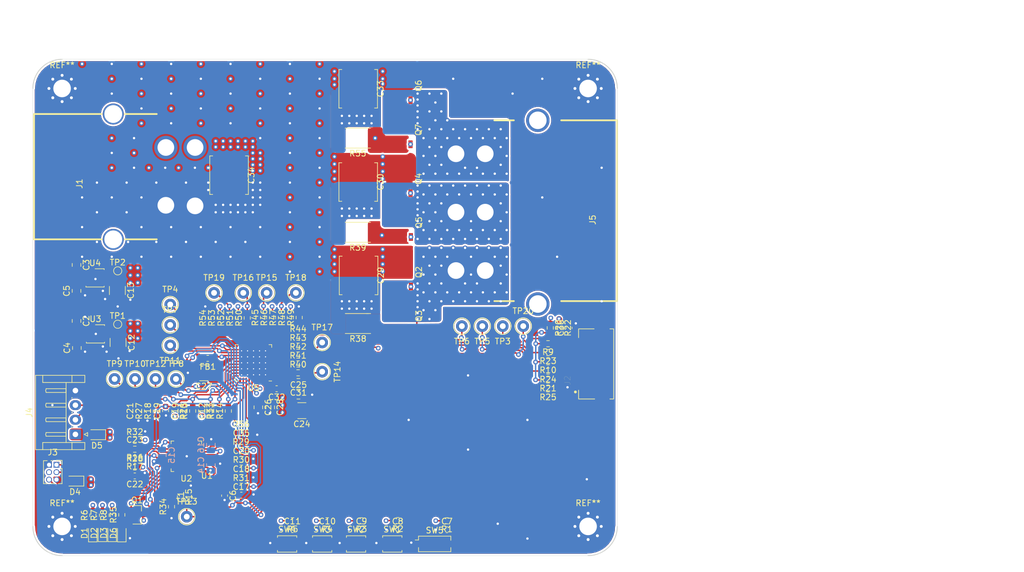
<source format=kicad_pcb>
(kicad_pcb (version 20171130) (host pcbnew "(5.1.8)-1")
  (layers (0 F.Cu power) (1 In1.Cu signal) (2 In2.Cu signal) (31 B.Cu power) (34 B.Paste user) (35 F.Paste user) (36 B.SilkS user) (37 F.SilkS user) (38 B.Mask user) (39 F.Mask user) (44 Edge.Cuts user))
  (net 0 "")
  (net 1 /XTAL_IN)
  (net 2 GND)
  (net 3 Vdrive)
  (net 4 "Net-(C4-Pad2)")
  (net 5 "Net-(C5-Pad2)")
  (net 6 /XTAL_OUT)
  (net 7 /DIRECTION_DIP)
  (net 8 /~SPEED_UP_PB)
  (net 9 /~SPEED_DOWN_PB)
  (net 10 /~BRAKE_PB)
  (net 11 /~RESET_PB)
  (net 12 +3V3)
  (net 13 +5V)
  (net 14 /I_PHASE_C_JMP)
  (net 15 /I_PHASE_B_JMP)
  (net 16 /~DRV8353_FAULT)
  (net 17 /I_PHASE_A_JMP)
  (net 18 /DRV8353_EN)
  (net 19 /~BRAKE)
  (net 20 /DIRECTION)
  (net 21 "Net-(C26-Pad1)")
  (net 22 "Net-(C27-Pad1)")
  (net 23 "Net-(C28-Pad1)")
  (net 24 "Net-(C31-Pad2)")
  (net 25 "Net-(C32-Pad1)")
  (net 26 "Net-(C32-Pad2)")
  (net 27 /~LED_DIR)
  (net 28 "Net-(D1-Pad2)")
  (net 29 "Net-(D2-Pad2)")
  (net 30 /~LED_SPEED)
  (net 31 "Net-(D3-Pad2)")
  (net 32 /~SYS_FAULT)
  (net 33 "Net-(D4-Pad2)")
  (net 34 "Net-(D5-Pad2)")
  (net 35 "Net-(D6-Pad2)")
  (net 36 "Net-(FB1-Pad2)")
  (net 37 /HALLC_JMP)
  (net 38 /HALLB_JMP)
  (net 39 /HALLA_JMP)
  (net 40 /MOT_TEMP)
  (net 41 /SWDIO)
  (net 42 /SWCLK)
  (net 43 /EXT_UART_TX)
  (net 44 /EXT_UART_RX)
  (net 45 /MOT_A)
  (net 46 /MOT_B)
  (net 47 /MOT_C)
  (net 48 "Net-(Q1-Pad2)")
  (net 49 /GATE_HI_A)
  (net 50 /SHUNT_POS_A)
  (net 51 /GATE_LO_A)
  (net 52 /GATE_HI_B)
  (net 53 /SHUNT_POS_B)
  (net 54 /GATE_LO_B)
  (net 55 /GATE_HI_C)
  (net 56 /GATE_LO_C)
  (net 57 /SHUNT_POS_C)
  (net 58 /SCLK)
  (net 59 /SCLK_JMP)
  (net 60 /MISO_JMP)
  (net 61 /MISO)
  (net 62 /MOSI)
  (net 63 /MOSI_JMP)
  (net 64 /~DRV8353_CS_JMP)
  (net 65 /~DRV8353_CS)
  (net 66 /SPEED_PWM_JMP)
  (net 67 /SPEED_PWM)
  (net 68 /DIRECTION_JMP)
  (net 69 /~BRAKE_JMP)
  (net 70 /DRV8353_EN_JMP)
  (net 71 /~DRV8353_FAULT_JMP)
  (net 72 /HALLA)
  (net 73 /HALLB)
  (net 74 /HALLC)
  (net 75 /I_PHASE_A)
  (net 76 /I_PHASE_B)
  (net 77 /I_PHASE_C)
  (net 78 "Net-(R40-Pad1)")
  (net 79 "Net-(R41-Pad1)")
  (net 80 "Net-(R42-Pad1)")
  (net 81 "Net-(R43-Pad1)")
  (net 82 "Net-(R44-Pad1)")
  (net 83 "Net-(R45-Pad1)")
  (net 84 "Net-(R46-Pad1)")
  (net 85 "Net-(R47-Pad1)")
  (net 86 "Net-(R48-Pad1)")
  (net 87 "Net-(R49-Pad1)")
  (net 88 "Net-(R50-Pad1)")
  (net 89 "Net-(R51-Pad1)")
  (net 90 "Net-(R52-Pad1)")
  (net 91 "Net-(R53-Pad1)")
  (net 92 "Net-(R54-Pad1)")
  (net 93 "Net-(U2-Pad31)")
  (net 94 "Net-(U3-Pad2)")
  (net 95 "Net-(U4-Pad2)")
  (net 96 /MOT_TEMP_JMP)
  (net 97 "Net-(U2-Pad30)")
  (net 98 "Net-(J3-Pad4)")
  (net 99 "Net-(C36-Pad1)")
  (module Capacitor_SMD:C_0805_2012Metric (layer F.Cu) (at 57.4675 89.662 90)
    (fp_text reference C5 (at 0 -1.68 90) (layer F.SilkS))
    (fp_text value 0.1uF)
    (pad 2 smd roundrect (at 0.95 0 90) (size 1 1.45) (layers F.Cu F.Paste F.Mask) (net 5 "Net-(C5-Pad2)"))
    (pad 1 smd roundrect (at -0.95 0 90) (size 1 1.45) (layers F.Cu F.Paste F.Mask) (net 2 GND))
  )
  (module DRV8353S_dev_board:bridge_caps (layer F.Cu) (at 83.566 69.85 270)
    (fp_text reference C34 (at 0 -3.81 90) (layer F.SilkS))
    (fp_text value 10uF)
    (pad 1 smd rect (at -2.5 0 270) (size 3.2 5.4) (layers F.Cu F.Paste F.Mask) (net 3 Vdrive))
    (pad 2 smd rect (at 2.5 0 270) (size 3.2 5.4) (layers F.Cu F.Paste F.Mask) (net 2 GND))
  )
  (module MountingHole:MountingHole_3mm_Pad_Via (layer F.Cu) (at 145 130)
    (fp_text reference REF** (at 0 -4) (layer F.SilkS))
    (fp_text value MountingHole_3mm_Pad_Via)
    (pad 1 thru_hole circle (at 0 0) (size 6.000001 6.000001) (drill 2.999999) (layers *.Cu *.Mask) (net 2 GND))
    (pad 1 thru_hole circle (at 2.25 0) (size 0.8 0.8) (drill 0.5) (layers *.Cu *.Mask))
    (pad 1 thru_hole circle (at 1.59099 1.59099) (size 0.8 0.8) (drill 0.5) (layers *.Cu *.Mask))
    (pad 1 thru_hole circle (at 0 2.25) (size 0.8 0.8) (drill 0.5) (layers *.Cu *.Mask))
    (pad 1 thru_hole circle (at -1.59099 1.59099) (size 0.8 0.8) (drill 0.5) (layers *.Cu *.Mask))
    (pad 1 thru_hole circle (at -2.25 0) (size 0.8 0.8) (drill 0.5) (layers *.Cu *.Mask))
    (pad 1 thru_hole circle (at -1.59099 -1.59099) (size 0.8 0.8) (drill 0.5) (layers *.Cu *.Mask))
    (pad 1 thru_hole circle (at 0 -2.25) (size 0.8 0.8) (drill 0.5) (layers *.Cu *.Mask))
    (pad 1 thru_hole circle (at 1.59099 -1.59099) (size 0.8 0.8) (drill 0.5) (layers *.Cu *.Mask))
  )
  (module MountingHole:MountingHole_3mm_Pad_Via (layer F.Cu) (at 55 130)
    (fp_text reference REF** (at 0 -4) (layer F.SilkS))
    (fp_text value MountingHole_3mm_Pad_Via)
    (pad 1 thru_hole circle (at 1.59099 -1.59099) (size 0.8 0.8) (drill 0.5) (layers *.Cu *.Mask))
    (pad 1 thru_hole circle (at 0 -2.25) (size 0.8 0.8) (drill 0.5) (layers *.Cu *.Mask))
    (pad 1 thru_hole circle (at -1.59099 -1.59099) (size 0.8 0.8) (drill 0.5) (layers *.Cu *.Mask))
    (pad 1 thru_hole circle (at -2.25 0) (size 0.8 0.8) (drill 0.5) (layers *.Cu *.Mask))
    (pad 1 thru_hole circle (at -1.59099 1.59099) (size 0.8 0.8) (drill 0.5) (layers *.Cu *.Mask))
    (pad 1 thru_hole circle (at 0 2.25) (size 0.8 0.8) (drill 0.5) (layers *.Cu *.Mask))
    (pad 1 thru_hole circle (at 1.59099 1.59099) (size 0.8 0.8) (drill 0.5) (layers *.Cu *.Mask))
    (pad 1 thru_hole circle (at 2.25 0) (size 0.8 0.8) (drill 0.5) (layers *.Cu *.Mask))
    (pad 1 thru_hole circle (at 0 0) (size 6.000001 6.000001) (drill 2.999999) (layers *.Cu *.Mask) (net 2 GND))
  )
  (module MountingHole:MountingHole_3mm_Pad_Via (layer F.Cu) (at 55 55)
    (fp_text reference REF** (at 0 -4) (layer F.SilkS))
    (fp_text value MountingHole_3mm_Pad_Via)
    (pad 1 thru_hole circle (at 0 0) (size 6.000001 6.000001) (drill 2.999999) (layers *.Cu *.Mask) (net 2 GND))
    (pad 1 thru_hole circle (at 2.25 0) (size 0.8 0.8) (drill 0.5) (layers *.Cu *.Mask))
    (pad 1 thru_hole circle (at 1.59099 1.59099) (size 0.8 0.8) (drill 0.5) (layers *.Cu *.Mask))
    (pad 1 thru_hole circle (at 0 2.25) (size 0.8 0.8) (drill 0.5) (layers *.Cu *.Mask))
    (pad 1 thru_hole circle (at -1.59099 1.59099) (size 0.8 0.8) (drill 0.5) (layers *.Cu *.Mask))
    (pad 1 thru_hole circle (at -2.25 0) (size 0.8 0.8) (drill 0.5) (layers *.Cu *.Mask))
    (pad 1 thru_hole circle (at -1.59099 -1.59099) (size 0.8 0.8) (drill 0.5) (layers *.Cu *.Mask))
    (pad 1 thru_hole circle (at 0 -2.25) (size 0.8 0.8) (drill 0.5) (layers *.Cu *.Mask))
    (pad 1 thru_hole circle (at 1.59099 -1.59099) (size 0.8 0.8) (drill 0.5) (layers *.Cu *.Mask))
  )
  (module MountingHole:MountingHole_3mm_Pad_Via (layer F.Cu) (at 145 55)
    (fp_text reference REF** (at 0 -4) (layer F.SilkS))
    (fp_text value MountingHole_3mm_Pad_Via)
    (pad 1 thru_hole circle (at 1.59099 -1.59099) (size 0.8 0.8) (drill 0.5) (layers *.Cu *.Mask))
    (pad 1 thru_hole circle (at 0 -2.25) (size 0.8 0.8) (drill 0.5) (layers *.Cu *.Mask))
    (pad 1 thru_hole circle (at -1.59099 -1.59099) (size 0.8 0.8) (drill 0.5) (layers *.Cu *.Mask))
    (pad 1 thru_hole circle (at -2.25 0) (size 0.8 0.8) (drill 0.5) (layers *.Cu *.Mask))
    (pad 1 thru_hole circle (at -1.59099 1.59099) (size 0.8 0.8) (drill 0.5) (layers *.Cu *.Mask))
    (pad 1 thru_hole circle (at 0 2.25) (size 0.8 0.8) (drill 0.5) (layers *.Cu *.Mask))
    (pad 1 thru_hole circle (at 1.59099 1.59099) (size 0.8 0.8) (drill 0.5) (layers *.Cu *.Mask))
    (pad 1 thru_hole circle (at 2.25 0) (size 0.8 0.8) (drill 0.5) (layers *.Cu *.Mask))
    (pad 1 thru_hole circle (at 0 0) (size 6.000001 6.000001) (drill 2.999999) (layers *.Cu *.Mask) (net 2 GND))
  )
  (module Capacitor_SMD:C_0603_1608Metric (layer F.Cu) (at 76.7715 124.968 90)
    (fp_text reference C1 (at 0 -1.43 90) (layer F.SilkS))
    (fp_text value 12pF)
    (pad 1 smd roundrect (at -0.775 0 90) (size 0.9 0.95) (layers F.Cu F.Paste F.Mask) (net 1 /XTAL_IN))
    (pad 2 smd roundrect (at 0.775 0 90) (size 0.9 0.95) (layers F.Cu F.Paste F.Mask) (net 2 GND))
  )
  (module Capacitor_SMD:C_0805_2012Metric (layer F.Cu) (at 57.4675 94.8055 270)
    (fp_text reference C2 (at 0 -1.68 90) (layer F.SilkS))
    (fp_text value 1uF)
    (pad 2 smd roundrect (at 0.95 0 270) (size 1 1.45) (layers F.Cu F.Paste F.Mask) (net 3 Vdrive))
    (pad 1 smd roundrect (at -0.95 0 270) (size 1 1.45) (layers F.Cu F.Paste F.Mask) (net 2 GND))
  )
  (module Capacitor_SMD:C_0805_2012Metric (layer F.Cu) (at 57.4675 85.217 270)
    (fp_text reference C3 (at 0 -1.68 90) (layer F.SilkS))
    (fp_text value 1uF)
    (pad 1 smd roundrect (at -0.95 0 270) (size 1 1.45) (layers F.Cu F.Paste F.Mask) (net 2 GND))
    (pad 2 smd roundrect (at 0.95 0 270) (size 1 1.45) (layers F.Cu F.Paste F.Mask) (net 3 Vdrive))
  )
  (module Capacitor_SMD:C_0805_2012Metric (layer F.Cu) (at 57.531 99.441 90)
    (fp_text reference C4 (at 0 -1.68 90) (layer F.SilkS))
    (fp_text value 0.1uF)
    (pad 1 smd roundrect (at -0.95 0 90) (size 1 1.45) (layers F.Cu F.Paste F.Mask) (net 2 GND))
    (pad 2 smd roundrect (at 0.95 0 90) (size 1 1.45) (layers F.Cu F.Paste F.Mask) (net 4 "Net-(C4-Pad2)"))
  )
  (module Capacitor_SMD:C_0603_1608Metric (layer F.Cu) (at 82.804 124.727 270)
    (fp_text reference C6 (at 0 -1.43 90) (layer F.SilkS))
    (fp_text value 12pF)
    (pad 2 smd roundrect (at 0.775 0 270) (size 0.9 0.95) (layers F.Cu F.Paste F.Mask) (net 2 GND))
    (pad 1 smd roundrect (at -0.775 0 270) (size 0.9 0.95) (layers F.Cu F.Paste F.Mask) (net 6 /XTAL_OUT))
  )
  (module Capacitor_SMD:C_0603_1608Metric (layer F.Cu) (at 120.8408 130.5687)
    (fp_text reference C7 (at 0 -1.43) (layer F.SilkS))
    (fp_text value 22nF)
    (pad 2 smd roundrect (at 0.775 0) (size 0.9 0.95) (layers F.Cu F.Paste F.Mask) (net 7 /DIRECTION_DIP))
    (pad 1 smd roundrect (at -0.775 0) (size 0.9 0.95) (layers F.Cu F.Paste F.Mask) (net 2 GND))
  )
  (module Capacitor_SMD:C_0603_1608Metric (layer F.Cu) (at 112.4204 130.5687)
    (fp_text reference C8 (at 0 -1.43) (layer F.SilkS))
    (fp_text value 22nF)
    (pad 1 smd roundrect (at -0.775 0) (size 0.9 0.95) (layers F.Cu F.Paste F.Mask) (net 2 GND))
    (pad 2 smd roundrect (at 0.775 0) (size 0.9 0.95) (layers F.Cu F.Paste F.Mask) (net 8 /~SPEED_UP_PB))
  )
  (module Capacitor_SMD:C_0603_1608Metric (layer F.Cu) (at 106.2231 130.5433)
    (fp_text reference C9 (at 0 -1.43) (layer F.SilkS))
    (fp_text value 22nF)
    (pad 2 smd roundrect (at 0.775 0) (size 0.9 0.95) (layers F.Cu F.Paste F.Mask) (net 9 /~SPEED_DOWN_PB))
    (pad 1 smd roundrect (at -0.775 0) (size 0.9 0.95) (layers F.Cu F.Paste F.Mask) (net 2 GND))
  )
  (module Capacitor_SMD:C_0603_1608Metric (layer F.Cu) (at 100.3805 130.556)
    (fp_text reference C10 (at 0 -1.43) (layer F.SilkS))
    (fp_text value 22nF)
    (pad 1 smd roundrect (at -0.775 0) (size 0.9 0.95) (layers F.Cu F.Paste F.Mask) (net 2 GND))
    (pad 2 smd roundrect (at 0.775 0) (size 0.9 0.95) (layers F.Cu F.Paste F.Mask) (net 10 /~BRAKE_PB))
  )
  (module Capacitor_SMD:C_0603_1608Metric (layer F.Cu) (at 94.3991 130.5433)
    (fp_text reference C11 (at 0 -1.43) (layer F.SilkS))
    (fp_text value 22nF)
    (pad 2 smd roundrect (at 0.775 0) (size 0.9 0.95) (layers F.Cu F.Paste F.Mask) (net 11 /~RESET_PB))
    (pad 1 smd roundrect (at -0.775 0) (size 0.9 0.95) (layers F.Cu F.Paste F.Mask) (net 2 GND))
  )
  (module Capacitor_SMD:C_1210_3225Metric (layer F.Cu) (at 64.5795 98.4885 270)
    (fp_text reference C12 (at 0 -2.3 90) (layer F.SilkS))
    (fp_text value 10uF)
    (pad 2 smd roundrect (at 1.475 0 270) (size 1.15 2.7) (layers F.Cu F.Paste F.Mask) (roundrect_rratio 0.217391) (net 2 GND))
    (pad 1 smd roundrect (at -1.475 0 270) (size 1.15 2.7) (layers F.Cu F.Paste F.Mask) (roundrect_rratio 0.217391) (net 12 +3V3))
  )
  (module Capacitor_SMD:C_1210_3225Metric (layer F.Cu) (at 64.4525 89.5985 270)
    (fp_text reference C13 (at 0 -2.3 90) (layer F.SilkS))
    (fp_text value 10uF)
    (pad 1 smd roundrect (at -1.475 0 270) (size 1.15 2.7) (layers F.Cu F.Paste F.Mask) (roundrect_rratio 0.217391) (net 13 +5V))
    (pad 2 smd roundrect (at 1.475 0 270) (size 1.15 2.7) (layers F.Cu F.Paste F.Mask) (roundrect_rratio 0.217391) (net 2 GND))
  )
  (module Capacitor_SMD:C_0805_2012Metric (layer B.Cu) (at 80.4545 119.507 270)
    (fp_text reference C14 (at 0 1.68 270) (layer B.SilkS) (effects (justify mirror)))
    (fp_text value 1uF)
    (pad 1 smd roundrect (at -0.95 0 270) (size 1 1.45) (layers B.Cu B.Paste B.Mask) (net 2 GND))
    (pad 2 smd roundrect (at 0.95 0 270) (size 1 1.45) (layers B.Cu B.Paste B.Mask) (net 12 +3V3))
  )
  (module Capacitor_SMD:C_0805_2012Metric (layer B.Cu) (at 72.0725 117.7925 90)
    (fp_text reference C15 (at 0 1.68 270) (layer B.SilkS) (effects (justify mirror)))
    (fp_text value 1uF)
    (pad 1 smd roundrect (at -0.95 0 90) (size 1 1.45) (layers B.Cu B.Paste B.Mask) (net 2 GND))
    (pad 2 smd roundrect (at 0.95 0 90) (size 1 1.45) (layers B.Cu B.Paste B.Mask) (net 12 +3V3))
  )
  (module Capacitor_SMD:C_0805_2012Metric (layer B.Cu) (at 80.4545 116.0145 270)
    (fp_text reference C16 (at 0 1.68 270) (layer B.SilkS) (effects (justify mirror)))
    (fp_text value 1uF)
    (pad 2 smd roundrect (at 0.95 0 270) (size 1 1.45) (layers B.Cu B.Paste B.Mask) (net 12 +3V3))
    (pad 1 smd roundrect (at -0.95 0 270) (size 1 1.45) (layers B.Cu B.Paste B.Mask) (net 2 GND))
  )
  (module Capacitor_SMD:C_0603_1608Metric (layer F.Cu) (at 85.6615 124.6505)
    (fp_text reference C17 (at 0 -1.43) (layer F.SilkS))
    (fp_text value 22nF)
    (pad 2 smd roundrect (at 0.775 0) (size 0.9 0.95) (layers F.Cu F.Paste F.Mask) (net 2 GND))
    (pad 1 smd roundrect (at -0.775 0) (size 0.9 0.95) (layers F.Cu F.Paste F.Mask) (net 14 /I_PHASE_C_JMP))
  )
  (module Capacitor_SMD:C_0603_1608Metric (layer F.Cu) (at 85.6615 121.6025)
    (fp_text reference C18 (at 0 -1.43) (layer F.SilkS))
    (fp_text value 22nF)
    (pad 1 smd roundrect (at -0.775 0) (size 0.9 0.95) (layers F.Cu F.Paste F.Mask) (net 15 /I_PHASE_B_JMP))
    (pad 2 smd roundrect (at 0.775 0) (size 0.9 0.95) (layers F.Cu F.Paste F.Mask) (net 2 GND))
  )
  (module Capacitor_SMD:C_0603_1608Metric (layer F.Cu) (at 72.7075 110.236 90)
    (fp_text reference C19 (at 0 -1.43 90) (layer F.SilkS))
    (fp_text value 22nF)
    (pad 1 smd roundrect (at -0.775 0 90) (size 0.9 0.95) (layers F.Cu F.Paste F.Mask) (net 2 GND))
    (pad 2 smd roundrect (at 0.775 0 90) (size 0.9 0.95) (layers F.Cu F.Paste F.Mask) (net 16 /~DRV8353_FAULT))
  )
  (module Capacitor_SMD:C_0603_1608Metric (layer F.Cu) (at 85.6615 118.491)
    (fp_text reference C20 (at 0 -1.43) (layer F.SilkS))
    (fp_text value 22nF)
    (pad 2 smd roundrect (at 0.775 0) (size 0.9 0.95) (layers F.Cu F.Paste F.Mask) (net 2 GND))
    (pad 1 smd roundrect (at -0.775 0) (size 0.9 0.95) (layers F.Cu F.Paste F.Mask) (net 17 /I_PHASE_A_JMP))
  )
  (module Capacitor_SMD:C_0603_1608Metric (layer F.Cu) (at 68.072 110.236 90)
    (fp_text reference C21 (at 0 -1.43 90) (layer F.SilkS))
    (fp_text value 22nF)
    (pad 2 smd roundrect (at 0.775 0 90) (size 0.9 0.95) (layers F.Cu F.Paste F.Mask) (net 18 /DRV8353_EN))
    (pad 1 smd roundrect (at -0.775 0 90) (size 0.9 0.95) (layers F.Cu F.Paste F.Mask) (net 2 GND))
  )
  (module Capacitor_SMD:C_0603_1608Metric (layer F.Cu) (at 67.437 121.3485 180)
    (fp_text reference C22 (at 0 -1.43) (layer F.SilkS))
    (fp_text value 22nF)
    (pad 1 smd roundrect (at -0.775 0 180) (size 0.9 0.95) (layers F.Cu F.Paste F.Mask) (net 2 GND))
    (pad 2 smd roundrect (at 0.775 0 180) (size 0.9 0.95) (layers F.Cu F.Paste F.Mask) (net 19 /~BRAKE))
  )
  (module Capacitor_SMD:C_0603_1608Metric (layer F.Cu) (at 67.437 113.7285 180)
    (fp_text reference C23 (at 0 -1.43) (layer F.SilkS))
    (fp_text value 22nF)
    (pad 2 smd roundrect (at 0.775 0 180) (size 0.9 0.95) (layers F.Cu F.Paste F.Mask) (net 20 /DIRECTION))
    (pad 1 smd roundrect (at -0.775 0 180) (size 0.9 0.95) (layers F.Cu F.Paste F.Mask) (net 2 GND))
  )
  (module Capacitor_SMD:C_1210_3225Metric (layer F.Cu) (at 96.0265 110.1725 180)
    (fp_text reference C24 (at 0 -2.3) (layer F.SilkS))
    (fp_text value 10uF)
    (pad 1 smd roundrect (at -1.475 0 180) (size 1.15 2.7) (layers F.Cu F.Paste F.Mask) (roundrect_rratio 0.217391) (net 2 GND))
    (pad 2 smd roundrect (at 1.475 0 180) (size 1.15 2.7) (layers F.Cu F.Paste F.Mask) (roundrect_rratio 0.217391) (net 3 Vdrive))
  )
  (module Capacitor_SMD:C_0805_2012Metric (layer F.Cu) (at 95.4405 107.442)
    (fp_text reference C25 (at 0 -1.68) (layer F.SilkS))
    (fp_text value 0.1uF)
    (pad 2 smd roundrect (at 0.95 0) (size 1 1.45) (layers F.Cu F.Paste F.Mask) (net 2 GND))
    (pad 1 smd roundrect (at -0.95 0) (size 1 1.45) (layers F.Cu F.Paste F.Mask) (net 3 Vdrive))
  )
  (module Capacitor_SMD:C_0805_2012Metric (layer F.Cu) (at 88.5825 109.601 270)
    (fp_text reference C26 (at 0 -1.68 90) (layer F.SilkS))
    (fp_text value 1uF)
    (pad 1 smd roundrect (at -0.95 0 270) (size 1 1.45) (layers F.Cu F.Paste F.Mask) (net 21 "Net-(C26-Pad1)"))
    (pad 2 smd roundrect (at 0.95 0 270) (size 1 1.45) (layers F.Cu F.Paste F.Mask) (net 2 GND))
  )
  (module Capacitor_SMD:C_1210_3225Metric (layer F.Cu) (at 79.248 103.6955 180)
    (fp_text reference C27 (at 0 -2.3) (layer F.SilkS))
    (fp_text value 10uF)
    (pad 2 smd roundrect (at 1.475 0 180) (size 1.15 2.7) (layers F.Cu F.Paste F.Mask) (roundrect_rratio 0.217391) (net 2 GND))
    (pad 1 smd roundrect (at -1.475 0 180) (size 1.15 2.7) (layers F.Cu F.Paste F.Mask) (roundrect_rratio 0.217391) (net 22 "Net-(C27-Pad1)"))
  )
  (module Capacitor_SMD:C_0805_2012Metric (layer F.Cu) (at 90.6145 109.601 270)
    (fp_text reference C28 (at 0 -1.68 90) (layer F.SilkS))
    (fp_text value 1uF)
    (pad 2 smd roundrect (at 0.95 0 270) (size 1 1.45) (layers F.Cu F.Paste F.Mask) (net 2 GND))
    (pad 1 smd roundrect (at -0.95 0 270) (size 1 1.45) (layers F.Cu F.Paste F.Mask) (net 23 "Net-(C28-Pad1)"))
  )
  (module Capacitor_SMD:C_0805_2012Metric (layer F.Cu) (at 95.438 105.41 180)
    (fp_text reference C31 (at 0 -1.68) (layer F.SilkS))
    (fp_text value 1uF)
    (pad 1 smd roundrect (at -0.95 0 180) (size 1 1.45) (layers F.Cu F.Paste F.Mask) (net 3 Vdrive))
    (pad 2 smd roundrect (at 0.95 0 180) (size 1 1.45) (layers F.Cu F.Paste F.Mask) (net 24 "Net-(C31-Pad2)"))
  )
  (module Capacitor_SMD:C_0603_1608Metric (layer F.Cu) (at 91.707 106.426 180)
    (fp_text reference C32 (at 0 -1.43) (layer F.SilkS))
    (fp_text value 47nF)
    (pad 1 smd roundrect (at -0.775 0 180) (size 0.9 0.95) (layers F.Cu F.Paste F.Mask) (net 25 "Net-(C32-Pad1)"))
    (pad 2 smd roundrect (at 0.775 0 180) (size 0.9 0.95) (layers F.Cu F.Paste F.Mask) (net 26 "Net-(C32-Pad2)"))
  )
  (module LED_SMD:LED_0603_1608Metric (layer F.Cu) (at 60.2615 131.153 90)
    (fp_text reference D1 (at 0 -1.43 90) (layer F.SilkS))
    (fp_text value GN)
    (pad 1 smd roundrect (at -0.7875 0 90) (size 0.875 0.95) (layers F.Cu F.Paste F.Mask) (net 27 /~LED_DIR))
    (pad 2 smd roundrect (at 0.7875 0 90) (size 0.875 0.95) (layers F.Cu F.Paste F.Mask) (net 28 "Net-(D1-Pad2)"))
  )
  (module LED_SMD:LED_0603_1608Metric (layer F.Cu) (at 61.9125 131.1275 90)
    (fp_text reference D2 (at 0 -1.43 90) (layer F.SilkS))
    (fp_text value GN)
    (pad 2 smd roundrect (at 0.7875 0 90) (size 0.875 0.95) (layers F.Cu F.Paste F.Mask) (net 29 "Net-(D2-Pad2)"))
    (pad 1 smd roundrect (at -0.7875 0 90) (size 0.875 0.95) (layers F.Cu F.Paste F.Mask) (net 30 /~LED_SPEED))
  )
  (module LED_SMD:LED_0603_1608Metric (layer F.Cu) (at 63.5635 131.1275 90)
    (fp_text reference D3 (at 0 -1.43 90) (layer F.SilkS))
    (fp_text value RD)
    (pad 2 smd roundrect (at 0.7875 0 90) (size 0.875 0.95) (layers F.Cu F.Paste F.Mask) (net 31 "Net-(D3-Pad2)"))
    (pad 1 smd roundrect (at -0.7875 0 90) (size 0.875 0.95) (layers F.Cu F.Paste F.Mask) (net 32 /~SYS_FAULT))
  )
  (module Diode_SMD:D_SOD-323 (layer F.Cu) (at 57.2135 122.2375 180)
    (fp_text reference D4 (at 0 -1.85) (layer F.SilkS))
    (fp_text value BAT46)
    (pad 2 smd rect (at 1.05 0 180) (size 0.6 0.45) (layers F.Cu F.Paste F.Mask) (net 33 "Net-(D4-Pad2)"))
    (pad 1 smd rect (at -1.05 0 180) (size 0.6 0.45) (layers F.Cu F.Paste F.Mask) (net 12 +3V3))
  )
  (module Diode_SMD:D_SOD-323 (layer F.Cu) (at 60.96 114.3 180)
    (fp_text reference D5 (at 0 -1.85) (layer F.SilkS))
    (fp_text value BAT46)
    (pad 1 smd rect (at -1.05 0 180) (size 0.6 0.45) (layers F.Cu F.Paste F.Mask) (net 12 +3V3))
    (pad 2 smd rect (at 1.05 0 180) (size 0.6 0.45) (layers F.Cu F.Paste F.Mask) (net 34 "Net-(D5-Pad2)"))
  )
  (module LED_SMD:LED_0603_1608Metric (layer F.Cu) (at 65.2145 131.153 90)
    (fp_text reference D6 (at 0 -1.43 90) (layer F.SilkS))
    (fp_text value RD)
    (pad 1 smd roundrect (at -0.7875 0 90) (size 0.875 0.95) (layers F.Cu F.Paste F.Mask) (net 2 GND))
    (pad 2 smd roundrect (at 0.7875 0 90) (size 0.875 0.95) (layers F.Cu F.Paste F.Mask) (net 35 "Net-(D6-Pad2)"))
  )
  (module Inductor_SMD:L_0603_1608Metric (layer F.Cu) (at 79.921 101.219 180)
    (fp_text reference FB1 (at 0 -1.43) (layer F.SilkS))
    (fp_text value FB)
    (pad 1 smd roundrect (at -0.7875 0 180) (size 0.875 0.95) (layers F.Cu F.Paste F.Mask) (net 22 "Net-(C27-Pad1)"))
    (pad 2 smd roundrect (at 0.7875 0 180) (size 0.875 0.95) (layers F.Cu F.Paste F.Mask) (net 36 "Net-(FB1-Pad2)"))
  )
  (module DRV8353S_dev_board:MOLEX_428202213 (layer F.Cu) (at 63.754 80.8355 270)
    (fp_text reference J1 (at -9.525 5.7785 90) (layer F.SilkS))
    (fp_text value HC_POWER)
    (pad "" np_thru_hole circle (at 0 0 270) (size 3.6 3.6) (drill 3.05) (layers *.Cu *.Mask))
    (pad 1 thru_hole circle (at -5.83 -9 270) (size 4 4) (drill 2.85) (layers *.Cu *.Mask) (net 2 GND))
    (pad 1 thru_hole circle (at -5.73 -14 270) (size 4 4) (drill 2.85) (layers *.Cu *.Mask) (net 2 GND))
    (pad 2 thru_hole circle (at -15.73 -9 270) (size 4 4) (drill 2.85) (layers *.Cu *.Mask) (net 3 Vdrive))
    (pad 2 thru_hole circle (at -15.73 -14 270) (size 4 4) (drill 2.85) (layers *.Cu *.Mask) (net 3 Vdrive))
    (pad "" np_thru_hole circle (at -21.46 0 270) (size 3.6 3.6) (drill 3.05) (layers *.Cu *.Mask))
  )
  (module Connector_PinSocket_1.27mm:PinSocket_2x03_P1.27mm_Vertical (layer F.Cu) (at 54.0385 119.4435)
    (fp_text reference J3 (at -0.635 -2.135) (layer F.SilkS))
    (fp_text value SWD)
    (pad 1 thru_hole rect (at 0 0) (size 1 1) (drill 0.7) (layers *.Cu *.Mask) (net 41 /SWDIO))
    (pad 2 thru_hole oval (at -1.27 0) (size 1 1) (drill 0.7) (layers *.Cu *.Mask) (net 2 GND))
    (pad 3 thru_hole oval (at 0 1.27) (size 1 1) (drill 0.7) (layers *.Cu *.Mask) (net 42 /SWCLK))
    (pad 4 thru_hole oval (at -1.27 1.27) (size 1 1) (drill 0.7) (layers *.Cu *.Mask) (net 98 "Net-(J3-Pad4)"))
    (pad 5 thru_hole oval (at 0 2.54) (size 1 1) (drill 0.7) (layers *.Cu *.Mask) (net 33 "Net-(D4-Pad2)"))
    (pad 6 thru_hole oval (at -1.27 2.54) (size 1 1) (drill 0.7) (layers *.Cu *.Mask) (net 11 /~RESET_PB))
  )
  (module Connector_JST:JST_EH_S4B-EH_1x04_P2.50mm_Horizontal (layer F.Cu) (at 57.277 114.2365 90)
    (fp_text reference J4 (at 3.75 -7.9 90) (layer F.SilkS))
    (fp_text value EXT_CMD)
    (pad 4 thru_hole oval (at 7.5 0 90) (size 1.7 1.95) (drill 0.95) (layers *.Cu *.Mask) (net 2 GND))
    (pad 3 thru_hole oval (at 5 0 90) (size 1.7 1.95) (drill 0.95) (layers *.Cu *.Mask) (net 43 /EXT_UART_TX))
    (pad 2 thru_hole oval (at 2.5 0 90) (size 1.7 1.95) (drill 0.95) (layers *.Cu *.Mask) (net 44 /EXT_UART_RX))
    (pad 1 thru_hole roundrect (at 0 0 90) (size 1.7 1.95) (drill 0.95) (layers *.Cu *.Mask) (roundrect_rratio 0.147059) (net 34 "Net-(D5-Pad2)"))
  )
  (module DRV8353S_dev_board:MOLEX_0428203213 (layer F.Cu) (at 136.398 60.452 90)
    (fp_text reference J5 (at -17.03832 9.38784 90) (layer F.SilkS))
    (fp_text value PHASE)
    (pad "" np_thru_hole circle (at 0 0 90) (size 4 4) (drill 3) (layers *.Cu *.Mask))
    (pad 1 thru_hole circle (at -5.73 -9 90) (size 4 4) (drill 2.85) (layers *.Cu *.Mask) (net 47 /MOT_C))
    (pad 1 thru_hole circle (at -5.73 -14 90) (size 4 4) (drill 2.85) (layers *.Cu *.Mask) (net 47 /MOT_C))
    (pad 2 thru_hole circle (at -15.73 -9 90) (size 4 4) (drill 2.85) (layers *.Cu *.Mask) (net 46 /MOT_B))
    (pad 2 thru_hole circle (at -15.73 -14 90) (size 4 4) (drill 2.85) (layers *.Cu *.Mask) (net 46 /MOT_B))
    (pad 3 thru_hole circle (at -25.73 -14 90) (size 4 4) (drill 2.85) (layers *.Cu *.Mask) (net 45 /MOT_A))
    (pad 3 thru_hole circle (at -25.73 -9 90) (size 4 4) (drill 2.85) (layers *.Cu *.Mask) (net 45 /MOT_A))
    (pad "" np_thru_hole circle (at -31.46 0 90) (size 4 4) (drill 3) (layers *.Cu *.Mask))
  )
  (module Package_TO_SOT_SMD:SOT-23 (layer F.Cu) (at 67.818 128.016)
    (fp_text reference Q1 (at 0 -2.5) (layer F.SilkS))
    (fp_text value BSS84)
    (pad 1 smd rect (at -1 -0.95) (size 0.9 0.8) (layers F.Cu F.Paste F.Mask) (net 16 /~DRV8353_FAULT))
    (pad 2 smd rect (at -1 0.95) (size 0.9 0.8) (layers F.Cu F.Paste F.Mask) (net 48 "Net-(Q1-Pad2)"))
    (pad 3 smd rect (at 1 0) (size 0.9 0.8) (layers F.Cu F.Paste F.Mask) (net 12 +3V3))
  )
  (module Resistor_SMD:R_0603_1608Metric (layer F.Cu) (at 60.2615 128.079 90)
    (fp_text reference R6 (at 0 -1.43 90) (layer F.SilkS))
    (fp_text value 1k)
    (pad 2 smd roundrect (at 0.825 0 90) (size 0.8 0.95) (layers F.Cu F.Paste F.Mask) (net 12 +3V3))
    (pad 1 smd roundrect (at -0.825 0 90) (size 0.8 0.95) (layers F.Cu F.Paste F.Mask) (net 28 "Net-(D1-Pad2)"))
  )
  (module Resistor_SMD:R_0603_1608Metric (layer F.Cu) (at 61.9125 128.08 90)
    (fp_text reference R7 (at 0 -1.43 90) (layer F.SilkS))
    (fp_text value 1k)
    (pad 2 smd roundrect (at 0.825 0 90) (size 0.8 0.95) (layers F.Cu F.Paste F.Mask) (net 12 +3V3))
    (pad 1 smd roundrect (at -0.825 0 90) (size 0.8 0.95) (layers F.Cu F.Paste F.Mask) (net 29 "Net-(D2-Pad2)"))
  )
  (module Resistor_SMD:R_0603_1608Metric (layer F.Cu) (at 63.5635 128.0795 90)
    (fp_text reference R8 (at 0 -1.43 90) (layer F.SilkS))
    (fp_text value 1k)
    (pad 2 smd roundrect (at 0.825 0 90) (size 0.8 0.95) (layers F.Cu F.Paste F.Mask) (net 12 +3V3))
    (pad 1 smd roundrect (at -0.825 0 90) (size 0.8 0.95) (layers F.Cu F.Paste F.Mask) (net 31 "Net-(D3-Pad2)"))
  )
  (module Resistor_SMD:R_0603_1608Metric (layer F.Cu) (at 138.145 98.7045 180)
    (fp_text reference R9 (at 0 -1.43) (layer F.SilkS))
    (fp_text value 2.2k)
    (pad 1 smd roundrect (at -0.825 0 180) (size 0.8 0.95) (layers F.Cu F.Paste F.Mask) (net 39 /HALLA_JMP))
    (pad 2 smd roundrect (at 0.825 0 180) (size 0.8 0.95) (layers F.Cu F.Paste F.Mask) (net 99 "Net-(C36-Pad1)"))
  )
  (module Resistor_SMD:R_0603_1608Metric (layer F.Cu) (at 138.145 101.8025 180)
    (fp_text reference R10 (at 0 -1.43) (layer F.SilkS))
    (fp_text value 2.2k)
    (pad 1 smd roundrect (at -0.825 0 180) (size 0.8 0.95) (layers F.Cu F.Paste F.Mask) (net 38 /HALLB_JMP))
    (pad 2 smd roundrect (at 0.825 0 180) (size 0.8 0.95) (layers F.Cu F.Paste F.Mask) (net 99 "Net-(C36-Pad1)"))
  )
  (module Resistor_SMD:R_0603_1608Metric (layer F.Cu) (at 81.915 110.2365 90)
    (fp_text reference R11 (at 0 -1.43 90) (layer F.SilkS))
    (fp_text value 0)
    (pad 2 smd roundrect (at 0.825 0 90) (size 0.8 0.95) (layers F.Cu F.Paste F.Mask) (net 58 /SCLK))
    (pad 1 smd roundrect (at -0.825 0 90) (size 0.8 0.95) (layers F.Cu F.Paste F.Mask) (net 59 /SCLK_JMP))
  )
  (module Resistor_SMD:R_0603_1608Metric (layer F.Cu) (at 80.391 110.2355 90)
    (fp_text reference R12 (at 0 -1.43 90) (layer F.SilkS))
    (fp_text value 0)
    (pad 1 smd roundrect (at -0.825 0 90) (size 0.8 0.95) (layers F.Cu F.Paste F.Mask) (net 60 /MISO_JMP))
    (pad 2 smd roundrect (at 0.825 0 90) (size 0.8 0.95) (layers F.Cu F.Paste F.Mask) (net 61 /MISO))
  )
  (module Resistor_SMD:R_0603_1608Metric (layer F.Cu) (at 77.343 110.236 90)
    (fp_text reference R13 (at 0 -1.43 90) (layer F.SilkS))
    (fp_text value 0)
    (pad 2 smd roundrect (at 0.825 0 90) (size 0.8 0.95) (layers F.Cu F.Paste F.Mask) (net 62 /MOSI))
    (pad 1 smd roundrect (at -0.825 0 90) (size 0.8 0.95) (layers F.Cu F.Paste F.Mask) (net 63 /MOSI_JMP))
  )
  (module Resistor_SMD:R_0603_1608Metric (layer F.Cu) (at 83.439 110.236 90)
    (fp_text reference R14 (at 0 -1.43 90) (layer F.SilkS))
    (fp_text value 0)
    (pad 1 smd roundrect (at -0.825 0 90) (size 0.8 0.95) (layers F.Cu F.Paste F.Mask) (net 64 /~DRV8353_CS_JMP))
    (pad 2 smd roundrect (at 0.825 0 90) (size 0.8 0.95) (layers F.Cu F.Paste F.Mask) (net 65 /~DRV8353_CS))
  )
  (module Resistor_SMD:R_0603_1608Metric (layer F.Cu) (at 75.2475 124.968 270)
    (fp_text reference R15 (at 0 -1.43 90) (layer F.SilkS))
    (fp_text value 0)
    (pad 1 smd roundrect (at -0.825 0 270) (size 0.8 0.95) (layers F.Cu F.Paste F.Mask) (net 66 /SPEED_PWM_JMP))
    (pad 2 smd roundrect (at 0.825 0 270) (size 0.8 0.95) (layers F.Cu F.Paste F.Mask) (net 67 /SPEED_PWM))
  )
  (module Resistor_SMD:R_0603_1608Metric (layer F.Cu) (at 67.4365 116.7765 180)
    (fp_text reference R16 (at 0 -1.43) (layer F.SilkS))
    (fp_text value 0)
    (pad 1 smd roundrect (at -0.825 0 180) (size 0.8 0.95) (layers F.Cu F.Paste F.Mask) (net 68 /DIRECTION_JMP))
    (pad 2 smd roundrect (at 0.825 0 180) (size 0.8 0.95) (layers F.Cu F.Paste F.Mask) (net 20 /DIRECTION))
  )
  (module Resistor_SMD:R_0603_1608Metric (layer F.Cu) (at 67.437 118.3005 180)
    (fp_text reference R17 (at 0 -1.43) (layer F.SilkS))
    (fp_text value 0)
    (pad 1 smd roundrect (at -0.825 0 180) (size 0.8 0.95) (layers F.Cu F.Paste F.Mask) (net 69 /~BRAKE_JMP))
    (pad 2 smd roundrect (at 0.825 0 180) (size 0.8 0.95) (layers F.Cu F.Paste F.Mask) (net 19 /~BRAKE))
  )
  (module Resistor_SMD:R_0603_1608Metric (layer F.Cu) (at 71.12 110.2365 90)
    (fp_text reference R18 (at 0 -1.43 90) (layer F.SilkS))
    (fp_text value 0)
    (pad 2 smd roundrect (at 0.825 0 90) (size 0.8 0.95) (layers F.Cu F.Paste F.Mask) (net 18 /DRV8353_EN))
    (pad 1 smd roundrect (at -0.825 0 90) (size 0.8 0.95) (layers F.Cu F.Paste F.Mask) (net 70 /DRV8353_EN_JMP))
  )
  (module Resistor_SMD:R_0603_1608Metric (layer F.Cu) (at 75.819 110.2365 90)
    (fp_text reference R19 (at 0 -1.43 90) (layer F.SilkS))
    (fp_text value 0)
    (pad 1 smd roundrect (at -0.825 0 90) (size 0.8 0.95) (layers F.Cu F.Paste F.Mask) (net 71 /~DRV8353_FAULT_JMP))
    (pad 2 smd roundrect (at 0.825 0 90) (size 0.8 0.95) (layers F.Cu F.Paste F.Mask) (net 16 /~DRV8353_FAULT))
  )
  (module Resistor_SMD:R_0603_1608Metric (layer F.Cu) (at 138.5255 96.0045 270)
    (fp_text reference R20 (at 0 -1.43 90) (layer F.SilkS))
    (fp_text value 0)
    (pad 1 smd roundrect (at -0.825 0 270) (size 0.8 0.95) (layers F.Cu F.Paste F.Mask) (net 12 +3V3))
    (pad 2 smd roundrect (at 0.825 0 270) (size 0.8 0.95) (layers F.Cu F.Paste F.Mask) (net 99 "Net-(C36-Pad1)"))
  )
  (module Resistor_SMD:R_0603_1608Metric (layer F.Cu) (at 138.145 104.914 180)
    (fp_text reference R21 (at 0 -1.43) (layer F.SilkS))
    (fp_text value 2.2k)
    (pad 2 smd roundrect (at 0.825 0 180) (size 0.8 0.95) (layers F.Cu F.Paste F.Mask) (net 99 "Net-(C36-Pad1)"))
    (pad 1 smd roundrect (at -0.825 0 180) (size 0.8 0.95) (layers F.Cu F.Paste F.Mask) (net 37 /HALLC_JMP))
  )
  (module Resistor_SMD:R_0603_1608Metric (layer F.Cu) (at 140.113 96.005 270)
    (fp_text reference R22 (at 0 -1.43 90) (layer F.SilkS))
    (fp_text value 0)
    (pad 2 smd roundrect (at 0.825 0 270) (size 0.8 0.95) (layers F.Cu F.Paste F.Mask) (net 99 "Net-(C36-Pad1)"))
    (pad 1 smd roundrect (at -0.825 0 270) (size 0.8 0.95) (layers F.Cu F.Paste F.Mask) (net 13 +5V))
  )
  (module Resistor_SMD:R_0603_1608Metric (layer F.Cu) (at 138.1455 100.2285 180)
    (fp_text reference R23 (at 0 -1.43) (layer F.SilkS))
    (fp_text value 0)
    (pad 2 smd roundrect (at 0.825 0 180) (size 0.8 0.95) (layers F.Cu F.Paste F.Mask) (net 72 /HALLA))
    (pad 1 smd roundrect (at -0.825 0 180) (size 0.8 0.95) (layers F.Cu F.Paste F.Mask) (net 39 /HALLA_JMP))
  )
  (module Resistor_SMD:R_0603_1608Metric (layer F.Cu) (at 138.1445 103.39 180)
    (fp_text reference R24 (at 0 -1.43) (layer F.SilkS))
    (fp_text value 0)
    (pad 1 smd roundrect (at -0.825 0 180) (size 0.8 0.95) (layers F.Cu F.Paste F.Mask) (net 38 /HALLB_JMP))
    (pad 2 smd roundrect (at 0.825 0 180) (size 0.8 0.95) (layers F.Cu F.Paste F.Mask) (net 73 /HALLB))
  )
  (module Resistor_SMD:R_0603_1608Metric (layer F.Cu) (at 138.145 106.438 180)
    (fp_text reference R25 (at 0 -1.43) (layer F.SilkS))
    (fp_text value 0)
    (pad 2 smd roundrect (at 0.825 0 180) (size 0.8 0.95) (layers F.Cu F.Paste F.Mask) (net 74 /HALLC))
    (pad 1 smd roundrect (at -0.825 0 180) (size 0.8 0.95) (layers F.Cu F.Paste F.Mask) (net 37 /HALLC_JMP))
  )
  (module Resistor_SMD:R_0603_1608Metric (layer F.Cu) (at 74.295 110.2995 270)
    (fp_text reference R26 (at 0 -1.43 90) (layer F.SilkS))
    (fp_text value 2.2k)
    (pad 2 smd roundrect (at 0.825 0 270) (size 0.8 0.95) (layers F.Cu F.Paste F.Mask) (net 12 +3V3))
    (pad 1 smd roundrect (at -0.825 0 270) (size 0.8 0.95) (layers F.Cu F.Paste F.Mask) (net 16 /~DRV8353_FAULT))
  )
  (module Resistor_SMD:R_0603_1608Metric (layer F.Cu) (at 69.596 110.2355 90)
    (fp_text reference R27 (at 0 -1.43 90) (layer F.SilkS))
    (fp_text value 2.2k)
    (pad 2 smd roundrect (at 0.825 0 90) (size 0.8 0.95) (layers F.Cu F.Paste F.Mask) (net 18 /DRV8353_EN))
    (pad 1 smd roundrect (at -0.825 0 90) (size 0.8 0.95) (layers F.Cu F.Paste F.Mask) (net 2 GND))
  )
  (module Resistor_SMD:R_0603_1608Metric (layer F.Cu) (at 67.437 119.8245)
    (fp_text reference R28 (at 0 -1.43) (layer F.SilkS))
    (fp_text value 2.2k)
    (pad 1 smd roundrect (at -0.825 0) (size 0.8 0.95) (layers F.Cu F.Paste F.Mask) (net 19 /~BRAKE))
    (pad 2 smd roundrect (at 0.825 0) (size 0.8 0.95) (layers F.Cu F.Paste F.Mask) (net 12 +3V3))
  )
  (module Resistor_SMD:R_0603_1608Metric (layer F.Cu) (at 85.6615 116.967)
    (fp_text reference R29 (at -0.0635 -1.4605) (layer F.SilkS))
    (fp_text value 330)
    (pad 1 smd roundrect (at -0.825 0) (size 0.8 0.95) (layers F.Cu F.Paste F.Mask) (net 17 /I_PHASE_A_JMP))
    (pad 2 smd roundrect (at 0.825 0) (size 0.8 0.95) (layers F.Cu F.Paste F.Mask) (net 75 /I_PHASE_A))
  )
  (module Resistor_SMD:R_0603_1608Metric (layer F.Cu) (at 85.6615 120.015)
    (fp_text reference R30 (at 0 -1.43) (layer F.SilkS))
    (fp_text value 330)
    (pad 1 smd roundrect (at -0.825 0) (size 0.8 0.95) (layers F.Cu F.Paste F.Mask) (net 15 /I_PHASE_B_JMP))
    (pad 2 smd roundrect (at 0.825 0) (size 0.8 0.95) (layers F.Cu F.Paste F.Mask) (net 76 /I_PHASE_B))
  )
  (module Resistor_SMD:R_0603_1608Metric (layer F.Cu) (at 85.6615 123.1265)
    (fp_text reference R31 (at 0 -1.43) (layer F.SilkS))
    (fp_text value 330)
    (pad 2 smd roundrect (at 0.825 0) (size 0.8 0.95) (layers F.Cu F.Paste F.Mask) (net 77 /I_PHASE_C))
    (pad 1 smd roundrect (at -0.825 0) (size 0.8 0.95) (layers F.Cu F.Paste F.Mask) (net 14 /I_PHASE_C_JMP))
  )
  (module Resistor_SMD:R_0603_1608Metric (layer F.Cu) (at 67.437 115.2525)
    (fp_text reference R32 (at 0 -1.43) (layer F.SilkS))
    (fp_text value 2.2k)
    (pad 1 smd roundrect (at -0.825 0) (size 0.8 0.95) (layers F.Cu F.Paste F.Mask) (net 20 /DIRECTION))
    (pad 2 smd roundrect (at 0.825 0) (size 0.8 0.95) (layers F.Cu F.Paste F.Mask) (net 12 +3V3))
  )
  (module Resistor_SMD:R_0603_1608Metric (layer F.Cu) (at 78.867 110.236 270)
    (fp_text reference R33 (at 0 -1.43 90) (layer F.SilkS))
    (fp_text value 2.2k)
    (pad 1 smd roundrect (at -0.825 0 270) (size 0.8 0.95) (layers F.Cu F.Paste F.Mask) (net 61 /MISO))
    (pad 2 smd roundrect (at 0.825 0 270) (size 0.8 0.95) (layers F.Cu F.Paste F.Mask) (net 12 +3V3))
  )
  (module Resistor_SMD:R_0603_1608Metric (layer F.Cu) (at 73.7235 126.6195 90)
    (fp_text reference R34 (at 0 -1.43 90) (layer F.SilkS))
    (fp_text value 2.2k)
    (pad 1 smd roundrect (at -0.825 0 90) (size 0.8 0.95) (layers F.Cu F.Paste F.Mask) (net 2 GND))
    (pad 2 smd roundrect (at 0.825 0 90) (size 0.8 0.95) (layers F.Cu F.Paste F.Mask) (net 67 /SPEED_PWM))
  )
  (module Resistor_SMD:R_0603_1608Metric (layer F.Cu) (at 65.2145 128.016 90)
    (fp_text reference R35 (at 0 -1.43 90) (layer F.SilkS))
    (fp_text value 2.2k)
    (pad 1 smd roundrect (at -0.825 0 90) (size 0.8 0.95) (layers F.Cu F.Paste F.Mask) (net 35 "Net-(D6-Pad2)"))
    (pad 2 smd roundrect (at 0.825 0 90) (size 0.8 0.95) (layers F.Cu F.Paste F.Mask) (net 48 "Net-(Q1-Pad2)"))
  )
  (module Resistor_SMD:R_2512_6332Metric (layer F.Cu) (at 105.6225 95.25 180)
    (fp_text reference R38 (at 0 -2.62) (layer F.SilkS))
    (fp_text value 500u)
    (pad 1 smd roundrect (at -2.9625 0 180) (size 1.225 3.35) (layers F.Cu F.Paste F.Mask) (roundrect_rratio 0.204082) (net 50 /SHUNT_POS_A))
    (pad 2 smd roundrect (at 2.9625 0 180) (size 1.225 3.35) (layers F.Cu F.Paste F.Mask) (roundrect_rratio 0.204082) (net 2 GND))
  )
  (module Resistor_SMD:R_2512_6332Metric (layer F.Cu) (at 105.6005 79.629 180)
    (fp_text reference R39 (at 0 -2.62) (layer F.SilkS))
    (fp_text value 500u)
    (pad 2 smd roundrect (at 2.9625 0 180) (size 1.225 3.35) (layers F.Cu F.Paste F.Mask) (roundrect_rratio 0.204082) (net 2 GND))
    (pad 1 smd roundrect (at -2.9625 0 180) (size 1.225 3.35) (layers F.Cu F.Paste F.Mask) (roundrect_rratio 0.204082) (net 53 /SHUNT_POS_B))
  )
  (module Resistor_SMD:R_0603_1608Metric (layer F.Cu) (at 95.3765 103.6955)
    (fp_text reference R40 (at 0 -1.43) (layer F.SilkS))
    (fp_text value 0)
    (pad 1 smd roundrect (at -0.825 0) (size 0.8 0.95) (layers F.Cu F.Paste F.Mask) (net 78 "Net-(R40-Pad1)"))
    (pad 2 smd roundrect (at 0.825 0) (size 0.8 0.95) (layers F.Cu F.Paste F.Mask) (net 49 /GATE_HI_A))
  )
  (module Resistor_SMD:R_0603_1608Metric (layer F.Cu) (at 95.3775 102.1715)
    (fp_text reference R41 (at 0 -1.43) (layer F.SilkS))
    (fp_text value 0)
    (pad 1 smd roundrect (at -0.825 0) (size 0.8 0.95) (layers F.Cu F.Paste F.Mask) (net 79 "Net-(R41-Pad1)"))
    (pad 2 smd roundrect (at 0.825 0) (size 0.8 0.95) (layers F.Cu F.Paste F.Mask) (net 45 /MOT_A))
  )
  (module Resistor_SMD:R_0603_1608Metric (layer F.Cu) (at 95.377 100.6475)
    (fp_text reference R42 (at 0 -1.43) (layer F.SilkS))
    (fp_text value 0)
    (pad 2 smd roundrect (at 0.825 0) (size 0.8 0.95) (layers F.Cu F.Paste F.Mask) (net 51 /GATE_LO_A))
    (pad 1 smd roundrect (at -0.825 0) (size 0.8 0.95) (layers F.Cu F.Paste F.Mask) (net 80 "Net-(R42-Pad1)"))
  )
  (module Resistor_SMD:R_0603_1608Metric (layer F.Cu) (at 95.3765 99.1235)
    (fp_text reference R43 (at 0 -1.43) (layer F.SilkS))
    (fp_text value 0)
    (pad 1 smd roundrect (at -0.825 0) (size 0.8 0.95) (layers F.Cu F.Paste F.Mask) (net 81 "Net-(R43-Pad1)"))
    (pad 2 smd roundrect (at 0.825 0) (size 0.8 0.95) (layers F.Cu F.Paste F.Mask) (net 50 /SHUNT_POS_A))
  )
  (module Resistor_SMD:R_0603_1608Metric (layer F.Cu) (at 95.377 97.5995)
    (fp_text reference R44 (at 0 -1.43) (layer F.SilkS))
    (fp_text value 0)
    (pad 2 smd roundrect (at 0.825 0) (size 0.8 0.95) (layers F.Cu F.Paste F.Mask) (net 2 GND))
    (pad 1 smd roundrect (at -0.825 0) (size 0.8 0.95) (layers F.Cu F.Paste F.Mask) (net 82 "Net-(R44-Pad1)"))
  )
  (module Resistor_SMD:R_0603_1608Metric (layer F.Cu) (at 89.4715 94.234 90)
    (fp_text reference R45 (at 0 -1.43 90) (layer F.SilkS))
    (fp_text value 0)
    (pad 1 smd roundrect (at -0.825 0 90) (size 0.8 0.95) (layers F.Cu F.Paste F.Mask) (net 83 "Net-(R45-Pad1)"))
    (pad 2 smd roundrect (at 0.825 0 90) (size 0.8 0.95) (layers F.Cu F.Paste F.Mask) (net 52 /GATE_HI_B))
  )
  (module Resistor_SMD:R_0603_1608Metric (layer F.Cu) (at 90.9955 94.2335 90)
    (fp_text reference R46 (at 0 -1.43 90) (layer F.SilkS))
    (fp_text value 0)
    (pad 2 smd roundrect (at 0.825 0 90) (size 0.8 0.95) (layers F.Cu F.Paste F.Mask) (net 46 /MOT_B))
    (pad 1 smd roundrect (at -0.825 0 90) (size 0.8 0.95) (layers F.Cu F.Paste F.Mask) (net 84 "Net-(R46-Pad1)"))
  )
  (module Resistor_SMD:R_0603_1608Metric (layer F.Cu) (at 92.5195 94.234 90)
    (fp_text reference R47 (at 0 -1.43 90) (layer F.SilkS))
    (fp_text value 0)
    (pad 1 smd roundrect (at -0.825 0 90) (size 0.8 0.95) (layers F.Cu F.Paste F.Mask) (net 85 "Net-(R47-Pad1)"))
    (pad 2 smd roundrect (at 0.825 0 90) (size 0.8 0.95) (layers F.Cu F.Paste F.Mask) (net 54 /GATE_LO_B))
  )
  (module Resistor_SMD:R_0603_1608Metric (layer F.Cu) (at 94.0435 94.234 90)
    (fp_text reference R48 (at 0 -1.43 90) (layer F.SilkS))
    (fp_text value 0)
    (pad 2 smd roundrect (at 0.825 0 90) (size 0.8 0.95) (layers F.Cu F.Paste F.Mask) (net 53 /SHUNT_POS_B))
    (pad 1 smd roundrect (at -0.825 0 90) (size 0.8 0.95) (layers F.Cu F.Paste F.Mask) (net 86 "Net-(R48-Pad1)"))
  )
  (module Resistor_SMD:R_0603_1608Metric (layer F.Cu) (at 95.5675 94.234 90)
    (fp_text reference R49 (at 0 -1.43 90) (layer F.SilkS))
    (fp_text value 0)
    (pad 1 smd roundrect (at -0.825 0 90) (size 0.8 0.95) (layers F.Cu F.Paste F.Mask) (net 87 "Net-(R49-Pad1)"))
    (pad 2 smd roundrect (at 0.825 0 90) (size 0.8 0.95) (layers F.Cu F.Paste F.Mask) (net 2 GND))
  )
  (module Resistor_SMD:R_0603_1608Metric (layer F.Cu) (at 86.6775 94.297 90)
    (fp_text reference R50 (at 0 -1.43 90) (layer F.SilkS))
    (fp_text value 0)
    (pad 2 smd roundrect (at 0.825 0 90) (size 0.8 0.95) (layers F.Cu F.Paste F.Mask) (net 55 /GATE_HI_C))
    (pad 1 smd roundrect (at -0.825 0 90) (size 0.8 0.95) (layers F.Cu F.Paste F.Mask) (net 88 "Net-(R50-Pad1)"))
  )
  (module Resistor_SMD:R_0603_1608Metric (layer F.Cu) (at 85.1535 94.2975 90)
    (fp_text reference R51 (at 0 -1.43 90) (layer F.SilkS))
    (fp_text value 0)
    (pad 1 smd roundrect (at -0.825 0 90) (size 0.8 0.95) (layers F.Cu F.Paste F.Mask) (net 89 "Net-(R51-Pad1)"))
    (pad 2 smd roundrect (at 0.825 0 90) (size 0.8 0.95) (layers F.Cu F.Paste F.Mask) (net 47 /MOT_C))
  )
  (module Resistor_SMD:R_0603_1608Metric (layer F.Cu) (at 83.6295 94.2975 90)
    (fp_text reference R52 (at 0 -1.43 90) (layer F.SilkS))
    (fp_text value 0)
    (pad 2 smd roundrect (at 0.825 0 90) (size 0.8 0.95) (layers F.Cu F.Paste F.Mask) (net 56 /GATE_LO_C))
    (pad 1 smd roundrect (at -0.825 0 90) (size 0.8 0.95) (layers F.Cu F.Paste F.Mask) (net 90 "Net-(R52-Pad1)"))
  )
  (module Resistor_SMD:R_0603_1608Metric (layer F.Cu) (at 82.042 94.298 90)
    (fp_text reference R53 (at 0 -1.43 90) (layer F.SilkS))
    (fp_text value 0)
    (pad 1 smd roundrect (at -0.825 0 90) (size 0.8 0.95) (layers F.Cu F.Paste F.Mask) (net 91 "Net-(R53-Pad1)"))
    (pad 2 smd roundrect (at 0.825 0 90) (size 0.8 0.95) (layers F.Cu F.Paste F.Mask) (net 57 /SHUNT_POS_C))
  )
  (module Resistor_SMD:R_0603_1608Metric (layer F.Cu) (at 80.518 94.2975 90)
    (fp_text reference R54 (at 0 -1.43 90) (layer F.SilkS))
    (fp_text value 0)
    (pad 2 smd roundrect (at 0.825 0 90) (size 0.8 0.95) (layers F.Cu F.Paste F.Mask) (net 2 GND))
    (pad 1 smd roundrect (at -0.825 0 90) (size 0.8 0.95) (layers F.Cu F.Paste F.Mask) (net 92 "Net-(R54-Pad1)"))
  )
  (module Resistor_SMD:R_2512_6332Metric (layer F.Cu) (at 105.6005 63.5 180)
    (fp_text reference R55 (at 0 -2.62) (layer F.SilkS))
    (fp_text value 500u)
    (pad 1 smd roundrect (at -2.9625 0 180) (size 1.225 3.35) (layers F.Cu F.Paste F.Mask) (roundrect_rratio 0.204082) (net 57 /SHUNT_POS_C))
    (pad 2 smd roundrect (at 2.9625 0 180) (size 1.225 3.35) (layers F.Cu F.Paste F.Mask) (roundrect_rratio 0.204082) (net 2 GND))
  )
  (module Button_Switch_SMD:SW_SPST_B3U-1000P (layer F.Cu) (at 111.5 133)
    (fp_text reference SW1 (at 0 -2.5) (layer F.SilkS))
    (fp_text value B3U)
    (pad 1 smd rect (at -1.7 0) (size 0.9 1.7) (layers F.Cu F.Paste F.Mask) (net 2 GND))
    (pad 2 smd rect (at 1.7 0) (size 0.9 1.7) (layers F.Cu F.Paste F.Mask) (net 8 /~SPEED_UP_PB))
  )
  (module Button_Switch_SMD:SW_SPST_B3U-1000P (layer F.Cu) (at 105.3 133)
    (fp_text reference SW2 (at 0 -2.5) (layer F.SilkS))
    (fp_text value B3U)
    (pad 2 smd rect (at 1.7 0) (size 0.9 1.7) (layers F.Cu F.Paste F.Mask) (net 9 /~SPEED_DOWN_PB))
    (pad 1 smd rect (at -1.7 0) (size 0.9 1.7) (layers F.Cu F.Paste F.Mask) (net 2 GND))
  )
  (module Button_Switch_SMD:SW_SPST_B3U-1000P (layer F.Cu) (at 99.5 133)
    (fp_text reference SW3 (at 0 -2.5) (layer F.SilkS))
    (fp_text value B3U)
    (pad 1 smd rect (at -1.7 0) (size 0.9 1.7) (layers F.Cu F.Paste F.Mask) (net 2 GND))
    (pad 2 smd rect (at 1.7 0) (size 0.9 1.7) (layers F.Cu F.Paste F.Mask) (net 10 /~BRAKE_PB))
  )
  (module Button_Switch_SMD:SW_SPST_B3U-1000P (layer F.Cu) (at 93.5 133)
    (fp_text reference SW4 (at 0 -2.5) (layer F.SilkS))
    (fp_text value B3U)
    (pad 2 smd rect (at 1.7 0) (size 0.9 1.7) (layers F.Cu F.Paste F.Mask) (net 11 /~RESET_PB))
    (pad 1 smd rect (at -1.7 0) (size 0.9 1.7) (layers F.Cu F.Paste F.Mask) (net 2 GND))
  )
  (module Button_Switch_SMD:SW_DIP_SPSTx01_Slide_Copal_CHS-01A_W5.08mm_P1.27mm_JPin (layer F.Cu) (at 118.75 133)
    (fp_text reference SW5 (at 0 -2.33) (layer F.SilkS))
    (fp_text value DIP)
    (pad 1 smd rect (at -2.54 0) (size 1.6 0.76) (layers F.Cu F.Paste F.Mask) (net 2 GND))
    (pad 2 smd rect (at 2.54 0) (size 1.6 0.76) (layers F.Cu F.Paste F.Mask) (net 7 /DIRECTION_DIP))
  )
  (module TestPoint:TestPoint_Pad_D1.0mm (layer F.Cu) (at 64.516 95.377)
    (fp_text reference TP1 (at 0 -1.448) (layer F.SilkS))
    (fp_text value SMD)
    (pad 1 smd circle (at 0 0) (size 1 1) (layers F.Cu F.Mask) (net 12 +3V3))
  )
  (module TestPoint:TestPoint_Pad_D1.0mm (layer F.Cu) (at 64.516 86.233)
    (fp_text reference TP2 (at 0 -1.448) (layer F.SilkS))
    (fp_text value SMD)
    (pad 1 smd circle (at 0 0) (size 1 1) (layers F.Cu F.Mask) (net 13 +5V))
  )
  (module Package_DFN_QFN:QFN-32-1EP_5x5mm_P0.5mm_EP3.45x3.45mm (layer F.Cu) (at 76.2635 117.983 180)
    (fp_text reference U2 (at 0 -3.82) (layer F.SilkS))
    (fp_text value STM32F042K4Ux)
    (pad 1 smd roundrect (at -2.4375 -1.75 180) (size 0.875 0.25) (layers F.Cu F.Paste F.Mask) (net 12 +3V3))
    (pad 2 smd roundrect (at -2.4375 -1.25 180) (size 0.875 0.25) (layers F.Cu F.Paste F.Mask) (net 1 /XTAL_IN))
    (pad 3 smd roundrect (at -2.4375 -0.75 180) (size 0.875 0.25) (layers F.Cu F.Paste F.Mask) (net 6 /XTAL_OUT))
    (pad 4 smd roundrect (at -2.4375 -0.25 180) (size 0.875 0.25) (layers F.Cu F.Paste F.Mask) (net 11 /~RESET_PB))
    (pad 5 smd roundrect (at -2.4375 0.25 180) (size 0.875 0.25) (layers F.Cu F.Paste F.Mask) (net 12 +3V3))
    (pad 6 smd roundrect (at -2.4375 0.75 180) (size 0.875 0.25) (layers F.Cu F.Paste F.Mask) (net 14 /I_PHASE_C_JMP))
    (pad 7 smd roundrect (at -2.4375 1.25 180) (size 0.875 0.25) (layers F.Cu F.Paste F.Mask) (net 15 /I_PHASE_B_JMP))
    (pad 8 smd roundrect (at -2.4375 1.75 180) (size 0.875 0.25) (layers F.Cu F.Paste F.Mask) (net 17 /I_PHASE_A_JMP))
    (pad 9 smd roundrect (at -1.75 2.4375 180) (size 0.25 0.875) (layers F.Cu F.Paste F.Mask) (net 96 /MOT_TEMP_JMP))
    (pad 10 smd roundrect (at -1.25 2.4375 180) (size 0.25 0.875) (layers F.Cu F.Paste F.Mask) (net 64 /~DRV8353_CS_JMP))
    (pad 11 smd roundrect (at -0.75 2.4375 180) (size 0.25 0.875) (layers F.Cu F.Paste F.Mask) (net 59 /SCLK_JMP))
    (pad 12 smd roundrect (at -0.25 2.4375 180) (size 0.25 0.875) (layers F.Cu F.Paste F.Mask) (net 60 /MISO_JMP))
    (pad 13 smd roundrect (at 0.25 2.4375 180) (size 0.25 0.875) (layers F.Cu F.Paste F.Mask) (net 63 /MOSI_JMP))
    (pad 14 smd roundrect (at 0.75 2.4375 180) (size 0.25 0.875) (layers F.Cu F.Paste F.Mask) (net 71 /~DRV8353_FAULT_JMP))
    (pad 15 smd roundrect (at 1.25 2.4375 180) (size 0.25 0.875) (layers F.Cu F.Paste F.Mask) (net 70 /DRV8353_EN_JMP))
    (pad 16 smd roundrect (at 1.75 2.4375 180) (size 0.25 0.875) (layers F.Cu F.Paste F.Mask) (net 68 /DIRECTION_JMP))
    (pad 17 smd roundrect (at 2.4375 1.75 180) (size 0.875 0.25) (layers F.Cu F.Paste F.Mask) (net 12 +3V3))
    (pad 18 smd roundrect (at 2.4375 1.25 180) (size 0.875 0.25) (layers F.Cu F.Paste F.Mask) (net 69 /~BRAKE_JMP))
    (pad 19 smd roundrect (at 2.4375 0.75 180) (size 0.875 0.25) (layers F.Cu F.Paste F.Mask) (net 43 /EXT_UART_TX))
    (pad 20 smd roundrect (at 2.4375 0.25 180) (size 0.875 0.25) (layers F.Cu F.Paste F.Mask) (net 44 /EXT_UART_RX))
    (pad 21 smd roundrect (at 2.4375 -0.25 180) (size 0.875 0.25) (layers F.Cu F.Paste F.Mask) (net 32 /~SYS_FAULT))
    (pad 22 smd roundrect (at 2.4375 -0.75 180) (size 0.875 0.25) (layers F.Cu F.Paste F.Mask) (net 30 /~LED_SPEED))
    (pad 23 smd roundrect (at 2.4375 -1.25 180) (size 0.875 0.25) (layers F.Cu F.Paste F.Mask) (net 41 /SWDIO))
    (pad 24 smd roundrect (at 2.4375 -1.75 180) (size 0.875 0.25) (layers F.Cu F.Paste F.Mask) (net 42 /SWCLK))
    (pad 25 smd roundrect (at 1.75 -2.4375 180) (size 0.25 0.875) (layers F.Cu F.Paste F.Mask) (net 27 /~LED_DIR))
    (pad 26 smd roundrect (at 1.25 -2.4375 180) (size 0.25 0.875) (layers F.Cu F.Paste F.Mask) (net 10 /~BRAKE_PB))
    (pad 27 smd roundrect (at 0.75 -2.4375 180) (size 0.25 0.875) (layers F.Cu F.Paste F.Mask) (net 9 /~SPEED_DOWN_PB))
    (pad 28 smd roundrect (at 0.25 -2.4375 180) (size 0.25 0.875) (layers F.Cu F.Paste F.Mask) (net 8 /~SPEED_UP_PB))
    (pad 29 smd roundrect (at -0.25 -2.4375 180) (size 0.25 0.875) (layers F.Cu F.Paste F.Mask) (net 7 /DIRECTION_DIP))
    (pad 30 smd roundrect (at -0.75 -2.4375 180) (size 0.25 0.875) (layers F.Cu F.Paste F.Mask) (net 97 "Net-(U2-Pad30)"))
    (pad 31 smd roundrect (at -1.25 -2.4375 180) (size 0.25 0.875) (layers F.Cu F.Paste F.Mask) (net 93 "Net-(U2-Pad31)"))
    (pad 32 smd roundrect (at -1.75 -2.4375 180) (size 0.25 0.875) (layers F.Cu F.Paste F.Mask) (net 66 /SPEED_PWM_JMP))
    (pad 33 smd rect (at 0 0 180) (size 3.45 3.45) (layers F.Cu F.Mask) (net 2 GND))
  )
  (module Package_DFN_QFN:DFN-8-1EP_3x3mm_P0.65mm_EP1.55x2.4mm (layer F.Cu) (at 60.706 97.028)
    (fp_text reference U3 (at 0 -2.55) (layer F.SilkS))
    (fp_text value MIC5283-3.3ML-TR)
    (pad 1 smd rect (at -1.55 -0.975) (size 0.65 0.35) (layers F.Cu F.Paste F.Mask) (net 3 Vdrive))
    (pad 2 smd rect (at -1.55 -0.325) (size 0.65 0.35) (layers F.Cu F.Paste F.Mask) (net 94 "Net-(U3-Pad2)"))
    (pad 3 smd rect (at -1.55 0.325) (size 0.65 0.35) (layers F.Cu F.Paste F.Mask) (net 94 "Net-(U3-Pad2)"))
    (pad 4 smd rect (at -1.55 0.975) (size 0.65 0.35) (layers F.Cu F.Paste F.Mask) (net 4 "Net-(C4-Pad2)"))
    (pad 5 smd rect (at 1.55 0.975) (size 0.65 0.35) (layers F.Cu F.Paste F.Mask) (net 2 GND))
    (pad 6 smd rect (at 1.55 0.325) (size 0.65 0.35) (layers F.Cu F.Paste F.Mask) (net 12 +3V3))
    (pad 7 smd rect (at 1.55 -0.325) (size 0.65 0.35) (layers F.Cu F.Paste F.Mask) (net 94 "Net-(U3-Pad2)"))
    (pad 8 smd rect (at 1.55 -0.975) (size 0.65 0.35) (layers F.Cu F.Paste F.Mask) (net 12 +3V3))
    (pad 9 smd rect (at 0 0) (size 1.55 2.4) (layers F.Cu F.Mask) (net 2 GND))
  )
  (module Package_DFN_QFN:DFN-8-1EP_3x3mm_P0.65mm_EP1.55x2.4mm (layer F.Cu) (at 60.6425 87.4395)
    (fp_text reference U4 (at 0 -2.55) (layer F.SilkS))
    (fp_text value MIC5283-5.0ML-TR)
    (pad 9 smd rect (at 0 0) (size 1.55 2.4) (layers F.Cu F.Mask) (net 2 GND))
    (pad 8 smd rect (at 1.55 -0.975) (size 0.65 0.35) (layers F.Cu F.Paste F.Mask) (net 13 +5V))
    (pad 7 smd rect (at 1.55 -0.325) (size 0.65 0.35) (layers F.Cu F.Paste F.Mask) (net 95 "Net-(U4-Pad2)"))
    (pad 6 smd rect (at 1.55 0.325) (size 0.65 0.35) (layers F.Cu F.Paste F.Mask) (net 13 +5V))
    (pad 5 smd rect (at 1.55 0.975) (size 0.65 0.35) (layers F.Cu F.Paste F.Mask) (net 2 GND))
    (pad 4 smd rect (at -1.55 0.975) (size 0.65 0.35) (layers F.Cu F.Paste F.Mask) (net 5 "Net-(C5-Pad2)"))
    (pad 3 smd rect (at -1.55 0.325) (size 0.65 0.35) (layers F.Cu F.Paste F.Mask) (net 95 "Net-(U4-Pad2)"))
    (pad 2 smd rect (at -1.55 -0.325) (size 0.65 0.35) (layers F.Cu F.Paste F.Mask) (net 95 "Net-(U4-Pad2)"))
    (pad 1 smd rect (at -1.55 -0.975) (size 0.65 0.35) (layers F.Cu F.Paste F.Mask) (net 3 Vdrive))
  )
  (module Package_DFN_QFN:QFN-40-1EP_6x6mm_P0.5mm_EP4.6x4.6mm_ThermalVias (layer F.Cu) (at 87.757 101.981 180)
    (fp_text reference U5 (at 0 -4.3) (layer F.SilkS))
    (fp_text value DRV8353SM)
    (pad 1 smd roundrect (at -2.9375 -2.25 180) (size 0.825 0.25) (layers F.Cu F.Paste F.Mask) (net 26 "Net-(C32-Pad2)"))
    (pad 2 smd roundrect (at -2.9375 -1.75 180) (size 0.825 0.25) (layers F.Cu F.Paste F.Mask) (net 25 "Net-(C32-Pad1)"))
    (pad 3 smd roundrect (at -2.9375 -1.25 180) (size 0.825 0.25) (layers F.Cu F.Paste F.Mask) (net 3 Vdrive))
    (pad 4 smd roundrect (at -2.9375 -0.75 180) (size 0.825 0.25) (layers F.Cu F.Paste F.Mask) (net 3 Vdrive))
    (pad 5 smd roundrect (at -2.9375 -0.25 180) (size 0.825 0.25) (layers F.Cu F.Paste F.Mask) (net 24 "Net-(C31-Pad2)"))
    (pad 6 smd roundrect (at -2.9375 0.25 180) (size 0.825 0.25) (layers F.Cu F.Paste F.Mask) (net 78 "Net-(R40-Pad1)"))
    (pad 7 smd roundrect (at -2.9375 0.75 180) (size 0.825 0.25) (layers F.Cu F.Paste F.Mask) (net 79 "Net-(R41-Pad1)"))
    (pad 8 smd roundrect (at -2.9375 1.25 180) (size 0.825 0.25) (layers F.Cu F.Paste F.Mask) (net 80 "Net-(R42-Pad1)"))
    (pad 9 smd roundrect (at -2.9375 1.75 180) (size 0.825 0.25) (layers F.Cu F.Paste F.Mask) (net 81 "Net-(R43-Pad1)"))
    (pad 10 smd roundrect (at -2.9375 2.25 180) (size 0.825 0.25) (layers F.Cu F.Paste F.Mask) (net 82 "Net-(R44-Pad1)"))
    (pad 11 smd roundrect (at -2.25 2.9375 180) (size 0.25 0.825) (layers F.Cu F.Paste F.Mask) (net 87 "Net-(R49-Pad1)"))
    (pad 12 smd roundrect (at -1.75 2.9375 180) (size 0.25 0.825) (layers F.Cu F.Paste F.Mask) (net 86 "Net-(R48-Pad1)"))
    (pad 13 smd roundrect (at -1.25 2.9375 180) (size 0.25 0.825) (layers F.Cu F.Paste F.Mask) (net 85 "Net-(R47-Pad1)"))
    (pad 14 smd roundrect (at -0.75 2.9375 180) (size 0.25 0.825) (layers F.Cu F.Paste F.Mask) (net 84 "Net-(R46-Pad1)"))
    (pad 15 smd roundrect (at -0.25 2.9375 180) (size 0.25 0.825) (layers F.Cu F.Paste F.Mask) (net 83 "Net-(R45-Pad1)"))
    (pad 16 smd roundrect (at 0.25 2.9375 180) (size 0.25 0.825) (layers F.Cu F.Paste F.Mask) (net 88 "Net-(R50-Pad1)"))
    (pad 17 smd roundrect (at 0.75 2.9375 180) (size 0.25 0.825) (layers F.Cu F.Paste F.Mask) (net 89 "Net-(R51-Pad1)"))
    (pad 18 smd roundrect (at 1.25 2.9375 180) (size 0.25 0.825) (layers F.Cu F.Paste F.Mask) (net 90 "Net-(R52-Pad1)"))
    (pad 19 smd roundrect (at 1.75 2.9375 180) (size 0.25 0.825) (layers F.Cu F.Paste F.Mask) (net 91 "Net-(R53-Pad1)"))
    (pad 20 smd roundrect (at 2.25 2.9375 180) (size 0.25 0.825) (layers F.Cu F.Paste F.Mask) (net 92 "Net-(R54-Pad1)"))
    (pad 21 smd roundrect (at 2.9375 2.25 180) (size 0.825 0.25) (layers F.Cu F.Paste F.Mask) (net 77 /I_PHASE_C))
    (pad 22 smd roundrect (at 2.9375 1.75 180) (size 0.825 0.25) (layers F.Cu F.Paste F.Mask) (net 76 /I_PHASE_B))
    (pad 23 smd roundrect (at 2.9375 1.25 180) (size 0.825 0.25) (layers F.Cu F.Paste F.Mask) (net 75 /I_PHASE_A))
    (pad 24 smd roundrect (at 2.9375 0.75 180) (size 0.825 0.25) (layers F.Cu F.Paste F.Mask) (net 22 "Net-(C27-Pad1)"))
    (pad 25 smd roundrect (at 2.9375 0.25 180) (size 0.825 0.25) (layers F.Cu F.Paste F.Mask) (net 2 GND))
    (pad 26 smd roundrect (at 2.9375 -0.25 180) (size 0.825 0.25) (layers F.Cu F.Paste F.Mask) (net 16 /~DRV8353_FAULT))
    (pad 27 smd roundrect (at 2.9375 -0.75 180) (size 0.825 0.25) (layers F.Cu F.Paste F.Mask) (net 61 /MISO))
    (pad 28 smd roundrect (at 2.9375 -1.25 180) (size 0.825 0.25) (layers F.Cu F.Paste F.Mask) (net 62 /MOSI))
    (pad 29 smd roundrect (at 2.9375 -1.75 180) (size 0.825 0.25) (layers F.Cu F.Paste F.Mask) (net 58 /SCLK))
    (pad 30 smd roundrect (at 2.9375 -2.25 180) (size 0.825 0.25) (layers F.Cu F.Paste F.Mask) (net 65 /~DRV8353_CS))
    (pad 31 smd roundrect (at 2.25 -2.9375 180) (size 0.25 0.825) (layers F.Cu F.Paste F.Mask) (net 18 /DRV8353_EN))
    (pad 32 smd roundrect (at 1.75 -2.9375 180) (size 0.25 0.825) (layers F.Cu F.Paste F.Mask) (net 67 /SPEED_PWM))
    (pad 33 smd roundrect (at 1.25 -2.9375 180) (size 0.25 0.825) (layers F.Cu F.Paste F.Mask) (net 72 /HALLA))
    (pad 34 smd roundrect (at 0.75 -2.9375 180) (size 0.25 0.825) (layers F.Cu F.Paste F.Mask) (net 73 /HALLB))
    (pad 35 smd roundrect (at 0.25 -2.9375 180) (size 0.25 0.825) (layers F.Cu F.Paste F.Mask) (net 74 /HALLC))
    (pad 36 smd roundrect (at -0.25 -2.9375 180) (size 0.25 0.825) (layers F.Cu F.Paste F.Mask) (net 20 /DIRECTION))
    (pad 37 smd roundrect (at -0.75 -2.9375 180) (size 0.25 0.825) (layers F.Cu F.Paste F.Mask) (net 19 /~BRAKE))
    (pad 38 smd roundrect (at -1.25 -2.9375 180) (size 0.25 0.825) (layers F.Cu F.Paste F.Mask) (net 21 "Net-(C26-Pad1)"))
    (pad 39 smd roundrect (at -1.75 -2.9375 180) (size 0.25 0.825) (layers F.Cu F.Paste F.Mask) (net 2 GND))
    (pad 40 smd roundrect (at -2.25 -2.9375 180) (size 0.25 0.825) (layers F.Cu F.Paste F.Mask) (net 23 "Net-(C28-Pad1)"))
    (pad 41 smd rect (at 0 0 180) (size 4.6 4.6) (layers F.Cu F.Mask) (net 2 GND))
    (pad 41 thru_hole circle (at -2.05 -2.05 180) (size 0.5 0.5) (drill 0.2) (layers *.Cu) (net 2 GND))
    (pad 41 thru_hole circle (at -1.025 -2.05 180) (size 0.5 0.5) (drill 0.2) (layers *.Cu) (net 2 GND))
    (pad 41 thru_hole circle (at 0 -2.05 180) (size 0.5 0.5) (drill 0.2) (layers *.Cu) (net 2 GND))
    (pad 41 thru_hole circle (at 1.025 -2.05 180) (size 0.5 0.5) (drill 0.2) (layers *.Cu) (net 2 GND))
    (pad 41 thru_hole circle (at 2.05 -2.05 180) (size 0.5 0.5) (drill 0.2) (layers *.Cu) (net 2 GND))
    (pad 41 thru_hole circle (at -2.05 -1.025 180) (size 0.5 0.5) (drill 0.2) (layers *.Cu) (net 2 GND))
    (pad 41 thru_hole circle (at -1.025 -1.025 180) (size 0.5 0.5) (drill 0.2) (layers *.Cu) (net 2 GND))
    (pad 41 thru_hole circle (at 0 -1.025 180) (size 0.5 0.5) (drill 0.2) (layers *.Cu) (net 2 GND))
    (pad 41 thru_hole circle (at 1.025 -1.025 180) (size 0.5 0.5) (drill 0.2) (layers *.Cu) (net 2 GND))
    (pad 41 thru_hole circle (at 2.05 -1.025 180) (size 0.5 0.5) (drill 0.2) (layers *.Cu) (net 2 GND))
    (pad 41 thru_hole circle (at -2.05 0 180) (size 0.5 0.5) (drill 0.2) (layers *.Cu) (net 2 GND))
    (pad 41 thru_hole circle (at -1.025 0 180) (size 0.5 0.5) (drill 0.2) (layers *.Cu) (net 2 GND))
    (pad 41 thru_hole circle (at 0 0 180) (size 0.5 0.5) (drill 0.2) (layers *.Cu) (net 2 GND))
    (pad 41 thru_hole circle (at 1.025 0 180) (size 0.5 0.5) (drill 0.2) (layers *.Cu) (net 2 GND))
    (pad 41 thru_hole circle (at 2.05 0 180) (size 0.5 0.5) (drill 0.2) (layers *.Cu) (net 2 GND))
    (pad 41 thru_hole circle (at -2.05 1.025 180) (size 0.5 0.5) (drill 0.2) (layers *.Cu) (net 2 GND))
    (pad 41 thru_hole circle (at -1.025 1.025 180) (size 0.5 0.5) (drill 0.2) (layers *.Cu) (net 2 GND))
    (pad 41 thru_hole circle (at 0 1.025 180) (size 0.5 0.5) (drill 0.2) (layers *.Cu) (net 2 GND))
    (pad 41 thru_hole circle (at 1.025 1.025 180) (size 0.5 0.5) (drill 0.2) (layers *.Cu) (net 2 GND))
    (pad 41 thru_hole circle (at 2.05 1.025 180) (size 0.5 0.5) (drill 0.2) (layers *.Cu) (net 2 GND))
    (pad 41 thru_hole circle (at -2.05 2.05 180) (size 0.5 0.5) (drill 0.2) (layers *.Cu) (net 2 GND))
    (pad 41 thru_hole circle (at -1.025 2.05 180) (size 0.5 0.5) (drill 0.2) (layers *.Cu) (net 2 GND))
    (pad 41 thru_hole circle (at 0 2.05 180) (size 0.5 0.5) (drill 0.2) (layers *.Cu) (net 2 GND))
    (pad 41 thru_hole circle (at 1.025 2.05 180) (size 0.5 0.5) (drill 0.2) (layers *.Cu) (net 2 GND))
    (pad 41 thru_hole circle (at 2.05 2.05 180) (size 0.5 0.5) (drill 0.2) (layers *.Cu) (net 2 GND))
    (pad 41 smd rect (at 0 0 180) (size 4.6 4.6) (layers B.Cu) (net 2 GND))
  )
  (module Resistor_SMD:R_0603_1608Metric (layer F.Cu) (at 120.8405 129.032 180)
    (fp_text reference R1 (at 0 -1.43) (layer F.SilkS))
    (fp_text value 2.2k)
    (pad 1 smd roundrect (at -0.825 0 180) (size 0.8 0.95) (layers F.Cu F.Paste F.Mask) (net 7 /DIRECTION_DIP))
    (pad 2 smd roundrect (at 0.825 0 180) (size 0.8 0.95) (layers F.Cu F.Paste F.Mask) (net 12 +3V3))
  )
  (module Resistor_SMD:R_0603_1608Metric (layer F.Cu) (at 112.4326 128.9939 180)
    (fp_text reference R2 (at 0 -1.43) (layer F.SilkS))
    (fp_text value 2.2k)
    (pad 2 smd roundrect (at 0.825 0 180) (size 0.8 0.95) (layers F.Cu F.Paste F.Mask) (net 12 +3V3))
    (pad 1 smd roundrect (at -0.825 0 180) (size 0.8 0.95) (layers F.Cu F.Paste F.Mask) (net 8 /~SPEED_UP_PB))
  )
  (module Resistor_SMD:R_0603_1608Metric (layer F.Cu) (at 106.2101 129.032 180)
    (fp_text reference R3 (at 0 -1.43) (layer F.SilkS))
    (fp_text value 2.2k)
    (pad 1 smd roundrect (at -0.825 0 180) (size 0.8 0.95) (layers F.Cu F.Paste F.Mask) (net 9 /~SPEED_DOWN_PB))
    (pad 2 smd roundrect (at 0.825 0 180) (size 0.8 0.95) (layers F.Cu F.Paste F.Mask) (net 12 +3V3))
  )
  (module Resistor_SMD:R_0603_1608Metric (layer F.Cu) (at 100.3549 129.032 180)
    (fp_text reference R4 (at 0 -1.43) (layer F.SilkS))
    (fp_text value 2.2k)
    (pad 2 smd roundrect (at 0.825 0 180) (size 0.8 0.95) (layers F.Cu F.Paste F.Mask) (net 12 +3V3))
    (pad 1 smd roundrect (at -0.825 0 180) (size 0.8 0.95) (layers F.Cu F.Paste F.Mask) (net 10 /~BRAKE_PB))
  )
  (module Resistor_SMD:R_0603_1608Metric (layer F.Cu) (at 94.4245 129.032 180)
    (fp_text reference R5 (at 0 -1.43) (layer F.SilkS))
    (fp_text value 2.2k)
    (pad 1 smd roundrect (at -0.825 0 180) (size 0.8 0.95) (layers F.Cu F.Paste F.Mask) (net 11 /~RESET_PB))
    (pad 2 smd roundrect (at 0.825 0 180) (size 0.8 0.95) (layers F.Cu F.Paste F.Mask) (net 12 +3V3))
  )
  (module DRV8353S_dev_board:bridge_caps (layer F.Cu) (at 105.7275 87.0185 270)
    (fp_text reference C29 (at 0 -3.81 90) (layer F.SilkS))
    (fp_text value 10uF)
    (pad 1 smd rect (at -2.5 0 270) (size 3.2 5.4) (layers F.Cu F.Paste F.Mask) (net 3 Vdrive))
    (pad 2 smd rect (at 2.5 0 270) (size 3.2 5.4) (layers F.Cu F.Paste F.Mask) (net 2 GND))
  )
  (module DRV8353S_dev_board:bridge_caps (layer F.Cu) (at 105.664 71.0165 270)
    (fp_text reference C30 (at 0 -3.81 90) (layer F.SilkS))
    (fp_text value 10uF)
    (pad 2 smd rect (at 2.5 0 270) (size 3.2 5.4) (layers F.Cu F.Paste F.Mask) (net 2 GND))
    (pad 1 smd rect (at -2.5 0 270) (size 3.2 5.4) (layers F.Cu F.Paste F.Mask) (net 3 Vdrive))
  )
  (module DRV8353S_dev_board:bridge_caps (layer F.Cu) (at 105.664 55.0545 270)
    (fp_text reference C33 (at 0 -3.81 90) (layer F.SilkS))
    (fp_text value 10uF)
    (pad 1 smd rect (at -2.5 0 270) (size 3.2 5.4) (layers F.Cu F.Paste F.Mask) (net 3 Vdrive))
    (pad 2 smd rect (at 2.5 0 270) (size 3.2 5.4) (layers F.Cu F.Paste F.Mask) (net 2 GND))
  )
  (module "DRV8353S_dev_board:JST_S6B-ZR-SM4A-TF(LF)(SN)" (layer F.Cu) (at 143.8275 102.1715 90)
    (fp_text reference J2 (at -2.826705 -2.336415 90) (layer F.SilkS) (effects (font (size 1.000606 1.000606) (thickness 0.015))))
    (fp_text value MOT_LC)
    (pad SH1 smd rect (at -5.7 3.6 90) (size 1.1 1.9) (layers F.Cu F.Paste F.Mask))
    (pad SH2 smd rect (at 5.7 3.6 90) (size 1.1 1.9) (layers F.Cu F.Paste F.Mask))
    (pad 1 smd rect (at -3.75 0 90) (size 0.7 2.5) (layers F.Cu F.Paste F.Mask) (net 2 GND))
    (pad 2 smd rect (at -2.25 0 90) (size 0.7 2.5) (layers F.Cu F.Paste F.Mask) (net 37 /HALLC_JMP))
    (pad 3 smd rect (at -0.75 0 90) (size 0.7 2.5) (layers F.Cu F.Paste F.Mask) (net 38 /HALLB_JMP))
    (pad 4 smd rect (at 0.75 0 90) (size 0.7 2.5) (layers F.Cu F.Paste F.Mask) (net 39 /HALLA_JMP))
    (pad 5 smd rect (at 2.25 0 90) (size 0.7 2.5) (layers F.Cu F.Paste F.Mask) (net 40 /MOT_TEMP))
    (pad 6 smd rect (at 3.75 0 90) (size 0.7 2.5) (layers F.Cu F.Paste F.Mask) (net 99 "Net-(C36-Pad1)"))
  )
  (module DRV8353S_dev_board:CSD19502 (layer F.Cu) (at 112.776 86.156 270)
    (fp_text reference Q2 (at 0.3 -3.28 90) (layer F.SilkS))
    (fp_text value CSD19502)
    (pad 3 smd rect (at 2.77 1.905 270) (size 1.32 0.71) (layers F.Cu F.Paste F.Mask) (net 45 /MOT_A))
    (pad 3 smd rect (at 2.77 0.635 270) (size 1.32 0.71) (layers F.Cu F.Paste F.Mask) (net 45 /MOT_A))
    (pad 3 smd rect (at 2.77 -0.635 270) (size 1.32 0.71) (layers F.Cu F.Paste F.Mask) (net 45 /MOT_A))
    (pad 2 smd rect (at 2.77 -1.905 270) (size 1.32 0.71) (layers F.Cu F.Paste F.Mask) (net 49 /GATE_HI_A))
    (pad 1 smd rect (at -3.161 1.905 270) (size 0.59 0.71) (layers F.Cu F.Paste F.Mask) (net 3 Vdrive))
    (pad 1 smd rect (at -3.161 0.635 270) (size 0.59 0.71) (layers F.Cu F.Paste F.Mask) (net 3 Vdrive))
    (pad 1 smd rect (at -3.161 -0.635 270) (size 0.59 0.71) (layers F.Cu F.Paste F.Mask) (net 3 Vdrive))
    (pad 1 smd rect (at -3.161 -1.905 270) (size 0.59 0.71) (layers F.Cu F.Paste F.Mask) (net 3 Vdrive))
    (pad 1 smd rect (at -0.939 0 270) (size 3.85 4.52) (layers F.Cu F.Paste F.Mask) (net 3 Vdrive))
  )
  (module DRV8353S_dev_board:CSD19502 (layer F.Cu) (at 112.776 93.6625 270)
    (fp_text reference Q3 (at 0.3 -3.28 90) (layer F.SilkS))
    (fp_text value CSD19502)
    (pad 3 smd rect (at 2.77 1.905 270) (size 1.32 0.71) (layers F.Cu F.Paste F.Mask) (net 50 /SHUNT_POS_A))
    (pad 3 smd rect (at 2.77 0.635 270) (size 1.32 0.71) (layers F.Cu F.Paste F.Mask) (net 50 /SHUNT_POS_A))
    (pad 3 smd rect (at 2.77 -0.635 270) (size 1.32 0.71) (layers F.Cu F.Paste F.Mask) (net 50 /SHUNT_POS_A))
    (pad 2 smd rect (at 2.77 -1.905 270) (size 1.32 0.71) (layers F.Cu F.Paste F.Mask) (net 51 /GATE_LO_A))
    (pad 1 smd rect (at -3.161 1.905 270) (size 0.59 0.71) (layers F.Cu F.Paste F.Mask) (net 45 /MOT_A))
    (pad 1 smd rect (at -3.161 0.635 270) (size 0.59 0.71) (layers F.Cu F.Paste F.Mask) (net 45 /MOT_A))
    (pad 1 smd rect (at -3.161 -0.635 270) (size 0.59 0.71) (layers F.Cu F.Paste F.Mask) (net 45 /MOT_A))
    (pad 1 smd rect (at -3.161 -1.905 270) (size 0.59 0.71) (layers F.Cu F.Paste F.Mask) (net 45 /MOT_A))
    (pad 1 smd rect (at -0.939 0 270) (size 3.85 4.52) (layers F.Cu F.Paste F.Mask) (net 45 /MOT_A))
  )
  (module DRV8353S_dev_board:CSD19502 (layer F.Cu) (at 112.7125 70.1675 270)
    (fp_text reference Q4 (at 0.3 -3.28 90) (layer F.SilkS))
    (fp_text value CSD19502)
    (pad 1 smd rect (at -0.939 0 270) (size 3.85 4.52) (layers F.Cu F.Paste F.Mask) (net 3 Vdrive))
    (pad 1 smd rect (at -3.161 -1.905 270) (size 0.59 0.71) (layers F.Cu F.Paste F.Mask) (net 3 Vdrive))
    (pad 1 smd rect (at -3.161 -0.635 270) (size 0.59 0.71) (layers F.Cu F.Paste F.Mask) (net 3 Vdrive))
    (pad 1 smd rect (at -3.161 0.635 270) (size 0.59 0.71) (layers F.Cu F.Paste F.Mask) (net 3 Vdrive))
    (pad 1 smd rect (at -3.161 1.905 270) (size 0.59 0.71) (layers F.Cu F.Paste F.Mask) (net 3 Vdrive))
    (pad 2 smd rect (at 2.77 -1.905 270) (size 1.32 0.71) (layers F.Cu F.Paste F.Mask) (net 52 /GATE_HI_B))
    (pad 3 smd rect (at 2.77 -0.635 270) (size 1.32 0.71) (layers F.Cu F.Paste F.Mask) (net 46 /MOT_B))
    (pad 3 smd rect (at 2.77 0.635 270) (size 1.32 0.71) (layers F.Cu F.Paste F.Mask) (net 46 /MOT_B))
    (pad 3 smd rect (at 2.77 1.905 270) (size 1.32 0.71) (layers F.Cu F.Paste F.Mask) (net 46 /MOT_B))
  )
  (module DRV8353S_dev_board:CSD19502 (layer F.Cu) (at 112.776 77.6605 270)
    (fp_text reference Q5 (at 0.3 -3.28 90) (layer F.SilkS))
    (fp_text value CSD19502)
    (pad 1 smd rect (at -0.939 0 270) (size 3.85 4.52) (layers F.Cu F.Paste F.Mask) (net 46 /MOT_B))
    (pad 1 smd rect (at -3.161 -1.905 270) (size 0.59 0.71) (layers F.Cu F.Paste F.Mask) (net 46 /MOT_B))
    (pad 1 smd rect (at -3.161 -0.635 270) (size 0.59 0.71) (layers F.Cu F.Paste F.Mask) (net 46 /MOT_B))
    (pad 1 smd rect (at -3.161 0.635 270) (size 0.59 0.71) (layers F.Cu F.Paste F.Mask) (net 46 /MOT_B))
    (pad 1 smd rect (at -3.161 1.905 270) (size 0.59 0.71) (layers F.Cu F.Paste F.Mask) (net 46 /MOT_B))
    (pad 2 smd rect (at 2.77 -1.905 270) (size 1.32 0.71) (layers F.Cu F.Paste F.Mask) (net 54 /GATE_LO_B))
    (pad 3 smd rect (at 2.77 -0.635 270) (size 1.32 0.71) (layers F.Cu F.Paste F.Mask) (net 53 /SHUNT_POS_B))
    (pad 3 smd rect (at 2.77 0.635 270) (size 1.32 0.71) (layers F.Cu F.Paste F.Mask) (net 53 /SHUNT_POS_B))
    (pad 3 smd rect (at 2.77 1.905 270) (size 1.32 0.71) (layers F.Cu F.Paste F.Mask) (net 53 /SHUNT_POS_B))
  )
  (module DRV8353S_dev_board:CSD19502 (layer F.Cu) (at 112.7125 54.229 270)
    (fp_text reference Q6 (at 0.3 -3.28 90) (layer F.SilkS))
    (fp_text value CSD19502)
    (pad 3 smd rect (at 2.77 1.905 270) (size 1.32 0.71) (layers F.Cu F.Paste F.Mask) (net 47 /MOT_C))
    (pad 3 smd rect (at 2.77 0.635 270) (size 1.32 0.71) (layers F.Cu F.Paste F.Mask) (net 47 /MOT_C))
    (pad 3 smd rect (at 2.77 -0.635 270) (size 1.32 0.71) (layers F.Cu F.Paste F.Mask) (net 47 /MOT_C))
    (pad 2 smd rect (at 2.77 -1.905 270) (size 1.32 0.71) (layers F.Cu F.Paste F.Mask) (net 55 /GATE_HI_C))
    (pad 1 smd rect (at -3.161 1.905 270) (size 0.59 0.71) (layers F.Cu F.Paste F.Mask) (net 3 Vdrive))
    (pad 1 smd rect (at -3.161 0.635 270) (size 0.59 0.71) (layers F.Cu F.Paste F.Mask) (net 3 Vdrive))
    (pad 1 smd rect (at -3.161 -0.635 270) (size 0.59 0.71) (layers F.Cu F.Paste F.Mask) (net 3 Vdrive))
    (pad 1 smd rect (at -3.161 -1.905 270) (size 0.59 0.71) (layers F.Cu F.Paste F.Mask) (net 3 Vdrive))
    (pad 1 smd rect (at -0.939 0 270) (size 3.85 4.52) (layers F.Cu F.Paste F.Mask) (net 3 Vdrive))
  )
  (module DRV8353S_dev_board:CSD19502 (layer F.Cu) (at 112.7125 61.7855 270)
    (fp_text reference Q7 (at 0.3 -3.28 90) (layer F.SilkS))
    (fp_text value CSD19502)
    (pad 1 smd rect (at -0.939 0 270) (size 3.85 4.52) (layers F.Cu F.Paste F.Mask) (net 47 /MOT_C))
    (pad 1 smd rect (at -3.161 -1.905 270) (size 0.59 0.71) (layers F.Cu F.Paste F.Mask) (net 47 /MOT_C))
    (pad 1 smd rect (at -3.161 -0.635 270) (size 0.59 0.71) (layers F.Cu F.Paste F.Mask) (net 47 /MOT_C))
    (pad 1 smd rect (at -3.161 0.635 270) (size 0.59 0.71) (layers F.Cu F.Paste F.Mask) (net 47 /MOT_C))
    (pad 1 smd rect (at -3.161 1.905 270) (size 0.59 0.71) (layers F.Cu F.Paste F.Mask) (net 47 /MOT_C))
    (pad 2 smd rect (at 2.77 -1.905 270) (size 1.32 0.71) (layers F.Cu F.Paste F.Mask) (net 56 /GATE_LO_C))
    (pad 3 smd rect (at 2.77 -0.635 270) (size 1.32 0.71) (layers F.Cu F.Paste F.Mask) (net 57 /SHUNT_POS_C))
    (pad 3 smd rect (at 2.77 0.635 270) (size 1.32 0.71) (layers F.Cu F.Paste F.Mask) (net 57 /SHUNT_POS_C))
    (pad 3 smd rect (at 2.77 1.905 270) (size 1.32 0.71) (layers F.Cu F.Paste F.Mask) (net 57 /SHUNT_POS_C))
  )
  (module DRV8353S_dev_board:keystone_5001 (layer F.Cu) (at 73.5 92)
    (fp_text reference TP4 (at 0 -2.6) (layer F.SilkS))
    (fp_text value THT)
    (pad 1 thru_hole circle (at 0 0) (size 2 2) (drill 1) (layers *.Cu *.Mask) (net 77 /I_PHASE_C))
  )
  (module DRV8353S_dev_board:keystone_5001 (layer F.Cu) (at 73.5 95.5)
    (fp_text reference TP7 (at 0 -2.6) (layer F.SilkS))
    (fp_text value THT)
    (pad 1 thru_hole circle (at 0 0) (size 2 2) (drill 1) (layers *.Cu *.Mask) (net 76 /I_PHASE_B))
  )
  (module DRV8353S_dev_board:keystone_5001 (layer F.Cu) (at 74.485 104.746)
    (fp_text reference TP8 (at 0 -2.6) (layer F.SilkS))
    (fp_text value THT)
    (pad 1 thru_hole circle (at 0 0) (size 2 2) (drill 1) (layers *.Cu *.Mask) (net 65 /~DRV8353_CS))
  )
  (module DRV8353S_dev_board:keystone_5001 (layer F.Cu) (at 63.985 104.746)
    (fp_text reference TP9 (at 0 -2.6) (layer F.SilkS))
    (fp_text value THT)
    (pad 1 thru_hole circle (at 0 0) (size 2 2) (drill 1) (layers *.Cu *.Mask) (net 62 /MOSI))
  )
  (module DRV8353S_dev_board:keystone_5001 (layer F.Cu) (at 67.485 104.746)
    (fp_text reference TP10 (at 0 -2.6) (layer F.SilkS))
    (fp_text value THT)
    (pad 1 thru_hole circle (at 0 0) (size 2 2) (drill 1) (layers *.Cu *.Mask) (net 61 /MISO))
  )
  (module DRV8353S_dev_board:keystone_5001 (layer F.Cu) (at 73.5 99 180)
    (fp_text reference TP11 (at 0 -2.6) (layer F.SilkS))
    (fp_text value THT)
    (pad 1 thru_hole circle (at 0 0 180) (size 2 2) (drill 1) (layers *.Cu *.Mask) (net 75 /I_PHASE_A))
  )
  (module DRV8353S_dev_board:keystone_5001 (layer F.Cu) (at 70.985 104.746)
    (fp_text reference TP12 (at 0 -2.6) (layer F.SilkS))
    (fp_text value THT)
    (pad 1 thru_hole circle (at 0 0) (size 2 2) (drill 1) (layers *.Cu *.Mask) (net 58 /SCLK))
  )
  (module DRV8353S_dev_board:keystone_5001 (layer F.Cu) (at 76.327 128.3335)
    (fp_text reference TP13 (at 0 -2.6) (layer F.SilkS))
    (fp_text value THT)
    (pad 1 thru_hole circle (at 0 0) (size 2 2) (drill 1) (layers *.Cu *.Mask) (net 67 /SPEED_PWM))
  )
  (module DRV8353S_dev_board:keystone_5001 (layer F.Cu) (at 99.5 103.5 270)
    (fp_text reference TP14 (at 0 -2.6 90) (layer F.SilkS))
    (fp_text value THT)
    (pad 1 thru_hole circle (at 0 0 270) (size 2 2) (drill 1) (layers *.Cu *.Mask) (net 49 /GATE_HI_A))
  )
  (module DRV8353S_dev_board:keystone_5001 (layer F.Cu) (at 90 90)
    (fp_text reference TP15 (at 0 -2.6) (layer F.SilkS))
    (fp_text value THT)
    (pad 1 thru_hole circle (at 0 0) (size 2 2) (drill 1) (layers *.Cu *.Mask) (net 52 /GATE_HI_B))
  )
  (module DRV8353S_dev_board:keystone_5001 (layer F.Cu) (at 86 90)
    (fp_text reference TP16 (at 0 -2.6) (layer F.SilkS))
    (fp_text value THT)
    (pad 1 thru_hole circle (at 0 0) (size 2 2) (drill 1) (layers *.Cu *.Mask) (net 55 /GATE_HI_C))
  )
  (module DRV8353S_dev_board:keystone_5001 (layer F.Cu) (at 99.5 98.5)
    (fp_text reference TP17 (at 0 -2.6) (layer F.SilkS))
    (fp_text value THT)
    (pad 1 thru_hole circle (at 0 0) (size 2 2) (drill 1) (layers *.Cu *.Mask) (net 51 /GATE_LO_A))
  )
  (module DRV8353S_dev_board:keystone_5001 (layer F.Cu) (at 95 90)
    (fp_text reference TP18 (at 0 -2.6) (layer F.SilkS))
    (fp_text value THT)
    (pad 1 thru_hole circle (at 0 0) (size 2 2) (drill 1) (layers *.Cu *.Mask) (net 54 /GATE_LO_B))
  )
  (module DRV8353S_dev_board:keystone_5001 (layer F.Cu) (at 81 90)
    (fp_text reference TP19 (at 0 -2.6) (layer F.SilkS))
    (fp_text value THT)
    (pad 1 thru_hole circle (at 0 0) (size 2 2) (drill 1) (layers *.Cu *.Mask) (net 56 /GATE_LO_C))
  )
  (module DRV8353S_dev_board:ECS-33B (layer F.Cu) (at 79.8195 124.7775)
    (fp_text reference U1 (at -0.04572 -3.45948) (layer F.SilkS))
    (fp_text value ECS-33B)
    (pad 4 smd rect (at -1.15 -0.95) (size 1.3 1.1) (layers F.Cu F.Paste F.Mask))
    (pad 3 smd rect (at 1.15 -0.95) (size 1.3 1.1) (layers F.Cu F.Paste F.Mask) (net 6 /XTAL_OUT))
    (pad 1 smd rect (at -1.15 0.95) (size 1.3 1.1) (layers F.Cu F.Paste F.Mask) (net 1 /XTAL_IN))
    (pad 2 smd rect (at 1.15 0.95) (size 1.3 1.1) (layers F.Cu F.Paste F.Mask))
  )
  (module Capacitor_SMD:C_0603_1608Metric (layer F.Cu) (at 85.6615 115.443)
    (fp_text reference C35 (at 0 -1.43) (layer F.SilkS))
    (fp_text value 22nF)
    (pad 1 smd roundrect (at -0.775 0) (size 0.9 0.95) (layers F.Cu F.Paste F.Mask) (net 96 /MOT_TEMP_JMP))
    (pad 2 smd roundrect (at 0.775 0) (size 0.9 0.95) (layers F.Cu F.Paste F.Mask) (net 2 GND))
  )
  (module Resistor_SMD:R_0603_1608Metric (layer F.Cu) (at 85.6615 113.919)
    (fp_text reference R56 (at 0 -1.43) (layer F.SilkS))
    (fp_text value 330)
    (pad 1 smd roundrect (at -0.825 0) (size 0.8 0.95) (layers F.Cu F.Paste F.Mask) (net 96 /MOT_TEMP_JMP))
    (pad 2 smd roundrect (at 0.825 0) (size 0.8 0.95) (layers F.Cu F.Paste F.Mask) (net 40 /MOT_TEMP))
  )
  (module DRV8353S_dev_board:keystone_5001 (layer F.Cu) (at 133.9 95.7)
    (fp_text reference TP20 (at 0 -2.6) (layer F.SilkS))
    (fp_text value THT)
    (pad 1 thru_hole circle (at 0 0) (size 2 2) (drill 1) (layers *.Cu *.Mask) (net 40 /MOT_TEMP))
  )
  (module Capacitor_SMD:C_0603_1608Metric (layer F.Cu) (at 141.75 96 90)
    (fp_text reference C36 (at 0 -1.43 90) (layer F.SilkS))
    (fp_text value 22nF)
    (pad 1 smd roundrect (at -0.775 0 90) (size 0.9 0.95) (layers F.Cu F.Paste F.Mask) (net 99 "Net-(C36-Pad1)"))
    (pad 2 smd roundrect (at 0.775 0 90) (size 0.9 0.95) (layers F.Cu F.Paste F.Mask) (net 2 GND))
  )
  (module DRV8353S_dev_board:keystone_5001 (layer F.Cu) (at 130.4 95.7 180)
    (fp_text reference TP3 (at 0 -2.6) (layer F.SilkS))
    (fp_text value THT)
    (pad 1 thru_hole circle (at 0 0 180) (size 2 2) (drill 1) (layers *.Cu *.Mask) (net 72 /HALLA))
  )
  (module DRV8353S_dev_board:keystone_5001 (layer F.Cu) (at 126.9 95.7 180)
    (fp_text reference TP5 (at 0 -2.6) (layer F.SilkS))
    (fp_text value THT)
    (pad 1 thru_hole circle (at 0 0 180) (size 2 2) (drill 1) (layers *.Cu *.Mask) (net 73 /HALLB))
  )
  (module DRV8353S_dev_board:keystone_5001 (layer F.Cu) (at 123.4 95.7 180)
    (fp_text reference TP6 (at 0 -2.6) (layer F.SilkS))
    (fp_text value THT)
    (pad 1 thru_hole circle (at 0 0 180) (size 2 2) (drill 1) (layers *.Cu *.Mask) (net 74 /HALLC))
  )
  (gr_arc (start 55 130) (end 55 135) (angle 90) (layer Edge.Cuts) (width 0.15))
  (gr_arc (start 145 130) (end 150 130) (angle 90) (layer Edge.Cuts) (width 0.15))
  (gr_arc (start 145 55) (end 145 50) (angle 90) (layer Edge.Cuts) (width 0.15))
  (gr_arc (start 55 55) (end 50 55) (angle 90) (layer Edge.Cuts) (width 0.15))
  (gr_line (start 150 55) (end 150 130) (layer Edge.Cuts) (width 0.05))
  (gr_line (start 50 55) (end 50 130) (layer Edge.Cuts) (width 0.05))
  (gr_line (start 55 135) (end 145 135) (layer Edge.Cuts) (width 0.05))
  (gr_line (start 55 50) (end 145 50) (layer Edge.Cuts) (width 0.05))
  (via (at 82.804 125.476) (size 0.8) (drill 0.4) (layers F.Cu B.Cu) (net 2))
  (via (at 63.1825 113.792) (size 0.8) (drill 0.4) (layers F.Cu B.Cu) (net 12))
  (via (at 63.1825 114.808) (size 0.8) (drill 0.4) (layers F.Cu B.Cu) (net 12))
  (via (at 60.706 87.63) (size 0.8) (drill 0.4) (layers F.Cu B.Cu) (net 2))
  (segment (start 78.654 125.743) (end 78.6695 125.7275) (width 0.25) (layer F.Cu) (net 1))
  (segment (start 76.7715 125.743) (end 78.654 125.743) (width 0.25) (layer F.Cu) (net 1))
  (segment (start 78.6695 125.7275) (end 79.883 124.514) (width 0.25) (layer F.Cu) (net 1))
  (segment (start 79.883 124.514) (end 79.883 122.174) (width 0.25) (layer F.Cu) (net 1))
  (segment (start 79.883 122.174) (end 81.153 120.904) (width 0.25) (layer F.Cu) (net 1))
  (segment (start 80.301002 119.233) (end 78.701 119.233) (width 0.25) (layer F.Cu) (net 1))
  (segment (start 81.153 120.084998) (end 80.301002 119.233) (width 0.25) (layer F.Cu) (net 1))
  (segment (start 81.153 120.904) (end 81.153 120.084998) (width 0.25) (layer F.Cu) (net 1))
  (via (at 80.518 115.062) (size 0.8) (drill 0.4) (layers F.Cu B.Cu) (net 2))
  (via (at 72.771 110.998) (size 0.8) (drill 0.4) (layers F.Cu B.Cu) (net 2))
  (via (at 58.42 83.82) (size 0.8) (drill 0.4) (layers F.Cu B.Cu) (net 2))
  (via (at 107.95 59.69) (size 0.8) (drill 0.4) (layers F.Cu B.Cu) (net 2))
  (via (at 106.68 59.69) (size 0.8) (drill 0.4) (layers F.Cu B.Cu) (net 2))
  (via (at 105.41 59.69) (size 0.8) (drill 0.4) (layers F.Cu B.Cu) (net 2))
  (via (at 104.14 59.69) (size 0.8) (drill 0.4) (layers F.Cu B.Cu) (net 2))
  (via (at 63.5 50.8) (size 0.8) (drill 0.4) (layers F.Cu B.Cu) (net 2))
  (via (at 73.66 50.8) (size 0.8) (drill 0.4) (layers F.Cu B.Cu) (net 2))
  (via (at 83.82 50.8) (size 0.8) (drill 0.4) (layers F.Cu B.Cu) (net 2))
  (via (at 93.98 50.8) (size 0.8) (drill 0.4) (layers F.Cu B.Cu) (net 2))
  (via (at 99.06 53.34) (size 0.8) (drill 0.4) (layers F.Cu B.Cu) (net 2))
  (via (at 88.9 53.34) (size 0.8) (drill 0.4) (layers F.Cu B.Cu) (net 2))
  (via (at 78.74 53.34) (size 0.8) (drill 0.4) (layers F.Cu B.Cu) (net 2))
  (via (at 68.58 53.34) (size 0.8) (drill 0.4) (layers F.Cu B.Cu) (net 2))
  (via (at 68.58 58.42) (size 0.8) (drill 0.4) (layers F.Cu B.Cu) (net 2))
  (via (at 78.74 58.42) (size 0.8) (drill 0.4) (layers F.Cu B.Cu) (net 2))
  (via (at 83.82 55.88) (size 0.8) (drill 0.4) (layers F.Cu B.Cu) (net 2))
  (via (at 73.66 55.88) (size 0.8) (drill 0.4) (layers F.Cu B.Cu) (net 2))
  (via (at 63.5 55.88) (size 0.8) (drill 0.4) (layers F.Cu B.Cu) (net 2))
  (via (at 93.98 55.88) (size 0.8) (drill 0.4) (layers F.Cu B.Cu) (net 2))
  (via (at 99.06 58.42) (size 0.8) (drill 0.4) (layers F.Cu B.Cu) (net 2))
  (via (at 88.9 58.42) (size 0.8) (drill 0.4) (layers F.Cu B.Cu) (net 2))
  (via (at 93.98 60.96) (size 0.8) (drill 0.4) (layers F.Cu B.Cu) (net 2))
  (via (at 99.06 63.5) (size 0.8) (drill 0.4) (layers F.Cu B.Cu) (net 2))
  (via (at 88.9 63.5) (size 0.8) (drill 0.4) (layers F.Cu B.Cu) (net 2))
  (via (at 63.5 66.04) (size 0.8) (drill 0.4) (layers F.Cu B.Cu) (net 2))
  (via (at 93.98 66.04) (size 0.8) (drill 0.4) (layers F.Cu B.Cu) (net 2))
  (via (at 99.06 68.58) (size 0.8) (drill 0.4) (layers F.Cu B.Cu) (net 2))
  (via (at 99.06 73.66) (size 0.8) (drill 0.4) (layers F.Cu B.Cu) (net 2))
  (via (at 93.98 71.12) (size 0.8) (drill 0.4) (layers F.Cu B.Cu) (net 2))
  (via (at 93.98 76.2) (size 0.8) (drill 0.4) (layers F.Cu B.Cu) (net 2))
  (via (at 99.06 78.74) (size 0.8) (drill 0.4) (layers F.Cu B.Cu) (net 2))
  (via (at 93.98 81.28) (size 0.8) (drill 0.4) (layers F.Cu B.Cu) (net 2))
  (via (at 99.06 83.82) (size 0.8) (drill 0.4) (layers F.Cu B.Cu) (net 2))
  (via (at 93.98 86.36) (size 0.8) (drill 0.4) (layers F.Cu B.Cu) (net 2))
  (via (at 67.31 63.5) (size 0.8) (drill 0.4) (layers F.Cu B.Cu) (net 2))
  (via (at 104.14 60.96) (size 0.8) (drill 0.4) (layers F.Cu B.Cu) (net 2))
  (via (at 105.41 60.96) (size 0.8) (drill 0.4) (layers F.Cu B.Cu) (net 2))
  (via (at 106.68 60.96) (size 0.8) (drill 0.4) (layers F.Cu B.Cu) (net 2))
  (via (at 107.95 60.96) (size 0.8) (drill 0.4) (layers F.Cu B.Cu) (net 2))
  (via (at 102.87 75.565) (size 0.8) (drill 0.4) (layers F.Cu B.Cu) (net 2))
  (via (at 104.14 75.565) (size 0.8) (drill 0.4) (layers F.Cu B.Cu) (net 2))
  (via (at 105.41 75.565) (size 0.8) (drill 0.4) (layers F.Cu B.Cu) (net 2))
  (via (at 106.68 75.565) (size 0.8) (drill 0.4) (layers F.Cu B.Cu) (net 2))
  (via (at 107.95 75.565) (size 0.8) (drill 0.4) (layers F.Cu B.Cu) (net 2))
  (via (at 102.87 76.835) (size 0.8) (drill 0.4) (layers F.Cu B.Cu) (net 2))
  (via (at 104.14 76.835) (size 0.8) (drill 0.4) (layers F.Cu B.Cu) (net 2))
  (via (at 105.41 76.835) (size 0.8) (drill 0.4) (layers F.Cu B.Cu) (net 2))
  (via (at 106.68 76.835) (size 0.8) (drill 0.4) (layers F.Cu B.Cu) (net 2))
  (via (at 107.95 76.835) (size 0.8) (drill 0.4) (layers F.Cu B.Cu) (net 2))
  (via (at 102.87 91.44) (size 0.8) (drill 0.4) (layers F.Cu B.Cu) (net 2))
  (via (at 104.14 91.44) (size 0.8) (drill 0.4) (layers F.Cu B.Cu) (net 2))
  (via (at 105.41 91.44) (size 0.8) (drill 0.4) (layers F.Cu B.Cu) (net 2))
  (via (at 106.68 91.44) (size 0.8) (drill 0.4) (layers F.Cu B.Cu) (net 2))
  (via (at 107.95 91.44) (size 0.8) (drill 0.4) (layers F.Cu B.Cu) (net 2))
  (via (at 107.95 92.71) (size 0.8) (drill 0.4) (layers F.Cu B.Cu) (net 2))
  (via (at 106.68 92.71) (size 0.8) (drill 0.4) (layers F.Cu B.Cu) (net 2))
  (via (at 105.41 92.71) (size 0.8) (drill 0.4) (layers F.Cu B.Cu) (net 2))
  (via (at 104.14 92.71) (size 0.8) (drill 0.4) (layers F.Cu B.Cu) (net 2))
  (via (at 102.87 92.71) (size 0.8) (drill 0.4) (layers F.Cu B.Cu) (net 2))
  (via (at 102.87 59.69) (size 0.8) (drill 0.4) (layers F.Cu B.Cu) (net 2))
  (via (at 73.66 60.96) (size 0.8) (drill 0.4) (layers F.Cu B.Cu) (net 2))
  (via (at 83.82 60.96) (size 0.8) (drill 0.4) (layers F.Cu B.Cu) (net 2))
  (via (at 81.28 74.93) (size 0.8) (drill 0.4) (layers F.Cu B.Cu) (net 2))
  (via (at 82.55 74.93) (size 0.8) (drill 0.4) (layers F.Cu B.Cu) (net 2))
  (via (at 83.82 74.93) (size 0.8) (drill 0.4) (layers F.Cu B.Cu) (net 2))
  (via (at 85.09 74.93) (size 0.8) (drill 0.4) (layers F.Cu B.Cu) (net 2))
  (via (at 86.36 74.93) (size 0.8) (drill 0.4) (layers F.Cu B.Cu) (net 2))
  (via (at 87.63 74.93) (size 0.8) (drill 0.4) (layers F.Cu B.Cu) (net 2))
  (via (at 87.63 73.66) (size 0.8) (drill 0.4) (layers F.Cu B.Cu) (net 2))
  (via (at 87.63 72.39) (size 0.8) (drill 0.4) (layers F.Cu B.Cu) (net 2))
  (via (at 87.63 71.12) (size 0.8) (drill 0.4) (layers F.Cu B.Cu) (net 2))
  (via (at 80.01 72.39) (size 0.8) (drill 0.4) (layers F.Cu B.Cu) (net 2))
  (via (at 80.01 71.12) (size 0.8) (drill 0.4) (layers F.Cu B.Cu) (net 2))
  (via (at 81.28 76.2) (size 0.8) (drill 0.4) (layers F.Cu B.Cu) (net 2))
  (via (at 82.55 76.2) (size 0.8) (drill 0.4) (layers F.Cu B.Cu) (net 2))
  (via (at 83.82 76.2) (size 0.8) (drill 0.4) (layers F.Cu B.Cu) (net 2))
  (via (at 85.09 76.2) (size 0.8) (drill 0.4) (layers F.Cu B.Cu) (net 2))
  (via (at 86.36 76.2) (size 0.8) (drill 0.4) (layers F.Cu B.Cu) (net 2))
  (via (at 87.63 76.2) (size 0.8) (drill 0.4) (layers F.Cu B.Cu) (net 2))
  (via (at 88.9 71.12) (size 0.8) (drill 0.4) (layers F.Cu B.Cu) (net 2))
  (via (at 88.9 72.39) (size 0.8) (drill 0.4) (layers F.Cu B.Cu) (net 2))
  (via (at 88.9 73.66) (size 0.8) (drill 0.4) (layers F.Cu B.Cu) (net 2))
  (via (at 88.9 74.93) (size 0.8) (drill 0.4) (layers F.Cu B.Cu) (net 2))
  (via (at 88.9 83.82) (size 0.8) (drill 0.4) (layers F.Cu B.Cu) (net 2))
  (via (at 83.82 83.82) (size 0.8) (drill 0.4) (layers F.Cu B.Cu) (net 2))
  (via (at 78.74 83.82) (size 0.8) (drill 0.4) (layers F.Cu B.Cu) (net 2))
  (via (at 73.66 83.82) (size 0.8) (drill 0.4) (layers F.Cu B.Cu) (net 2))
  (via (at 68.58 83.82) (size 0.8) (drill 0.4) (layers F.Cu B.Cu) (net 2))
  (via (at 63.5 83.82) (size 0.8) (drill 0.4) (layers F.Cu B.Cu) (net 2))
  (via (at 60.96 81.28) (size 0.8) (drill 0.4) (layers F.Cu B.Cu) (net 2))
  (via (at 66.294 81.28) (size 0.8) (drill 0.4) (layers F.Cu B.Cu) (net 2))
  (via (at 71.12 81.28) (size 0.8) (drill 0.4) (layers F.Cu B.Cu) (net 2))
  (via (at 76.2 81.28) (size 0.8) (drill 0.4) (layers F.Cu B.Cu) (net 2))
  (via (at 81.28 81.28) (size 0.8) (drill 0.4) (layers F.Cu B.Cu) (net 2))
  (via (at 86.36 81.28) (size 0.8) (drill 0.4) (layers F.Cu B.Cu) (net 2))
  (via (at 88.9 78.74) (size 0.8) (drill 0.4) (layers F.Cu B.Cu) (net 2))
  (via (at 83.82 78.74) (size 0.8) (drill 0.4) (layers F.Cu B.Cu) (net 2))
  (via (at 78.74 78.74) (size 0.8) (drill 0.4) (layers F.Cu B.Cu) (net 2))
  (via (at 73.66 78.74) (size 0.8) (drill 0.4) (layers F.Cu B.Cu) (net 2))
  (via (at 68.58 78.74) (size 0.8) (drill 0.4) (layers F.Cu B.Cu) (net 2))
  (via (at 58.42 78.74) (size 0.8) (drill 0.4) (layers F.Cu B.Cu) (net 2))
  (via (at 60.96 76.2) (size 0.8) (drill 0.4) (layers F.Cu B.Cu) (net 2))
  (via (at 66.04 76.2) (size 0.8) (drill 0.4) (layers F.Cu B.Cu) (net 2))
  (via (at 58.42 73.66) (size 0.8) (drill 0.4) (layers F.Cu B.Cu) (net 2))
  (via (at 63.5 73.66) (size 0.8) (drill 0.4) (layers F.Cu B.Cu) (net 2))
  (via (at 68.58 73.66) (size 0.8) (drill 0.4) (layers F.Cu B.Cu) (net 2))
  (via (at 60.96 71.12) (size 0.8) (drill 0.4) (layers F.Cu B.Cu) (net 2))
  (via (at 66.04 71.12) (size 0.8) (drill 0.4) (layers F.Cu B.Cu) (net 2))
  (via (at 71.12 71.12) (size 0.8) (drill 0.4) (layers F.Cu B.Cu) (net 2))
  (via (at 76.2 71.12) (size 0.8) (drill 0.4) (layers F.Cu B.Cu) (net 2))
  (via (at 95.504 92.329) (size 0.8) (drill 0.4) (layers F.Cu B.Cu) (net 2))
  (segment (start 95.5675 92.3925) (end 95.504 92.329) (width 0.25) (layer F.Cu) (net 2))
  (segment (start 95.5675 93.409) (end 95.5675 92.3925) (width 0.25) (layer F.Cu) (net 2))
  (segment (start 96.202 97.5995) (end 97.5995 97.5995) (width 0.25) (layer F.Cu) (net 2))
  (segment (start 97.5995 97.5995) (end 98.474011 96.724989) (width 0.25) (layer F.Cu) (net 2))
  (segment (start 98.474011 96.724989) (end 100.322402 96.72499) (width 0.25) (layer F.Cu) (net 2))
  (segment (start 100.322402 96.72499) (end 101.4054 97.807988) (width 0.25) (layer F.Cu) (net 2))
  (segment (start 101.4054 97.807988) (end 104.802598 97.807988) (width 0.25) (layer F.Cu) (net 2))
  (segment (start 104.802598 97.807988) (end 105.84899 96.761596) (width 0.25) (layer F.Cu) (net 2))
  (segment (start 105.84899 96.761596) (end 105.84899 96.06999) (width 0.25) (layer F.Cu) (net 2))
  (segment (start 105.029 95.25) (end 102.66 95.25) (width 0.25) (layer F.Cu) (net 2))
  (segment (start 105.84899 96.06999) (end 105.029 95.25) (width 0.25) (layer F.Cu) (net 2))
  (segment (start 80.518 93.4725) (end 80.2645 93.4725) (width 0.25) (layer F.Cu) (net 2))
  (via (at 79.502 92.329) (size 0.8) (drill 0.4) (layers F.Cu B.Cu) (net 2))
  (segment (start 79.502 92.71) (end 79.502 92.329) (width 0.25) (layer F.Cu) (net 2))
  (segment (start 80.2645 93.4725) (end 79.502 92.71) (width 0.25) (layer F.Cu) (net 2))
  (via (at 102.87 60.96) (size 0.8) (drill 0.4) (layers F.Cu B.Cu) (net 2))
  (via (at 88.519 110.617) (size 0.8) (drill 0.4) (layers F.Cu B.Cu) (net 2))
  (segment (start 88.5825 110.5535) (end 88.519 110.617) (width 0.25) (layer F.Cu) (net 2))
  (segment (start 88.5825 110.551) (end 88.5825 110.5535) (width 0.25) (layer F.Cu) (net 2))
  (via (at 90.551 110.617) (size 0.8) (drill 0.4) (layers F.Cu B.Cu) (net 2))
  (segment (start 90.6145 110.5535) (end 90.551 110.617) (width 0.25) (layer F.Cu) (net 2))
  (segment (start 90.6145 110.551) (end 90.6145 110.5535) (width 0.25) (layer F.Cu) (net 2))
  (via (at 68.072 111.887) (size 0.8) (drill 0.4) (layers F.Cu B.Cu) (net 2))
  (segment (start 68.072 111.011) (end 68.072 111.887) (width 0.25) (layer F.Cu) (net 2))
  (via (at 69.596 111.887) (size 0.8) (drill 0.4) (layers F.Cu B.Cu) (net 2))
  (segment (start 69.596 111.0605) (end 69.596 111.887) (width 0.25) (layer F.Cu) (net 2))
  (segment (start 81.346 118.557) (end 82.042 119.253) (width 0.25) (layer B.Cu) (net 2))
  (via (at 82.042 119.253) (size 0.8) (drill 0.4) (layers F.Cu B.Cu) (net 2))
  (segment (start 80.4545 118.557) (end 81.346 118.557) (width 0.25) (layer B.Cu) (net 2))
  (via (at 70.739 118.872) (size 0.8) (drill 0.4) (layers F.Cu B.Cu) (net 2))
  (segment (start 70.8685 118.7425) (end 70.739 118.872) (width 0.25) (layer B.Cu) (net 2))
  (segment (start 72.0725 118.7425) (end 70.8685 118.7425) (width 0.25) (layer B.Cu) (net 2))
  (segment (start 62.1925 88.4145) (end 62.1925 89.1915) (width 0.4) (layer F.Cu) (net 2))
  (via (at 61.976 89.662) (size 0.8) (drill 0.4) (layers F.Cu B.Cu) (net 2))
  (segment (start 61.976 89.408) (end 61.976 89.662) (width 0.4) (layer F.Cu) (net 2))
  (segment (start 62.1925 89.1915) (end 61.976 89.408) (width 0.4) (layer F.Cu) (net 2))
  (via (at 58.928 90.424) (size 0.8) (drill 0.4) (layers F.Cu B.Cu) (net 2))
  (segment (start 58.74 90.612) (end 58.928 90.424) (width 0.4) (layer F.Cu) (net 2))
  (segment (start 57.4675 90.612) (end 58.74 90.612) (width 0.4) (layer F.Cu) (net 2))
  (via (at 58.928 100.076) (size 0.8) (drill 0.4) (layers F.Cu B.Cu) (net 2))
  (segment (start 58.613 100.391) (end 58.928 100.076) (width 0.5) (layer F.Cu) (net 2))
  (segment (start 57.531 100.391) (end 58.613 100.391) (width 0.5) (layer F.Cu) (net 2))
  (via (at 61.976 99.187) (size 0.8) (drill 0.4) (layers F.Cu B.Cu) (net 2))
  (segment (start 62.256 98.907) (end 61.976 99.187) (width 0.5) (layer F.Cu) (net 2))
  (segment (start 62.256 98.003) (end 62.256 98.907) (width 0.5) (layer F.Cu) (net 2))
  (via (at 64.516 92.329) (size 0.8) (drill 0.4) (layers F.Cu B.Cu) (net 2))
  (segment (start 64.4525 92.2655) (end 64.516 92.329) (width 0.5) (layer F.Cu) (net 2))
  (segment (start 64.4525 91.0735) (end 64.4525 92.2655) (width 0.5) (layer F.Cu) (net 2))
  (segment (start 66.5625 91.0735) (end 66.675 91.186) (width 0.5) (layer F.Cu) (net 2))
  (via (at 66.675 91.186) (size 0.8) (drill 0.4) (layers F.Cu B.Cu) (net 2))
  (segment (start 64.4525 91.0735) (end 66.5625 91.0735) (width 0.5) (layer F.Cu) (net 2))
  (via (at 62.357 91.059) (size 0.8) (drill 0.4) (layers F.Cu B.Cu) (net 2))
  (segment (start 62.3715 91.0735) (end 62.357 91.059) (width 0.5) (layer F.Cu) (net 2))
  (segment (start 64.4525 91.0735) (end 62.3715 91.0735) (width 0.5) (layer F.Cu) (net 2))
  (via (at 64.643 101.219) (size 0.8) (drill 0.4) (layers F.Cu B.Cu) (net 2))
  (segment (start 64.5795 101.1555) (end 64.643 101.219) (width 0.5) (layer F.Cu) (net 2))
  (segment (start 64.5795 99.9635) (end 64.5795 101.1555) (width 0.5) (layer F.Cu) (net 2))
  (via (at 66.548 99.949) (size 0.8) (drill 0.4) (layers F.Cu B.Cu) (net 2))
  (segment (start 66.5335 99.9635) (end 66.548 99.949) (width 0.5) (layer F.Cu) (net 2))
  (segment (start 64.5795 99.9635) (end 66.5335 99.9635) (width 0.5) (layer F.Cu) (net 2))
  (via (at 62.611 100.076) (size 0.8) (drill 0.4) (layers F.Cu B.Cu) (net 2))
  (segment (start 62.7235 99.9635) (end 62.611 100.076) (width 0.5) (layer F.Cu) (net 2))
  (segment (start 64.5795 99.9635) (end 62.7235 99.9635) (width 0.5) (layer F.Cu) (net 2))
  (via (at 58.928 94.107) (size 0.8) (drill 0.4) (layers F.Cu B.Cu) (net 2))
  (segment (start 58.6765 93.8555) (end 58.928 94.107) (width 0.5) (layer F.Cu) (net 2))
  (segment (start 57.4675 93.8555) (end 58.6765 93.8555) (width 0.5) (layer F.Cu) (net 2))
  (segment (start 141.75 95.225) (end 142.138 95.225) (width 0.25) (layer F.Cu) (net 2))
  (segment (start 141.75 95.225) (end 142.9 95.225) (width 0.889) (layer F.Cu) (net 2))
  (via (at 142.9 95.225) (size 0.8) (drill 0.4) (layers F.Cu B.Cu) (net 2))
  (via (at 141.478 106.172) (size 0.8) (drill 0.4) (layers F.Cu B.Cu) (net 2))
  (segment (start 141.7285 105.9215) (end 141.478 106.172) (width 0.889) (layer F.Cu) (net 2))
  (segment (start 143.8275 105.9215) (end 141.7285 105.9215) (width 0.889) (layer F.Cu) (net 2))
  (via (at 66.6115 132.0165) (size 0.8) (drill 0.4) (layers F.Cu B.Cu) (net 2))
  (segment (start 66.5355 131.9405) (end 66.6115 132.0165) (width 0.25) (layer F.Cu) (net 2))
  (segment (start 65.2145 131.9405) (end 66.5355 131.9405) (width 0.25) (layer F.Cu) (net 2))
  (via (at 69.215 113.7285) (size 0.8) (drill 0.4) (layers F.Cu B.Cu) (net 2))
  (segment (start 68.212 113.7285) (end 69.215 113.7285) (width 0.25) (layer F.Cu) (net 2))
  (via (at 69.1515 120.8405) (size 0.8) (drill 0.4) (layers F.Cu B.Cu) (net 2))
  (segment (start 68.6435 121.3485) (end 69.1515 120.8405) (width 0.25) (layer F.Cu) (net 2))
  (segment (start 68.212 121.3485) (end 68.6435 121.3485) (width 0.25) (layer F.Cu) (net 2))
  (via (at 60.7695 97.028) (size 0.8) (drill 0.4) (layers F.Cu B.Cu) (net 2))
  (via (at 76.5175 103.6955) (size 0.8) (drill 0.4) (layers F.Cu B.Cu) (net 2))
  (segment (start 77.646 103.6955) (end 76.5175 103.6955) (width 0.45) (layer F.Cu) (net 2))
  (via (at 73.7235 128.5875) (size 0.8) (drill 0.4) (layers F.Cu B.Cu) (net 2))
  (segment (start 73.7235 127.4445) (end 73.7235 128.5875) (width 0.25) (layer F.Cu) (net 2))
  (via (at 77.030858 123.004858) (size 0.8) (drill 0.4) (layers F.Cu B.Cu) (net 2))
  (segment (start 76.7715 123.264216) (end 77.030858 123.004858) (width 0.25) (layer F.Cu) (net 2))
  (segment (start 76.7715 124.193) (end 76.7715 123.264216) (width 0.25) (layer F.Cu) (net 2))
  (segment (start 91.8 133) (end 90.7725 133) (width 0.25) (layer F.Cu) (net 2))
  (via (at 90.6145 132.842) (size 0.8) (drill 0.4) (layers F.Cu B.Cu) (net 2))
  (segment (start 90.7725 133) (end 90.6145 132.842) (width 0.25) (layer F.Cu) (net 2))
  (via (at 96.774 132.842) (size 0.8) (drill 0.4) (layers F.Cu B.Cu) (net 2))
  (segment (start 96.932 133) (end 96.774 132.842) (width 0.25) (layer F.Cu) (net 2))
  (segment (start 97.8 133) (end 96.932 133) (width 0.25) (layer F.Cu) (net 2))
  (via (at 102.489 132.842) (size 0.8) (drill 0.4) (layers F.Cu B.Cu) (net 2))
  (segment (start 102.647 133) (end 102.489 132.842) (width 0.25) (layer F.Cu) (net 2))
  (segment (start 103.6 133) (end 102.647 133) (width 0.25) (layer F.Cu) (net 2))
  (via (at 108.7755 132.842) (size 0.8) (drill 0.4) (layers F.Cu B.Cu) (net 2))
  (segment (start 108.9335 133) (end 108.7755 132.842) (width 0.25) (layer F.Cu) (net 2))
  (segment (start 109.8 133) (end 108.9335 133) (width 0.25) (layer F.Cu) (net 2))
  (via (at 114.7445 132.7785) (size 0.8) (drill 0.4) (layers F.Cu B.Cu) (net 2))
  (segment (start 114.966 133) (end 114.7445 132.7785) (width 0.25) (layer F.Cu) (net 2))
  (segment (start 116.21 133) (end 114.966 133) (width 0.25) (layer F.Cu) (net 2))
  (via (at 118.9355 130.556) (size 0.8) (drill 0.4) (layers F.Cu B.Cu) (net 2))
  (segment (start 118.9482 130.5687) (end 118.9355 130.556) (width 0.25) (layer F.Cu) (net 2))
  (segment (start 120.0658 130.5687) (end 118.9482 130.5687) (width 0.25) (layer F.Cu) (net 2))
  (via (at 110.49 130.556) (size 0.8) (drill 0.4) (layers F.Cu B.Cu) (net 2))
  (segment (start 110.5027 130.5687) (end 110.49 130.556) (width 0.25) (layer F.Cu) (net 2))
  (segment (start 111.6454 130.5687) (end 110.5027 130.5687) (width 0.25) (layer F.Cu) (net 2))
  (via (at 104.0765 130.556) (size 0.8) (drill 0.4) (layers F.Cu B.Cu) (net 2))
  (segment (start 104.0892 130.5433) (end 104.0765 130.556) (width 0.25) (layer F.Cu) (net 2))
  (segment (start 105.4481 130.5433) (end 104.0892 130.5433) (width 0.25) (layer F.Cu) (net 2))
  (via (at 98.4885 130.556) (size 0.8) (drill 0.4) (layers F.Cu B.Cu) (net 2))
  (segment (start 99.6055 130.556) (end 98.4885 130.556) (width 0.25) (layer F.Cu) (net 2))
  (via (at 92.456 130.556) (size 0.8) (drill 0.4) (layers F.Cu B.Cu) (net 2))
  (segment (start 92.4687 130.5433) (end 92.456 130.556) (width 0.25) (layer F.Cu) (net 2))
  (segment (start 93.6241 130.5433) (end 92.4687 130.5433) (width 0.25) (layer F.Cu) (net 2))
  (via (at 87.757 124.5235) (size 0.8) (drill 0.4) (layers F.Cu B.Cu) (net 2))
  (segment (start 87.63 124.6505) (end 87.757 124.5235) (width 0.25) (layer F.Cu) (net 2))
  (segment (start 86.4365 124.6505) (end 87.63 124.6505) (width 0.25) (layer F.Cu) (net 2))
  (via (at 76.327 117.983) (size 0.8) (drill 0.4) (layers F.Cu B.Cu) (net 2))
  (via (at 97.79 107.442) (size 0.8) (drill 0.4) (layers F.Cu B.Cu) (net 2))
  (segment (start 96.3905 107.442) (end 97.79 107.442) (width 0.4) (layer F.Cu) (net 2))
  (segment (start 97.5015 107.7305) (end 97.79 107.442) (width 0.4) (layer F.Cu) (net 2))
  (segment (start 97.5015 110.1725) (end 97.5015 107.7305) (width 0.4) (layer F.Cu) (net 2))
  (segment (start 89.507 103.731) (end 87.757 101.981) (width 0.25) (layer F.Cu) (net 2))
  (segment (start 89.507 104.9185) (end 89.507 103.731) (width 0.25) (layer F.Cu) (net 2))
  (segment (start 87.507 101.731) (end 87.757 101.981) (width 0.25) (layer F.Cu) (net 2))
  (segment (start 84.8195 101.731) (end 87.507 101.731) (width 0.25) (layer F.Cu) (net 2))
  (via (at 88.392 114.3) (size 0.8) (drill 0.4) (layers F.Cu B.Cu) (net 2))
  (segment (start 87.249 115.443) (end 88.392 114.3) (width 0.25) (layer F.Cu) (net 2))
  (segment (start 86.4365 115.443) (end 87.249 115.443) (width 0.25) (layer F.Cu) (net 2))
  (via (at 87.72 118.4148) (size 0.8) (drill 0.4) (layers F.Cu B.Cu) (net 2))
  (segment (start 87.6438 118.491) (end 87.72 118.4148) (width 0.25) (layer F.Cu) (net 2))
  (segment (start 86.4365 118.491) (end 87.6438 118.491) (width 0.25) (layer F.Cu) (net 2))
  (segment (start 86.4365 121.6025) (end 87.7189 121.6025) (width 0.25) (layer F.Cu) (net 2))
  (via (at 87.72 121.6025) (size 0.8) (drill 0.4) (layers F.Cu B.Cu) (net 2))
  (segment (start 87.7189 121.6025) (end 87.72 121.6025) (width 0.25) (layer F.Cu) (net 2))
  (via (at 67.31 68.58) (size 0.8) (drill 0.4) (layers F.Cu B.Cu) (net 2))
  (via (at 77.724 68.58) (size 0.8) (drill 0.4) (layers F.Cu B.Cu) (net 2))
  (via (at 72.644 68.58) (size 0.8) (drill 0.4) (layers F.Cu B.Cu) (net 2))
  (via (at 114.3 111.76) (size 0.8) (drill 0.4) (layers F.Cu B.Cu) (net 2))
  (via (at 124.46 116.84) (size 0.8) (drill 0.4) (layers F.Cu B.Cu) (net 2))
  (via (at 134.62 111.76) (size 0.8) (drill 0.4) (layers F.Cu B.Cu) (net 2))
  (via (at 124.46 104.14) (size 0.8) (drill 0.4) (layers F.Cu B.Cu) (net 2))
  (via (at 139.7 83.82) (size 0.8) (drill 0.4) (layers F.Cu B.Cu) (net 2))
  (via (at 137.16 73.66) (size 0.8) (drill 0.4) (layers F.Cu B.Cu) (net 2))
  (via (at 147.32 68.58) (size 0.8) (drill 0.4) (layers F.Cu B.Cu) (net 2))
  (via (at 132.08 55.88) (size 0.8) (drill 0.4) (layers F.Cu B.Cu) (net 2))
  (via (at 137.16 53.34) (size 0.8) (drill 0.4) (layers F.Cu B.Cu) (net 2))
  (via (at 121.92 53.34) (size 0.8) (drill 0.4) (layers F.Cu B.Cu) (net 2))
  (via (at 147.32 91.44) (size 0.8) (drill 0.4) (layers F.Cu B.Cu) (net 2))
  (via (at 134.62 132.08) (size 0.8) (drill 0.4) (layers F.Cu B.Cu) (net 2))
  (via (at 144.78 121.92) (size 0.8) (drill 0.4) (layers F.Cu B.Cu) (net 2))
  (via (at 129.54 129.54) (size 0.8) (drill 0.4) (layers F.Cu B.Cu) (net 2))
  (via (at 53.34 109.22) (size 0.8) (drill 0.4) (layers F.Cu B.Cu) (net 2))
  (via (at 68.58 50.8) (size 0.8) (drill 0.4) (layers F.Cu B.Cu) (net 3))
  (via (at 78.74 50.8) (size 0.8) (drill 0.4) (layers F.Cu B.Cu) (net 3))
  (via (at 88.9 50.8) (size 0.8) (drill 0.4) (layers F.Cu B.Cu) (net 3))
  (via (at 99.06 50.8) (size 0.8) (drill 0.4) (layers F.Cu B.Cu) (net 3))
  (via (at 63.5 53.34) (size 0.8) (drill 0.4) (layers F.Cu B.Cu) (net 3))
  (via (at 73.66 53.34) (size 0.8) (drill 0.4) (layers F.Cu B.Cu) (net 3))
  (via (at 83.82 53.34) (size 0.8) (drill 0.4) (layers F.Cu B.Cu) (net 3))
  (via (at 93.98 53.34) (size 0.8) (drill 0.4) (layers F.Cu B.Cu) (net 3))
  (via (at 68.58 55.88) (size 0.8) (drill 0.4) (layers F.Cu B.Cu) (net 3))
  (via (at 78.74 55.88) (size 0.8) (drill 0.4) (layers F.Cu B.Cu) (net 3))
  (via (at 88.9 55.88) (size 0.8) (drill 0.4) (layers F.Cu B.Cu) (net 3))
  (via (at 99.06 55.88) (size 0.8) (drill 0.4) (layers F.Cu B.Cu) (net 3))
  (via (at 93.98 58.42) (size 0.8) (drill 0.4) (layers F.Cu B.Cu) (net 3))
  (via (at 83.82 58.42) (size 0.8) (drill 0.4) (layers F.Cu B.Cu) (net 3))
  (via (at 73.66 58.42) (size 0.8) (drill 0.4) (layers F.Cu B.Cu) (net 3))
  (via (at 88.9 60.96) (size 0.8) (drill 0.4) (layers F.Cu B.Cu) (net 3))
  (via (at 99.06 60.96) (size 0.8) (drill 0.4) (layers F.Cu B.Cu) (net 3))
  (via (at 93.98 63.5) (size 0.8) (drill 0.4) (layers F.Cu B.Cu) (net 3))
  (via (at 63.5 63.5) (size 0.8) (drill 0.4) (layers F.Cu B.Cu) (net 3))
  (via (at 99.06 66.04) (size 0.8) (drill 0.4) (layers F.Cu B.Cu) (net 3))
  (via (at 88.9 66.04) (size 0.8) (drill 0.4) (layers F.Cu B.Cu) (net 3))
  (via (at 63.5 68.58) (size 0.8) (drill 0.4) (layers F.Cu B.Cu) (net 3))
  (via (at 93.98 68.58) (size 0.8) (drill 0.4) (layers F.Cu B.Cu) (net 3))
  (via (at 99.06 71.12) (size 0.8) (drill 0.4) (layers F.Cu B.Cu) (net 3))
  (via (at 93.98 73.66) (size 0.8) (drill 0.4) (layers F.Cu B.Cu) (net 3))
  (via (at 99.06 76.2) (size 0.8) (drill 0.4) (layers F.Cu B.Cu) (net 3))
  (via (at 93.98 78.74) (size 0.8) (drill 0.4) (layers F.Cu B.Cu) (net 3))
  (via (at 99.06 81.28) (size 0.8) (drill 0.4) (layers F.Cu B.Cu) (net 3))
  (via (at 93.98 83.82) (size 0.8) (drill 0.4) (layers F.Cu B.Cu) (net 3))
  (via (at 99.06 86.36) (size 0.8) (drill 0.4) (layers F.Cu B.Cu) (net 3))
  (via (at 67.31 66.04) (size 0.8) (drill 0.4) (layers F.Cu B.Cu) (net 3))
  (via (at 101.6 52.07) (size 0.8) (drill 0.4) (layers F.Cu B.Cu) (net 3))
  (via (at 101.6 53.34) (size 0.8) (drill 0.4) (layers F.Cu B.Cu) (net 3))
  (via (at 109.855 53.34) (size 0.8) (drill 0.4) (layers F.Cu B.Cu) (net 3))
  (via (at 109.855 52.07) (size 0.8) (drill 0.4) (layers F.Cu B.Cu) (net 3))
  (via (at 101.6 66.675) (size 0.8) (drill 0.4) (layers F.Cu B.Cu) (net 3))
  (via (at 101.6 67.945) (size 0.8) (drill 0.4) (layers F.Cu B.Cu) (net 3))
  (via (at 101.6 69.215) (size 0.8) (drill 0.4) (layers F.Cu B.Cu) (net 3))
  (via (at 101.6 70.485) (size 0.8) (drill 0.4) (layers F.Cu B.Cu) (net 3))
  (via (at 109.855 66.675) (size 0.8) (drill 0.4) (layers F.Cu B.Cu) (net 3))
  (via (at 109.855 67.945) (size 0.8) (drill 0.4) (layers F.Cu B.Cu) (net 3))
  (via (at 109.855 69.215) (size 0.8) (drill 0.4) (layers F.Cu B.Cu) (net 3))
  (via (at 109.855 70.485) (size 0.8) (drill 0.4) (layers F.Cu B.Cu) (net 3))
  (via (at 101.6 82.55) (size 0.8) (drill 0.4) (layers F.Cu B.Cu) (net 3))
  (via (at 101.6 83.82) (size 0.8) (drill 0.4) (layers F.Cu B.Cu) (net 3))
  (via (at 101.6 85.09) (size 0.8) (drill 0.4) (layers F.Cu B.Cu) (net 3))
  (via (at 101.6 86.36) (size 0.8) (drill 0.4) (layers F.Cu B.Cu) (net 3))
  (via (at 109.855 82.55) (size 0.8) (drill 0.4) (layers F.Cu B.Cu) (net 3))
  (via (at 109.855 83.82) (size 0.8) (drill 0.4) (layers F.Cu B.Cu) (net 3))
  (via (at 109.855 85.09) (size 0.8) (drill 0.4) (layers F.Cu B.Cu) (net 3))
  (via (at 109.855 86.36) (size 0.8) (drill 0.4) (layers F.Cu B.Cu) (net 3))
  (via (at 68.58 60.96) (size 0.8) (drill 0.4) (layers F.Cu B.Cu) (net 3))
  (via (at 78.74 60.96) (size 0.8) (drill 0.4) (layers F.Cu B.Cu) (net 3))
  (via (at 69.85 68.58) (size 0.8) (drill 0.4) (layers F.Cu B.Cu) (net 3))
  (via (at 74.93 68.58) (size 0.8) (drill 0.4) (layers F.Cu B.Cu) (net 3))
  (via (at 80.01 68.58) (size 0.8) (drill 0.4) (layers F.Cu B.Cu) (net 3))
  (via (at 101.6 54.356) (size 0.8) (drill 0.4) (layers F.Cu B.Cu) (net 3))
  (via (at 109.855 54.229) (size 0.8) (drill 0.4) (layers F.Cu B.Cu) (net 3))
  (segment (start 57.4675 86.167) (end 55.941 86.167) (width 0.5) (layer F.Cu) (net 3))
  (segment (start 58.795 86.167) (end 59.0925 86.4645) (width 0.5) (layer F.Cu) (net 3))
  (segment (start 57.4675 86.167) (end 58.795 86.167) (width 0.5) (layer F.Cu) (net 3))
  (segment (start 57.4675 95.7555) (end 56.0095 95.7555) (width 0.5) (layer F.Cu) (net 3))
  (segment (start 58.8585 95.7555) (end 59.156 96.053) (width 0.5) (layer F.Cu) (net 3))
  (segment (start 57.4675 95.7555) (end 58.8585 95.7555) (width 0.5) (layer F.Cu) (net 3))
  (segment (start 96.388 105.5445) (end 96.388 105.41) (width 0.25) (layer F.Cu) (net 3))
  (segment (start 94.4905 107.442) (end 96.388 105.5445) (width 0.25) (layer F.Cu) (net 3))
  (via (at 92.71 107.95) (size 0.8) (drill 0.4) (layers F.Cu B.Cu) (net 3))
  (via (at 92.71 109.22) (size 0.8) (drill 0.4) (layers F.Cu B.Cu) (net 3))
  (via (at 92.71 110.49) (size 0.8) (drill 0.4) (layers F.Cu B.Cu) (net 3))
  (segment (start 90.6945 103.231) (end 90.6945 102.731) (width 0.25) (layer F.Cu) (net 3))
  (segment (start 90.6945 102.731) (end 91.174 102.731) (width 0.25) (layer F.Cu) (net 3))
  (segment (start 91.174 102.731) (end 91.44 102.997) (width 0.25) (layer F.Cu) (net 3))
  (via (at 58.42 50.8) (size 0.8) (drill 0.4) (layers F.Cu B.Cu) (net 3))
  (via (at 81.28 65.024) (size 0.8) (drill 0.4) (layers F.Cu B.Cu) (net 3))
  (via (at 82.55 65.024) (size 0.8) (drill 0.4) (layers F.Cu B.Cu) (net 3))
  (via (at 83.82 65.024) (size 0.8) (drill 0.4) (layers F.Cu B.Cu) (net 3))
  (via (at 85.09 65.024) (size 0.8) (drill 0.4) (layers F.Cu B.Cu) (net 3))
  (via (at 86.36 65.024) (size 0.8) (drill 0.4) (layers F.Cu B.Cu) (net 3))
  (via (at 87.63 66.04) (size 0.8) (drill 0.4) (layers F.Cu B.Cu) (net 3))
  (via (at 87.63 67.056) (size 0.8) (drill 0.4) (layers F.Cu B.Cu) (net 3))
  (via (at 87.63 68.072) (size 0.8) (drill 0.4) (layers F.Cu B.Cu) (net 3))
  (via (at 88.9 67.056) (size 0.8) (drill 0.4) (layers F.Cu B.Cu) (net 3))
  (via (at 87.63 69.088) (size 0.8) (drill 0.4) (layers F.Cu B.Cu) (net 3))
  (via (at 88.9 68.072) (size 0.8) (drill 0.4) (layers F.Cu B.Cu) (net 3))
  (via (at 88.9 69.088) (size 0.8) (drill 0.4) (layers F.Cu B.Cu) (net 3))
  (via (at 87.63 65.024) (size 0.8) (drill 0.4) (layers F.Cu B.Cu) (net 3))
  (via (at 87.63 64.008) (size 0.8) (drill 0.4) (layers F.Cu B.Cu) (net 3))
  (via (at 86.36 64.008) (size 0.8) (drill 0.4) (layers F.Cu B.Cu) (net 3))
  (via (at 85.09 64.008) (size 0.8) (drill 0.4) (layers F.Cu B.Cu) (net 3))
  (via (at 83.82 64.008) (size 0.8) (drill 0.4) (layers F.Cu B.Cu) (net 3))
  (via (at 82.55 64.008) (size 0.8) (drill 0.4) (layers F.Cu B.Cu) (net 3))
  (via (at 81.28 64.008) (size 0.8) (drill 0.4) (layers F.Cu B.Cu) (net 3))
  (segment (start 58.668 98.491) (end 59.156 98.003) (width 0.5) (layer F.Cu) (net 4))
  (segment (start 57.531 98.491) (end 58.668 98.491) (width 0.5) (layer F.Cu) (net 4))
  (segment (start 58.795 88.712) (end 59.0925 88.4145) (width 0.4) (layer F.Cu) (net 5))
  (segment (start 57.4675 88.712) (end 58.795 88.712) (width 0.4) (layer F.Cu) (net 5))
  (segment (start 82.6795 123.8275) (end 82.804 123.952) (width 0.25) (layer F.Cu) (net 6))
  (segment (start 80.9695 123.8275) (end 82.6795 123.8275) (width 0.25) (layer F.Cu) (net 6))
  (segment (start 80.9695 123.8275) (end 80.9695 123.5145) (width 0.25) (layer F.Cu) (net 6))
  (segment (start 80.9695 123.5145) (end 80.391 122.936) (width 0.25) (layer F.Cu) (net 6))
  (segment (start 81.603009 119.898597) (end 80.487402 118.78299) (width 0.25) (layer F.Cu) (net 6))
  (segment (start 81.60301 121.0904) (end 81.603009 119.898597) (width 0.25) (layer F.Cu) (net 6))
  (segment (start 80.391 122.30241) (end 81.60301 121.0904) (width 0.25) (layer F.Cu) (net 6))
  (segment (start 80.391 122.936) (end 80.391 122.30241) (width 0.25) (layer F.Cu) (net 6))
  (segment (start 78.75099 118.78299) (end 78.701 118.733) (width 0.25) (layer F.Cu) (net 6))
  (segment (start 80.487402 118.78299) (end 78.75099 118.78299) (width 0.25) (layer F.Cu) (net 6))
  (segment (start 76.5135 121.8605) (end 76.5135 120.4205) (width 0.25) (layer F.Cu) (net 7))
  (segment (start 75.692 122.682) (end 76.5135 121.8605) (width 0.25) (layer F.Cu) (net 7))
  (segment (start 121.6655 129.032) (end 121.6655 127.2535) (width 0.25) (layer F.Cu) (net 7))
  (segment (start 121.6655 127.2535) (end 119.634 125.222) (width 0.25) (layer F.Cu) (net 7))
  (segment (start 119.634 125.222) (end 88.773 125.222) (width 0.25) (layer F.Cu) (net 7))
  (segment (start 78.613 129.54) (end 77.597 130.556) (width 0.25) (layer F.Cu) (net 7))
  (segment (start 86.868 127.127) (end 79.883 127.127) (width 0.25) (layer F.Cu) (net 7))
  (segment (start 79.883 127.127) (end 78.613 128.397) (width 0.25) (layer F.Cu) (net 7))
  (segment (start 78.613 128.397) (end 78.613 129.54) (width 0.25) (layer F.Cu) (net 7))
  (segment (start 77.597 130.556) (end 73.279 130.556) (width 0.25) (layer F.Cu) (net 7))
  (segment (start 73.279 130.556) (end 72.644 129.921) (width 0.25) (layer F.Cu) (net 7))
  (segment (start 72.644 129.921) (end 72.644 123.571) (width 0.25) (layer F.Cu) (net 7))
  (segment (start 88.773 125.222) (end 86.868 127.127) (width 0.25) (layer F.Cu) (net 7))
  (segment (start 73.533 122.682) (end 75.692 122.682) (width 0.25) (layer F.Cu) (net 7))
  (segment (start 72.644 123.571) (end 73.533 122.682) (width 0.25) (layer F.Cu) (net 7))
  (segment (start 121.29 133) (end 121.29 132.202) (width 0.25) (layer F.Cu) (net 7))
  (segment (start 121.6655 131.8265) (end 121.6655 129.032) (width 0.25) (layer F.Cu) (net 7))
  (segment (start 121.29 132.202) (end 121.6655 131.8265) (width 0.25) (layer F.Cu) (net 7))
  (segment (start 113.2 129.0515) (end 113.2576 128.9939) (width 0.25) (layer F.Cu) (net 8))
  (segment (start 113.2 133) (end 113.2 129.0515) (width 0.25) (layer F.Cu) (net 8))
  (segment (start 75.5056 122.23199) (end 76.0135 121.72409) (width 0.25) (layer F.Cu) (net 8))
  (segment (start 113.2576 128.9939) (end 113.2576 126.53461) (width 0.25) (layer F.Cu) (net 8))
  (segment (start 73.092599 131.006009) (end 72.19399 130.1074) (width 0.25) (layer F.Cu) (net 8))
  (segment (start 113.2576 126.53461) (end 112.395 125.67201) (width 0.25) (layer F.Cu) (net 8))
  (segment (start 80.0694 127.57701) (end 79.06301 128.5834) (width 0.25) (layer F.Cu) (net 8))
  (segment (start 76.0135 121.72409) (end 76.0135 120.4205) (width 0.25) (layer F.Cu) (net 8))
  (segment (start 112.395 125.67201) (end 88.9594 125.67201) (width 0.25) (layer F.Cu) (net 8))
  (segment (start 88.9594 125.67201) (end 87.0544 127.57701) (width 0.25) (layer F.Cu) (net 8))
  (segment (start 79.06301 128.5834) (end 79.063009 129.726401) (width 0.25) (layer F.Cu) (net 8))
  (segment (start 87.0544 127.57701) (end 80.0694 127.57701) (width 0.25) (layer F.Cu) (net 8))
  (segment (start 77.7834 131.00601) (end 73.092599 131.006009) (width 0.25) (layer F.Cu) (net 8))
  (segment (start 79.063009 129.726401) (end 77.7834 131.00601) (width 0.25) (layer F.Cu) (net 8))
  (segment (start 72.193991 123.384599) (end 73.3466 122.23199) (width 0.25) (layer F.Cu) (net 8))
  (segment (start 72.19399 130.1074) (end 72.193991 123.384599) (width 0.25) (layer F.Cu) (net 8))
  (segment (start 73.3466 122.23199) (end 75.5056 122.23199) (width 0.25) (layer F.Cu) (net 8))
  (segment (start 107 129.0671) (end 107.0351 129.032) (width 0.25) (layer F.Cu) (net 9))
  (segment (start 107 133) (end 107 129.0671) (width 0.25) (layer F.Cu) (net 9))
  (segment (start 75.5135 121.4635) (end 75.5135 120.4205) (width 0.25) (layer F.Cu) (net 9))
  (segment (start 75.19502 121.78198) (end 75.5135 121.4635) (width 0.25) (layer F.Cu) (net 9))
  (segment (start 107.0351 129.032) (end 107.0351 126.98512) (width 0.25) (layer F.Cu) (net 9))
  (segment (start 71.743981 130.293801) (end 71.743982 123.198198) (width 0.25) (layer F.Cu) (net 9))
  (segment (start 107.0351 126.98512) (end 106.172 126.12202) (width 0.25) (layer F.Cu) (net 9))
  (segment (start 106.172 126.12202) (end 89.1458 126.12202) (width 0.25) (layer F.Cu) (net 9))
  (segment (start 89.1458 126.12202) (end 87.2408 128.02702) (width 0.25) (layer F.Cu) (net 9))
  (segment (start 87.2408 128.02702) (end 80.2558 128.02702) (width 0.25) (layer F.Cu) (net 9))
  (segment (start 79.513018 129.912802) (end 77.969801 131.456019) (width 0.25) (layer F.Cu) (net 9))
  (segment (start 77.969801 131.456019) (end 72.906198 131.456018) (width 0.25) (layer F.Cu) (net 9))
  (segment (start 79.513019 128.769801) (end 79.513018 129.912802) (width 0.25) (layer F.Cu) (net 9))
  (segment (start 80.2558 128.02702) (end 79.513019 128.769801) (width 0.25) (layer F.Cu) (net 9))
  (segment (start 72.906198 131.456018) (end 71.743981 130.293801) (width 0.25) (layer F.Cu) (net 9))
  (segment (start 71.743982 123.198198) (end 73.1602 121.78198) (width 0.25) (layer F.Cu) (net 9))
  (segment (start 73.1602 121.78198) (end 75.19502 121.78198) (width 0.25) (layer F.Cu) (net 9))
  (segment (start 101.2 129.0521) (end 101.1799 129.032) (width 0.25) (layer F.Cu) (net 10))
  (segment (start 101.2 133) (end 101.2 129.0521) (width 0.25) (layer F.Cu) (net 10))
  (segment (start 74.88303 121.33197) (end 75.06349 121.15151) (width 0.25) (layer F.Cu) (net 10))
  (segment (start 75.06349 121.15151) (end 75.06349 120.47049) (width 0.25) (layer F.Cu) (net 10))
  (segment (start 101.1799 129.032) (end 101.1799 126.78693) (width 0.25) (layer F.Cu) (net 10))
  (segment (start 80.4422 128.47703) (end 79.963028 128.956202) (width 0.25) (layer F.Cu) (net 10))
  (segment (start 89.3322 126.57203) (end 87.4272 128.47703) (width 0.25) (layer F.Cu) (net 10))
  (segment (start 101.1799 126.78693) (end 100.965 126.57203) (width 0.25) (layer F.Cu) (net 10))
  (segment (start 87.4272 128.47703) (end 80.4422 128.47703) (width 0.25) (layer F.Cu) (net 10))
  (segment (start 79.963028 128.956202) (end 79.963027 130.099203) (width 0.25) (layer F.Cu) (net 10))
  (segment (start 72.719797 131.906027) (end 71.293972 130.480202) (width 0.25) (layer F.Cu) (net 10))
  (segment (start 75.06349 120.47049) (end 75.0135 120.4205) (width 0.25) (layer F.Cu) (net 10))
  (segment (start 79.963027 130.099203) (end 78.1562 131.906028) (width 0.25) (layer F.Cu) (net 10))
  (segment (start 78.1562 131.906028) (end 72.719797 131.906027) (width 0.25) (layer F.Cu) (net 10))
  (segment (start 100.965 126.57203) (end 89.3322 126.57203) (width 0.25) (layer F.Cu) (net 10))
  (segment (start 72.9738 121.33197) (end 74.88303 121.33197) (width 0.25) (layer F.Cu) (net 10))
  (segment (start 71.293972 130.480202) (end 71.293973 123.011797) (width 0.25) (layer F.Cu) (net 10))
  (segment (start 71.293973 123.011797) (end 72.9738 121.33197) (width 0.25) (layer F.Cu) (net 10))
  (segment (start 78.701 118.233) (end 82.661981 118.233) (width 0.25) (layer F.Cu) (net 11))
  (segment (start 83.046982 118.618001) (end 83.046982 119.498302) (width 0.25) (layer F.Cu) (net 11))
  (segment (start 82.661981 118.233) (end 83.046982 118.618001) (width 0.25) (layer F.Cu) (net 11))
  (segment (start 83.66148 122.58789) (end 84.105295 123.031705) (width 0.25) (layer F.Cu) (net 11))
  (segment (start 83.66148 120.1128) (end 83.66148 122.58789) (width 0.25) (layer F.Cu) (net 11))
  (segment (start 83.046982 119.498302) (end 83.66148 120.1128) (width 0.25) (layer F.Cu) (net 11))
  (segment (start 84.105295 123.031705) (end 84.074 123.063) (width 0.25) (layer F.Cu) (net 11))
  (segment (start 84.074 125.090834) (end 84.967166 125.984) (width 0.25) (layer F.Cu) (net 11))
  (segment (start 84.074 123.063) (end 84.074 125.090834) (width 0.25) (layer F.Cu) (net 11))
  (segment (start 84.967166 125.984) (end 86.36 125.984) (width 0.25) (layer F.Cu) (net 11))
  (segment (start 95.2 129.0815) (end 95.2495 129.032) (width 0.25) (layer F.Cu) (net 11))
  (segment (start 95.2 133) (end 95.2 129.0815) (width 0.25) (layer F.Cu) (net 11))
  (segment (start 95.2495 129.032) (end 95.2495 127.52954) (width 0.25) (layer F.Cu) (net 11))
  (segment (start 95.2495 127.52954) (end 94.742 127.02204) (width 0.25) (layer F.Cu) (net 11))
  (segment (start 94.742 127.02204) (end 89.5186 127.02204) (width 0.25) (layer F.Cu) (net 11))
  (via (at 89.027 128.016) (size 0.8) (drill 0.4) (layers F.Cu B.Cu) (net 11))
  (segment (start 89.027 127.51364) (end 89.027 128.016) (width 0.25) (layer F.Cu) (net 11))
  (segment (start 89.5186 127.02204) (end 89.027 127.51364) (width 0.25) (layer F.Cu) (net 11))
  (segment (start 89.027 128.016) (end 86.995 125.984) (width 0.25) (layer B.Cu) (net 11))
  (via (at 86.36 125.984) (size 0.8) (drill 0.4) (layers F.Cu B.Cu) (net 11))
  (segment (start 86.995 125.984) (end 86.36 125.984) (width 0.25) (layer B.Cu) (net 11))
  (segment (start 88.52464 128.016) (end 89.027 128.016) (width 0.25) (layer F.Cu) (net 11))
  (segment (start 80.6286 128.92704) (end 87.613601 128.927039) (width 0.25) (layer F.Cu) (net 11))
  (segment (start 52.7685 121.9835) (end 54.61 123.825) (width 0.25) (layer F.Cu) (net 11))
  (segment (start 54.61 123.825) (end 58.039 123.825) (width 0.25) (layer F.Cu) (net 11))
  (segment (start 58.039 123.825) (end 59.182 124.968) (width 0.25) (layer F.Cu) (net 11))
  (segment (start 69.202703 134.382527) (end 71.229195 132.356036) (width 0.25) (layer F.Cu) (net 11))
  (segment (start 59.182 124.968) (end 59.182 132.104994) (width 0.25) (layer F.Cu) (net 11))
  (segment (start 87.613601 128.927039) (end 88.52464 128.016) (width 0.25) (layer F.Cu) (net 11))
  (segment (start 60.236506 133.1595) (end 60.84409 133.1595) (width 0.25) (layer F.Cu) (net 11))
  (segment (start 59.182 132.104994) (end 60.236506 133.1595) (width 0.25) (layer F.Cu) (net 11))
  (segment (start 60.84409 133.1595) (end 62.067118 134.382528) (width 0.25) (layer F.Cu) (net 11))
  (segment (start 62.067118 134.382528) (end 69.202703 134.382527) (width 0.25) (layer F.Cu) (net 11))
  (segment (start 71.229195 132.356036) (end 78.3426 132.356037) (width 0.25) (layer F.Cu) (net 11))
  (segment (start 78.3426 132.356037) (end 80.413036 130.285602) (width 0.25) (layer F.Cu) (net 11))
  (segment (start 80.413036 129.142604) (end 80.6286 128.92704) (width 0.25) (layer F.Cu) (net 11))
  (segment (start 80.413036 130.285602) (end 80.413036 129.142604) (width 0.25) (layer F.Cu) (net 11))
  (via (at 80.391 120.396) (size 0.8) (drill 0.4) (layers F.Cu B.Cu) (net 12))
  (via (at 78.867 111.125) (size 0.8) (drill 0.4) (layers F.Cu B.Cu) (net 12))
  (via (at 74.295 111.125) (size 0.8) (drill 0.4) (layers F.Cu B.Cu) (net 12))
  (segment (start 80.391 120.396) (end 79.883 119.888) (width 0.25) (layer F.Cu) (net 12))
  (segment (start 78.856 119.888) (end 78.701 119.733) (width 0.25) (layer F.Cu) (net 12))
  (segment (start 79.883 119.888) (end 78.856 119.888) (width 0.25) (layer F.Cu) (net 12))
  (segment (start 81.7855 116.9645) (end 81.788 116.967) (width 0.25) (layer B.Cu) (net 12))
  (via (at 82.042 117.094) (size 0.8) (drill 0.4) (layers F.Cu B.Cu) (net 12))
  (segment (start 81.9125 116.9645) (end 82.042 117.094) (width 0.25) (layer B.Cu) (net 12))
  (segment (start 81.5365 116.9645) (end 81.9125 116.9645) (width 0.25) (layer B.Cu) (net 12))
  (segment (start 80.4545 116.9645) (end 81.5365 116.9645) (width 0.25) (layer B.Cu) (net 12))
  (segment (start 81.5365 116.9645) (end 81.7855 116.9645) (width 0.25) (layer B.Cu) (net 12))
  (segment (start 81.407 117.729) (end 82.042 117.094) (width 0.25) (layer F.Cu) (net 12))
  (segment (start 79.248 117.729) (end 81.407 117.729) (width 0.25) (layer F.Cu) (net 12))
  (segment (start 79.244 117.733) (end 79.248 117.729) (width 0.25) (layer F.Cu) (net 12))
  (segment (start 78.701 117.733) (end 79.244 117.733) (width 0.25) (layer F.Cu) (net 12))
  (segment (start 72.0725 116.8425) (end 72.0725 116.1415) (width 0.25) (layer B.Cu) (net 12))
  (via (at 72.644 115.57) (size 0.8) (drill 0.4) (layers F.Cu B.Cu) (net 12))
  (segment (start 72.0725 116.1415) (end 72.644 115.57) (width 0.25) (layer B.Cu) (net 12))
  (via (at 66.675 95.25) (size 0.8) (drill 0.4) (layers F.Cu B.Cu) (net 12))
  (via (at 67.945 95.25) (size 0.8) (drill 0.4) (layers F.Cu B.Cu) (net 12))
  (via (at 67.945 96.52) (size 0.8) (drill 0.4) (layers F.Cu B.Cu) (net 12))
  (via (at 66.675 96.52) (size 0.8) (drill 0.4) (layers F.Cu B.Cu) (net 12))
  (via (at 66.675 97.79) (size 0.8) (drill 0.4) (layers F.Cu B.Cu) (net 12))
  (via (at 67.945 97.79) (size 0.8) (drill 0.4) (layers F.Cu B.Cu) (net 12))
  (via (at 138.6205 94.2975) (size 0.8) (drill 0.4) (layers F.Cu B.Cu) (net 12))
  (segment (start 138.5255 94.3925) (end 138.6205 94.2975) (width 0.25) (layer F.Cu) (net 12))
  (segment (start 138.5255 95.1795) (end 138.5255 94.3925) (width 0.25) (layer F.Cu) (net 12))
  (via (at 59.944 121.92) (size 0.8) (drill 0.4) (layers F.Cu B.Cu) (net 12))
  (via (at 59.944 122.936) (size 0.8) (drill 0.4) (layers F.Cu B.Cu) (net 12))
  (via (at 60.2615 126.365) (size 0.8) (drill 0.4) (layers F.Cu B.Cu) (net 12))
  (segment (start 60.2615 127.254) (end 60.2615 126.365) (width 0.5) (layer F.Cu) (net 12))
  (via (at 61.9125 126.365) (size 0.8) (drill 0.4) (layers F.Cu B.Cu) (net 12))
  (segment (start 61.9125 127.255) (end 61.9125 126.365) (width 0.5) (layer F.Cu) (net 12))
  (via (at 63.5635 126.365) (size 0.8) (drill 0.4) (layers F.Cu B.Cu) (net 12))
  (segment (start 63.5635 127.2545) (end 63.5635 126.365) (width 0.5) (layer F.Cu) (net 12))
  (via (at 68.961 128.9685) (size 0.8) (drill 0.4) (layers F.Cu B.Cu) (net 12))
  (segment (start 68.818 128.8255) (end 68.961 128.9685) (width 0.25) (layer F.Cu) (net 12))
  (segment (start 68.818 128.016) (end 68.818 128.8255) (width 0.25) (layer F.Cu) (net 12))
  (via (at 68.838989 119.84658) (size 0.8) (drill 0.4) (layers F.Cu B.Cu) (net 12))
  (segment (start 68.816909 119.8245) (end 68.838989 119.84658) (width 0.25) (layer F.Cu) (net 12))
  (segment (start 68.262 119.8245) (end 68.816909 119.8245) (width 0.25) (layer F.Cu) (net 12))
  (via (at 69.215 115.189) (size 0.8) (drill 0.4) (layers F.Cu B.Cu) (net 12))
  (segment (start 69.1515 115.2525) (end 69.215 115.189) (width 0.25) (layer F.Cu) (net 12))
  (segment (start 68.262 115.2525) (end 69.1515 115.2525) (width 0.25) (layer F.Cu) (net 12))
  (via (at 118.9355 129.032) (size 0.8) (drill 0.4) (layers F.Cu B.Cu) (net 12))
  (segment (start 120.0155 129.032) (end 118.9355 129.032) (width 0.25) (layer F.Cu) (net 12))
  (via (at 110.4265 129.032) (size 0.8) (drill 0.4) (layers F.Cu B.Cu) (net 12))
  (segment (start 110.4646 128.9939) (end 110.4265 129.032) (width 0.25) (layer F.Cu) (net 12))
  (segment (start 111.6076 128.9939) (end 110.4646 128.9939) (width 0.25) (layer F.Cu) (net 12))
  (via (at 104.0765 129.032) (size 0.8) (drill 0.4) (layers F.Cu B.Cu) (net 12))
  (segment (start 105.3851 129.032) (end 104.0765 129.032) (width 0.25) (layer F.Cu) (net 12))
  (via (at 98.4885 129.032) (size 0.8) (drill 0.4) (layers F.Cu B.Cu) (net 12))
  (segment (start 99.5299 129.032) (end 98.4885 129.032) (width 0.25) (layer F.Cu) (net 12))
  (via (at 92.456 129.032) (size 0.8) (drill 0.4) (layers F.Cu B.Cu) (net 12))
  (segment (start 93.5995 129.032) (end 92.456 129.032) (width 0.25) (layer F.Cu) (net 12))
  (segment (start 73.163 115.57) (end 73.826 116.233) (width 0.25) (layer F.Cu) (net 12))
  (segment (start 72.644 115.57) (end 73.163 115.57) (width 0.25) (layer F.Cu) (net 12))
  (via (at 66.675 85.725) (size 0.8) (drill 0.4) (layers F.Cu B.Cu) (net 13))
  (via (at 67.945 85.725) (size 0.8) (drill 0.4) (layers F.Cu B.Cu) (net 13))
  (via (at 66.675 86.995) (size 0.8) (drill 0.4) (layers F.Cu B.Cu) (net 13))
  (via (at 67.945 86.995) (size 0.8) (drill 0.4) (layers F.Cu B.Cu) (net 13))
  (via (at 67.945 88.265) (size 0.8) (drill 0.4) (layers F.Cu B.Cu) (net 13))
  (via (at 66.675 88.265) (size 0.8) (drill 0.4) (layers F.Cu B.Cu) (net 13))
  (segment (start 140.113 94.52) (end 140.113 95.18) (width 0.889) (layer F.Cu) (net 13))
  (segment (start 140.0175 94.4245) (end 140.113 94.52) (width 0.889) (layer F.Cu) (net 13))
  (via (at 140.0175 94.4245) (size 0.8) (drill 0.4) (layers F.Cu B.Cu) (net 13))
  (segment (start 84.8365 124.6005) (end 84.8865 124.6505) (width 0.25) (layer F.Cu) (net 14))
  (segment (start 84.8365 123.1265) (end 84.8365 124.6005) (width 0.25) (layer F.Cu) (net 14))
  (segment (start 78.701 117.233) (end 80.12782 117.233) (width 0.25) (layer F.Cu) (net 14))
  (segment (start 80.673801 116.687019) (end 81.238803 116.687019) (width 0.25) (layer F.Cu) (net 14))
  (segment (start 80.12782 117.233) (end 80.673801 116.687019) (width 0.25) (layer F.Cu) (net 14))
  (segment (start 81.71899 116.40101) (end 81.77698 116.34302) (width 0.25) (layer F.Cu) (net 14))
  (segment (start 81.524812 116.40101) (end 81.71899 116.40101) (width 0.25) (layer F.Cu) (net 14))
  (segment (start 81.238803 116.687019) (end 81.524812 116.40101) (width 0.25) (layer F.Cu) (net 14))
  (segment (start 82.81502 116.34302) (end 83.49699 117.02499) (width 0.25) (layer F.Cu) (net 14))
  (segment (start 81.77698 116.34302) (end 82.81502 116.34302) (width 0.25) (layer F.Cu) (net 14))
  (segment (start 83.49699 117.02499) (end 83.496991 119.311901) (width 0.25) (layer F.Cu) (net 14))
  (segment (start 84.11149 122.40149) (end 84.8365 123.1265) (width 0.25) (layer F.Cu) (net 14))
  (segment (start 84.11149 119.9264) (end 84.11149 122.40149) (width 0.25) (layer F.Cu) (net 14))
  (segment (start 83.496991 119.311901) (end 84.11149 119.9264) (width 0.25) (layer F.Cu) (net 14))
  (segment (start 84.8865 120.065) (end 84.8365 120.015) (width 0.25) (layer F.Cu) (net 15))
  (segment (start 84.8865 121.6025) (end 84.8865 120.065) (width 0.25) (layer F.Cu) (net 15))
  (segment (start 78.701 116.733) (end 79.99141 116.733) (width 0.25) (layer F.Cu) (net 15))
  (segment (start 79.99141 116.733) (end 80.487399 116.237011) (width 0.25) (layer F.Cu) (net 15))
  (segment (start 80.487399 116.237011) (end 81.052402 116.23701) (width 0.25) (layer F.Cu) (net 15))
  (segment (start 81.407 115.951) (end 81.46499 115.89301) (width 0.25) (layer F.Cu) (net 15))
  (segment (start 81.338412 115.951) (end 81.407 115.951) (width 0.25) (layer F.Cu) (net 15))
  (segment (start 81.052402 116.23701) (end 81.338412 115.951) (width 0.25) (layer F.Cu) (net 15))
  (segment (start 81.46499 115.89301) (end 83.2526 115.89301) (width 0.25) (layer F.Cu) (net 15))
  (segment (start 83.75099 116.3914) (end 83.750991 116.517901) (width 0.25) (layer F.Cu) (net 15))
  (segment (start 83.2526 115.89301) (end 83.75099 116.3914) (width 0.25) (layer F.Cu) (net 15))
  (segment (start 83.750991 116.517901) (end 83.947 116.71391) (width 0.25) (layer F.Cu) (net 15))
  (segment (start 83.947 119.1255) (end 84.8365 120.015) (width 0.25) (layer F.Cu) (net 15))
  (segment (start 83.947 116.71391) (end 83.947 119.1255) (width 0.25) (layer F.Cu) (net 15))
  (segment (start 82.469973 103.453799) (end 82.469973 105.485797) (width 0.25) (layer F.Cu) (net 16))
  (segment (start 83.692772 102.231) (end 82.469973 103.453799) (width 0.25) (layer F.Cu) (net 16))
  (segment (start 80.423999 105.991999) (end 80.01 106.405998) (width 0.25) (layer F.Cu) (net 16))
  (segment (start 81.963771 105.991999) (end 80.423999 105.991999) (width 0.25) (layer F.Cu) (net 16))
  (segment (start 82.469973 105.485797) (end 81.963771 105.991999) (width 0.25) (layer F.Cu) (net 16))
  (segment (start 80.01 106.405998) (end 80.01 106.68) (width 0.25) (layer F.Cu) (net 16))
  (segment (start 79.69801 106.99199) (end 77.9186 106.99199) (width 0.25) (layer F.Cu) (net 16))
  (segment (start 80.01 106.68) (end 79.69801 106.99199) (width 0.25) (layer F.Cu) (net 16))
  (segment (start 76.994999 107.478999) (end 76.617999 107.855999) (width 0.25) (layer F.Cu) (net 16))
  (segment (start 77.431591 107.478999) (end 76.994999 107.478999) (width 0.25) (layer F.Cu) (net 16))
  (segment (start 77.9186 106.99199) (end 77.431591 107.478999) (width 0.25) (layer F.Cu) (net 16))
  (segment (start 76.617999 107.855999) (end 76.617999 108.167001) (width 0.25) (layer F.Cu) (net 16))
  (segment (start 76.617999 108.167001) (end 76.327 108.458) (width 0.25) (layer F.Cu) (net 16))
  (segment (start 75.3115 108.458) (end 74.295 109.4745) (width 0.25) (layer F.Cu) (net 16))
  (segment (start 76.327 108.458) (end 75.3115 108.458) (width 0.25) (layer F.Cu) (net 16))
  (segment (start 75.7695 109.461) (end 75.819 109.4115) (width 0.25) (layer F.Cu) (net 16))
  (segment (start 72.7075 109.461) (end 75.7695 109.461) (width 0.25) (layer F.Cu) (net 16))
  (segment (start 66.818 125.841) (end 67.437 125.222) (width 0.25) (layer B.Cu) (net 16))
  (segment (start 67.437 125.222) (end 68.326 125.222) (width 0.25) (layer B.Cu) (net 16))
  (segment (start 68.928989 124.619011) (end 68.92899 124.10819) (width 0.25) (layer B.Cu) (net 16))
  (segment (start 68.326 125.222) (end 68.928989 124.619011) (width 0.25) (layer B.Cu) (net 16))
  (segment (start 68.92899 124.10819) (end 70.34698 122.6902) (width 0.25) (layer B.Cu) (net 16))
  (segment (start 69.563989 117.958009) (end 70.427998 117.094) (width 0.25) (layer B.Cu) (net 16))
  (segment (start 69.563989 120.041401) (end 69.563989 117.958009) (width 0.25) (layer B.Cu) (net 16))
  (segment (start 70.34698 120.824392) (end 69.563989 120.041401) (width 0.25) (layer B.Cu) (net 16))
  (segment (start 70.34698 122.6902) (end 70.34698 120.824392) (width 0.25) (layer B.Cu) (net 16))
  (segment (start 70.485 117.094) (end 70.993 116.586) (width 0.25) (layer B.Cu) (net 16))
  (segment (start 70.427998 117.094) (end 70.485 117.094) (width 0.25) (layer B.Cu) (net 16))
  (segment (start 70.993 116.38381) (end 71.12 116.25681) (width 0.25) (layer B.Cu) (net 16))
  (segment (start 70.993 116.586) (end 70.993 116.38381) (width 0.25) (layer B.Cu) (net 16))
  (segment (start 71.12 116.25681) (end 71.12 110.236) (width 0.25) (layer B.Cu) (net 16))
  (via (at 72.7075 109.461) (size 0.8) (drill 0.4) (layers F.Cu B.Cu) (net 16))
  (segment (start 71.895 109.461) (end 72.7075 109.461) (width 0.25) (layer B.Cu) (net 16))
  (segment (start 71.12 110.236) (end 71.895 109.461) (width 0.25) (layer B.Cu) (net 16))
  (segment (start 84.8195 102.231) (end 83.692772 102.231) (width 0.25) (layer F.Cu) (net 16))
  (segment (start 66.818 127.066) (end 66.818 126.0635) (width 0.25) (layer F.Cu) (net 16))
  (segment (start 66.818 126.0635) (end 66.818 125.841) (width 0.25) (layer B.Cu) (net 16))
  (via (at 66.818 126.0635) (size 0.8) (drill 0.4) (layers F.Cu B.Cu) (net 16))
  (segment (start 66.818 126.254) (end 66.818 126.0635) (width 0.25) (layer B.Cu) (net 16))
  (segment (start 84.8865 117.017) (end 84.8365 116.967) (width 0.25) (layer F.Cu) (net 17))
  (segment (start 84.8865 118.491) (end 84.8865 117.017) (width 0.25) (layer F.Cu) (net 17))
  (segment (start 78.701 116.233) (end 79.855 116.233) (width 0.25) (layer F.Cu) (net 17))
  (segment (start 80.300999 115.787001) (end 80.866001 115.787001) (width 0.25) (layer F.Cu) (net 17))
  (segment (start 79.855 116.233) (end 80.300999 115.787001) (width 0.25) (layer F.Cu) (net 17))
  (segment (start 80.866001 115.787001) (end 81.210002 115.443) (width 0.25) (layer F.Cu) (net 17))
  (segment (start 81.210002 115.443) (end 83.439 115.443) (width 0.25) (layer F.Cu) (net 17))
  (segment (start 83.439 115.443) (end 84.201 116.205) (width 0.25) (layer F.Cu) (net 17))
  (segment (start 84.201 116.3315) (end 84.8365 116.967) (width 0.25) (layer F.Cu) (net 17))
  (segment (start 84.201 116.205) (end 84.201 116.3315) (width 0.25) (layer F.Cu) (net 17))
  (segment (start 71.0705 109.461) (end 71.12 109.4115) (width 0.25) (layer F.Cu) (net 18))
  (segment (start 68.072 109.461) (end 71.0705 109.461) (width 0.25) (layer F.Cu) (net 18))
  (segment (start 69.596 109.4105) (end 69.596 108.331) (width 0.25) (layer F.Cu) (net 18))
  (segment (start 85.507 104.938) (end 84.836 105.609) (width 0.25) (layer F.Cu) (net 18))
  (segment (start 85.507 104.9185) (end 85.507 104.938) (width 0.25) (layer F.Cu) (net 18))
  (segment (start 84.836 105.609) (end 84.836 106.553) (width 0.25) (layer F.Cu) (net 18))
  (via (at 84.582 108.204) (size 0.8) (drill 0.4) (layers F.Cu B.Cu) (net 18))
  (segment (start 84.582 106.807) (end 84.582 108.204) (width 0.25) (layer F.Cu) (net 18))
  (segment (start 84.836 106.553) (end 84.582 106.807) (width 0.25) (layer F.Cu) (net 18))
  (segment (start 84.512002 108.204) (end 83.750002 108.966) (width 0.25) (layer B.Cu) (net 18))
  (segment (start 84.582 108.204) (end 84.512002 108.204) (width 0.25) (layer B.Cu) (net 18))
  (segment (start 73.729998 108.966) (end 72.967998 108.204) (width 0.25) (layer B.Cu) (net 18))
  (segment (start 83.750002 108.966) (end 73.729998 108.966) (width 0.25) (layer B.Cu) (net 18))
  (via (at 72.644 108.204) (size 0.8) (drill 0.4) (layers F.Cu B.Cu) (net 18))
  (segment (start 72.967998 108.204) (end 72.644 108.204) (width 0.25) (layer B.Cu) (net 18))
  (segment (start 69.723 108.204) (end 69.596 108.331) (width 0.25) (layer F.Cu) (net 18))
  (segment (start 72.644 108.204) (end 69.723 108.204) (width 0.25) (layer F.Cu) (net 18))
  (segment (start 66.612 119.8245) (end 66.612 118.3005) (width 0.25) (layer F.Cu) (net 19))
  (segment (start 88.507 104.9185) (end 88.507 106.287) (width 0.25) (layer F.Cu) (net 19))
  (via (at 88.889696 106.40713) (size 0.8) (drill 0.4) (layers F.Cu B.Cu) (net 19))
  (segment (start 88.62713 106.40713) (end 88.889696 106.40713) (width 0.25) (layer F.Cu) (net 19))
  (segment (start 88.507 106.287) (end 88.62713 106.40713) (width 0.25) (layer F.Cu) (net 19))
  (segment (start 88.889696 106.40713) (end 88.12054 106.40713) (width 0.25) (layer B.Cu) (net 19))
  (segment (start 88.12054 106.40713) (end 86.48841 104.775) (width 0.25) (layer B.Cu) (net 19))
  (segment (start 85.365998 104.775) (end 84.836 104.245002) (width 0.25) (layer B.Cu) (net 19))
  (segment (start 86.48841 104.775) (end 85.365998 104.775) (width 0.25) (layer B.Cu) (net 19))
  (segment (start 83.36179 97.84799) (end 81.925597 97.847991) (width 0.25) (layer B.Cu) (net 19))
  (segment (start 84.835998 99.322198) (end 83.36179 97.84799) (width 0.25) (layer B.Cu) (net 19))
  (segment (start 80.733492 99.040096) (end 80.733492 99.351098) (width 0.25) (layer B.Cu) (net 19))
  (segment (start 84.835998 100.202998) (end 84.835998 99.322198) (width 0.25) (layer B.Cu) (net 19))
  (segment (start 81.925597 97.847991) (end 80.733492 99.040096) (width 0.25) (layer B.Cu) (net 19))
  (segment (start 84.836 100.203) (end 84.835998 100.202998) (width 0.25) (layer B.Cu) (net 19))
  (segment (start 84.836 104.245002) (end 84.836 100.203) (width 0.25) (layer B.Cu) (net 19))
  (segment (start 80.4586 99.62599) (end 78.045599 99.625991) (width 0.25) (layer B.Cu) (net 19))
  (segment (start 80.733492 99.351098) (end 80.4586 99.62599) (width 0.25) (layer B.Cu) (net 19))
  (segment (start 77.304591 100.366999) (end 76.798001 100.366999) (width 0.25) (layer B.Cu) (net 19))
  (segment (start 78.045599 99.625991) (end 77.304591 100.366999) (width 0.25) (layer B.Cu) (net 19))
  (via (at 76.381474 100.817279) (size 0.8) (drill 0.4) (layers F.Cu B.Cu) (net 19))
  (segment (start 76.381474 100.783526) (end 76.381474 100.817279) (width 0.25) (layer B.Cu) (net 19))
  (segment (start 76.798001 100.366999) (end 76.381474 100.783526) (width 0.25) (layer B.Cu) (net 19))
  (segment (start 76.381474 100.817279) (end 76.381474 101.417116) (width 0.25) (layer F.Cu) (net 19))
  (segment (start 62.678599 102.419991) (end 61.65299 103.4456) (width 0.25) (layer F.Cu) (net 19))
  (segment (start 75.3786 102.41999) (end 62.678599 102.419991) (width 0.25) (layer F.Cu) (net 19))
  (segment (start 76.381474 101.417116) (end 75.3786 102.41999) (width 0.25) (layer F.Cu) (net 19))
  (segment (start 61.65299 103.4456) (end 61.652991 105.850401) (width 0.25) (layer F.Cu) (net 19))
  (segment (start 61.652991 105.850401) (end 62.611 106.80841) (width 0.25) (layer F.Cu) (net 19))
  (segment (start 62.611 109.09159) (end 64.96601 111.4466) (width 0.25) (layer F.Cu) (net 19))
  (segment (start 62.611 106.80841) (end 62.611 109.09159) (width 0.25) (layer F.Cu) (net 19))
  (segment (start 64.96601 111.4466) (end 64.96601 119.44901) (width 0.25) (layer F.Cu) (net 19))
  (segment (start 65.3415 119.8245) (end 66.612 119.8245) (width 0.25) (layer F.Cu) (net 19))
  (segment (start 64.96601 119.44901) (end 65.3415 119.8245) (width 0.25) (layer F.Cu) (net 19))
  (segment (start 66.662 119.8745) (end 66.612 119.8245) (width 0.25) (layer F.Cu) (net 19))
  (segment (start 66.662 121.3485) (end 66.662 119.8745) (width 0.25) (layer F.Cu) (net 19))
  (segment (start 66.6115 113.779) (end 66.662 113.7285) (width 0.25) (layer F.Cu) (net 20))
  (segment (start 66.6115 116.7765) (end 66.6115 113.779) (width 0.25) (layer F.Cu) (net 20))
  (segment (start 88.007 104.9185) (end 88.007 106.041) (width 0.25) (layer F.Cu) (net 20))
  (segment (start 88.007 106.041) (end 88.007 106.93) (width 0.25) (layer F.Cu) (net 20))
  (via (at 88.265 107.188) (size 0.8) (drill 0.4) (layers F.Cu B.Cu) (net 20))
  (segment (start 88.007 106.93) (end 88.265 107.188) (width 0.25) (layer F.Cu) (net 20))
  (segment (start 88.265 107.188) (end 86.487 105.41) (width 0.25) (layer B.Cu) (net 20))
  (segment (start 85.364588 105.41) (end 84.38599 104.431402) (width 0.25) (layer B.Cu) (net 20))
  (segment (start 86.487 105.41) (end 85.364588 105.41) (width 0.25) (layer B.Cu) (net 20))
  (segment (start 84.385989 99.508599) (end 83.17539 98.298) (width 0.25) (layer B.Cu) (net 20))
  (segment (start 84.38599 104.431402) (end 84.385989 99.508599) (width 0.25) (layer B.Cu) (net 20))
  (segment (start 82.111998 98.298) (end 81.183502 99.226496) (width 0.25) (layer B.Cu) (net 20))
  (segment (start 83.17539 98.298) (end 82.111998 98.298) (width 0.25) (layer B.Cu) (net 20))
  (segment (start 81.183502 99.226496) (end 81.183502 99.537498) (width 0.25) (layer B.Cu) (net 20))
  (segment (start 81.183502 99.537498) (end 80.645 100.076) (width 0.25) (layer B.Cu) (net 20))
  (segment (start 80.645 100.076) (end 78.232 100.076) (width 0.25) (layer B.Cu) (net 20))
  (via (at 77.343 101.092) (size 0.8) (drill 0.4) (layers F.Cu B.Cu) (net 20))
  (segment (start 77.343 100.965) (end 77.343 101.092) (width 0.25) (layer B.Cu) (net 20))
  (segment (start 78.232 100.076) (end 77.343 100.965) (width 0.25) (layer B.Cu) (net 20))
  (segment (start 75.565 102.87) (end 77.343 101.092) (width 0.25) (layer F.Cu) (net 20))
  (segment (start 62.103 103.632) (end 62.865 102.87) (width 0.25) (layer F.Cu) (net 20))
  (segment (start 62.103 105.664) (end 62.103 103.632) (width 0.25) (layer F.Cu) (net 20))
  (segment (start 62.865 102.87) (end 75.565 102.87) (width 0.25) (layer F.Cu) (net 20))
  (segment (start 63.06101 108.90519) (end 63.06101 106.62201) (width 0.25) (layer F.Cu) (net 20))
  (segment (start 63.06101 106.62201) (end 62.103 105.664) (width 0.25) (layer F.Cu) (net 20))
  (segment (start 65.41602 111.2602) (end 63.06101 108.90519) (width 0.25) (layer F.Cu) (net 20))
  (segment (start 65.41602 114.94602) (end 65.41602 111.2602) (width 0.25) (layer F.Cu) (net 20))
  (segment (start 65.7225 115.2525) (end 65.41602 114.94602) (width 0.25) (layer F.Cu) (net 20))
  (segment (start 66.612 115.2525) (end 65.7225 115.2525) (width 0.25) (layer F.Cu) (net 20))
  (segment (start 89.614697 106.059129) (end 89.614697 106.981303) (width 0.25) (layer F.Cu) (net 21))
  (segment (start 89.007 105.451432) (end 89.614697 106.059129) (width 0.25) (layer F.Cu) (net 21))
  (segment (start 89.007 104.9185) (end 89.007 105.451432) (width 0.25) (layer F.Cu) (net 21))
  (segment (start 88.9 107.696) (end 88.9 108.3335) (width 0.25) (layer F.Cu) (net 21))
  (segment (start 88.9 108.3335) (end 88.5825 108.651) (width 0.25) (layer F.Cu) (net 21))
  (segment (start 89.614697 106.981303) (end 88.9 107.696) (width 0.25) (layer F.Cu) (net 21))
  (segment (start 84.8195 101.231) (end 84.189 101.231) (width 0.25) (layer F.Cu) (net 22))
  (segment (start 90.064707 108.101207) (end 90.6145 108.651) (width 0.25) (layer F.Cu) (net 23))
  (segment (start 90.064707 104.976207) (end 90.064707 108.101207) (width 0.25) (layer F.Cu) (net 23))
  (segment (start 90.007 104.9185) (end 90.064707 104.976207) (width 0.25) (layer F.Cu) (net 23))
  (segment (start 94.488 105.41) (end 93.07399 103.99599) (width 0.4) (layer F.Cu) (net 24))
  (segment (start 93.07399 103.99599) (end 93.07399 103.214466) (width 0.4) (layer F.Cu) (net 24))
  (segment (start 93.07399 103.214466) (end 92.115534 102.25601) (width 0.4) (layer F.Cu) (net 24))
  (segment (start 92.115534 102.25601) (end 91.5035 102.25601) (width 0.4) (layer F.Cu) (net 24))
  (segment (start 91.47849 102.231) (end 91.5035 102.25601) (width 0.25) (layer F.Cu) (net 24))
  (segment (start 90.6945 102.231) (end 91.47849 102.231) (width 0.25) (layer F.Cu) (net 24))
  (segment (start 92.482 106.426) (end 92.482 106.325) (width 0.25) (layer F.Cu) (net 25))
  (segment (start 92.482 106.325) (end 91.6305 105.4735) (width 0.25) (layer F.Cu) (net 25))
  (segment (start 91.6305 105.4735) (end 91.6305 104.013) (width 0.25) (layer F.Cu) (net 25))
  (segment (start 91.3485 103.731) (end 90.6945 103.731) (width 0.25) (layer F.Cu) (net 25))
  (segment (start 91.6305 104.013) (end 91.3485 103.731) (width 0.25) (layer F.Cu) (net 25))
  (segment (start 90.932 104.4685) (end 90.6945 104.231) (width 0.25) (layer F.Cu) (net 26))
  (segment (start 90.932 106.426) (end 90.932 104.4685) (width 0.25) (layer F.Cu) (net 26))
  (segment (start 74.05204 120.88196) (end 74.5135 120.4205) (width 0.25) (layer F.Cu) (net 27))
  (segment (start 70.843964 122.825396) (end 72.7874 120.88196) (width 0.25) (layer F.Cu) (net 27))
  (segment (start 70.843963 132.104857) (end 70.843964 122.825396) (width 0.25) (layer F.Cu) (net 27))
  (segment (start 69.016302 133.932518) (end 70.843963 132.104857) (width 0.25) (layer F.Cu) (net 27))
  (segment (start 62.253518 133.932518) (end 69.016302 133.932518) (width 0.25) (layer F.Cu) (net 27))
  (segment (start 72.7874 120.88196) (end 74.05204 120.88196) (width 0.25) (layer F.Cu) (net 27))
  (segment (start 60.2615 131.9405) (end 62.253518 133.932518) (width 0.25) (layer F.Cu) (net 27))
  (segment (start 60.2615 130.3655) (end 60.2615 128.904) (width 0.25) (layer F.Cu) (net 28))
  (segment (start 61.9125 130.34) (end 61.9125 128.905) (width 0.25) (layer F.Cu) (net 29))
  (segment (start 61.9125 131.915) (end 61.9125 132.58249) (width 0.25) (layer F.Cu) (net 30))
  (segment (start 73.826 118.733) (end 73.340478 118.733) (width 0.25) (layer F.Cu) (net 30))
  (segment (start 72.65318 118.733) (end 71.501 119.88518) (width 0.25) (layer F.Cu) (net 30))
  (segment (start 73.826 118.733) (end 72.65318 118.733) (width 0.25) (layer F.Cu) (net 30))
  (via (at 71.247 120.015) (size 0.8) (drill 0.4) (layers F.Cu B.Cu) (net 30))
  (segment (start 71.37682 119.88518) (end 71.247 120.015) (width 0.25) (layer F.Cu) (net 30))
  (segment (start 71.501 119.88518) (end 71.37682 119.88518) (width 0.25) (layer F.Cu) (net 30))
  (segment (start 70.393954 131.915636) (end 70.393954 125.638954) (width 0.25) (layer F.Cu) (net 30))
  (segment (start 70.293795 132.015795) (end 70.393954 131.915636) (width 0.25) (layer F.Cu) (net 30))
  (via (at 70.104 125.349) (size 0.8) (drill 0.4) (layers F.Cu B.Cu) (net 30))
  (segment (start 70.393954 125.638954) (end 70.104 125.349) (width 0.25) (layer F.Cu) (net 30))
  (segment (start 70.104 125.349) (end 70.104 124.206) (width 0.25) (layer B.Cu) (net 30))
  (segment (start 71.247 123.063) (end 71.247 120.015) (width 0.25) (layer B.Cu) (net 30))
  (segment (start 70.104 124.206) (end 71.247 123.063) (width 0.25) (layer B.Cu) (net 30))
  (segment (start 70.293795 132.018615) (end 70.293795 132.015795) (width 0.25) (layer F.Cu) (net 30))
  (segment (start 68.829901 133.482509) (end 70.293795 132.018615) (width 0.25) (layer F.Cu) (net 30))
  (segment (start 62.81252 133.48251) (end 68.829901 133.482509) (width 0.25) (layer F.Cu) (net 30))
  (segment (start 61.9125 132.58249) (end 62.81252 133.48251) (width 0.25) (layer F.Cu) (net 30))
  (segment (start 63.5635 130.34) (end 63.5635 128.9045) (width 0.25) (layer F.Cu) (net 31))
  (via (at 70.739 117.856) (size 0.8) (drill 0.4) (layers F.Cu B.Cu) (net 32))
  (segment (start 70.796002 117.856) (end 70.739 117.856) (width 0.25) (layer F.Cu) (net 32))
  (segment (start 71.173002 118.233) (end 70.796002 117.856) (width 0.25) (layer F.Cu) (net 32))
  (segment (start 73.826 118.233) (end 71.173002 118.233) (width 0.25) (layer F.Cu) (net 32))
  (via (at 69.463814 126.117223) (size 0.8) (drill 0.4) (layers F.Cu B.Cu) (net 32))
  (segment (start 69.943945 126.597354) (end 69.463814 126.117223) (width 0.25) (layer F.Cu) (net 32))
  (segment (start 69.943945 131.729235) (end 69.943945 126.597354) (width 0.25) (layer F.Cu) (net 32))
  (segment (start 69.378999 125.697001) (end 69.378999 124.294591) (width 0.25) (layer B.Cu) (net 32))
  (segment (start 69.463814 125.781816) (end 69.378999 125.697001) (width 0.25) (layer B.Cu) (net 32))
  (segment (start 69.463814 126.117223) (end 69.463814 125.781816) (width 0.25) (layer B.Cu) (net 32))
  (segment (start 69.378999 124.294591) (end 70.79699 122.8766) (width 0.25) (layer B.Cu) (net 32))
  (segment (start 70.013999 119.855001) (end 70.013999 118.200001) (width 0.25) (layer B.Cu) (net 32))
  (segment (start 70.79699 120.637992) (end 70.013999 119.855001) (width 0.25) (layer B.Cu) (net 32))
  (segment (start 70.79699 122.8766) (end 70.79699 120.637992) (width 0.25) (layer B.Cu) (net 32))
  (segment (start 70.358 117.856) (end 70.739 117.856) (width 0.25) (layer B.Cu) (net 32))
  (segment (start 70.013999 118.200001) (end 70.358 117.856) (width 0.25) (layer B.Cu) (net 32))
  (segment (start 69.843786 131.829394) (end 69.843786 131.832214) (width 0.25) (layer F.Cu) (net 32))
  (segment (start 69.943945 131.729235) (end 69.843786 131.829394) (width 0.25) (layer F.Cu) (net 32))
  (segment (start 69.843786 131.832214) (end 68.6435 133.0325) (width 0.25) (layer F.Cu) (net 32))
  (segment (start 64.681 133.0325) (end 63.5635 131.915) (width 0.25) (layer F.Cu) (net 32))
  (segment (start 68.6435 133.0325) (end 64.681 133.0325) (width 0.25) (layer F.Cu) (net 32))
  (segment (start 65.2145 130.3655) (end 65.2145 128.841) (width 0.25) (layer F.Cu) (net 35))
  (segment (start 143.8275 104.4215) (end 141.9585 104.4215) (width 0.25) (layer F.Cu) (net 37))
  (segment (start 141.466 104.914) (end 138.97 104.914) (width 0.25) (layer F.Cu) (net 37))
  (segment (start 141.9585 104.4215) (end 141.466 104.914) (width 0.25) (layer F.Cu) (net 37))
  (segment (start 138.97 106.438) (end 138.97 104.914) (width 0.25) (layer F.Cu) (net 37))
  (segment (start 143.8275 102.9215) (end 141.5295 102.9215) (width 0.25) (layer F.Cu) (net 38))
  (segment (start 140.4105 101.8025) (end 138.97 101.8025) (width 0.25) (layer F.Cu) (net 38))
  (segment (start 141.5295 102.9215) (end 140.4105 101.8025) (width 0.25) (layer F.Cu) (net 38))
  (segment (start 138.9695 101.803) (end 138.97 101.8025) (width 0.25) (layer F.Cu) (net 38))
  (segment (start 138.9695 103.39) (end 138.9695 101.803) (width 0.25) (layer F.Cu) (net 38))
  (segment (start 143.8275 101.4215) (end 141.2995 101.4215) (width 0.25) (layer F.Cu) (net 39))
  (segment (start 140.1065 100.2285) (end 138.9705 100.2285) (width 0.25) (layer F.Cu) (net 39))
  (segment (start 141.2995 101.4215) (end 140.1065 100.2285) (width 0.25) (layer F.Cu) (net 39))
  (segment (start 138.97 100.228) (end 138.9705 100.2285) (width 0.25) (layer F.Cu) (net 39))
  (segment (start 138.97 98.7045) (end 138.97 100.228) (width 0.25) (layer F.Cu) (net 39))
  (segment (start 133.9 97.324) (end 133.9 95.7) (width 0.25) (layer F.Cu) (net 40))
  (segment (start 134.366 98.425) (end 133.9 97.959) (width 0.25) (layer F.Cu) (net 40))
  (segment (start 134.747 98.425) (end 134.366 98.425) (width 0.25) (layer F.Cu) (net 40))
  (segment (start 135.345235 97.826765) (end 134.747 98.425) (width 0.25) (layer F.Cu) (net 40))
  (segment (start 139.573 97.826765) (end 135.345235 97.826765) (width 0.25) (layer F.Cu) (net 40))
  (segment (start 133.9 97.959) (end 133.9 97.494) (width 0.25) (layer F.Cu) (net 40))
  (segment (start 139.7 97.953765) (end 139.573 97.826765) (width 0.25) (layer F.Cu) (net 40))
  (segment (start 139.7 98.425) (end 139.7 97.953765) (width 0.25) (layer F.Cu) (net 40))
  (segment (start 141.1965 99.9215) (end 139.7 98.425) (width 0.25) (layer F.Cu) (net 40))
  (segment (start 143.8275 99.9215) (end 141.1965 99.9215) (width 0.25) (layer F.Cu) (net 40))
  (segment (start 133.9 97.494) (end 133.9 97.324) (width 0.25) (layer F.Cu) (net 40))
  (via (at 133.9 97.494) (size 0.8) (drill 0.4) (layers F.Cu B.Cu) (net 40))
  (segment (start 133.9 97.494) (end 133.9 99.526) (width 0.25) (layer B.Cu) (net 40))
  (via (at 133.089937 100.56904) (size 0.8) (drill 0.4) (layers F.Cu B.Cu) (net 40))
  (segment (start 133.089937 100.336063) (end 133.089937 100.56904) (width 0.25) (layer B.Cu) (net 40))
  (segment (start 133.9 99.526) (end 133.089937 100.336063) (width 0.25) (layer B.Cu) (net 40))
  (segment (start 88.56597 112.98303) (end 87.63 113.919) (width 0.25) (layer F.Cu) (net 40))
  (segment (start 121.87303 99.39403) (end 116.51302 99.39403) (width 0.25) (layer F.Cu) (net 40))
  (segment (start 132.67905 100.29405) (end 128.43577 100.29405) (width 0.25) (layer F.Cu) (net 40))
  (segment (start 133.089937 100.56904) (end 132.95404 100.56904) (width 0.25) (layer F.Cu) (net 40))
  (segment (start 122.428 99.822) (end 122.301 99.822) (width 0.25) (layer F.Cu) (net 40))
  (segment (start 124.014979 100.394021) (end 123.000021 100.394021) (width 0.25) (layer F.Cu) (net 40))
  (segment (start 124.51799 99.89101) (end 124.014979 100.394021) (width 0.25) (layer F.Cu) (net 40))
  (segment (start 122.301 99.822) (end 121.87303 99.39403) (width 0.25) (layer F.Cu) (net 40))
  (segment (start 125.385578 99.89101) (end 124.51799 99.89101) (width 0.25) (layer F.Cu) (net 40))
  (segment (start 110.03819 101.548038) (end 107.898038 101.548038) (width 0.25) (layer F.Cu) (net 40))
  (segment (start 92.912802 113.364028) (end 92.531804 112.98303) (width 0.25) (layer F.Cu) (net 40))
  (segment (start 111.038184 100.548046) (end 110.03819 101.548038) (width 0.25) (layer F.Cu) (net 40))
  (segment (start 126.338599 100.844031) (end 125.385578 99.89101) (width 0.25) (layer F.Cu) (net 40))
  (segment (start 132.95404 100.56904) (end 132.67905 100.29405) (width 0.25) (layer F.Cu) (net 40))
  (segment (start 98.603201 113.364027) (end 92.912802 113.364028) (width 0.25) (layer F.Cu) (net 40))
  (segment (start 116.51302 99.39403) (end 115.359004 100.548046) (width 0.25) (layer F.Cu) (net 40))
  (segment (start 123.000021 100.394021) (end 122.428 99.822) (width 0.25) (layer F.Cu) (net 40))
  (segment (start 115.359004 100.548046) (end 111.038184 100.548046) (width 0.25) (layer F.Cu) (net 40))
  (segment (start 100.156029 111.811201) (end 98.603201 113.364027) (width 0.25) (layer F.Cu) (net 40))
  (segment (start 107.898038 101.548038) (end 107.758066 101.408066) (width 0.25) (layer F.Cu) (net 40))
  (segment (start 107.508344 101.408066) (end 107.49038 101.42603) (width 0.25) (layer F.Cu) (net 40))
  (segment (start 127.885789 100.844031) (end 126.338599 100.844031) (width 0.25) (layer F.Cu) (net 40))
  (segment (start 107.49038 101.42603) (end 102.79279 101.42603) (width 0.25) (layer F.Cu) (net 40))
  (segment (start 87.63 113.919) (end 86.4865 113.919) (width 0.25) (layer F.Cu) (net 40))
  (segment (start 102.79279 101.42603) (end 102.56903 101.64979) (width 0.25) (layer F.Cu) (net 40))
  (segment (start 128.43577 100.29405) (end 127.885789 100.844031) (width 0.25) (layer F.Cu) (net 40))
  (segment (start 107.758066 101.408066) (end 107.508344 101.408066) (width 0.25) (layer F.Cu) (net 40))
  (segment (start 102.56903 101.64979) (end 102.569029 104.953201) (width 0.25) (layer F.Cu) (net 40))
  (segment (start 102.569029 104.953201) (end 100.15603 107.3662) (width 0.25) (layer F.Cu) (net 40))
  (segment (start 92.531804 112.98303) (end 88.56597 112.98303) (width 0.25) (layer F.Cu) (net 40))
  (segment (start 100.15603 107.3662) (end 100.156029 111.811201) (width 0.25) (layer F.Cu) (net 40))
  (segment (start 67.80698 123.83602) (end 69.45657 123.83602) (width 0.25) (layer F.Cu) (net 41))
  (segment (start 67.80698 123.83602) (end 68.199 123.83602) (width 0.25) (layer F.Cu) (net 41))
  (segment (start 69.943945 123.348645) (end 69.943946 122.452594) (width 0.25) (layer F.Cu) (net 41))
  (segment (start 69.45657 123.83602) (end 69.943945 123.348645) (width 0.25) (layer F.Cu) (net 41))
  (segment (start 72.78959 119.233) (end 73.826 119.233) (width 0.25) (layer F.Cu) (net 41))
  (segment (start 72.186941 119.835649) (end 72.78959 119.233) (width 0.25) (layer F.Cu) (net 41))
  (segment (start 72.18694 120.2096) (end 72.186941 119.835649) (width 0.25) (layer F.Cu) (net 41))
  (segment (start 69.943946 122.452594) (end 72.18694 120.2096) (width 0.25) (layer F.Cu) (net 41))
  (segment (start 63.615981 121.399573) (end 63.615982 122.038802) (width 0.25) (layer F.Cu) (net 41))
  (segment (start 62.479901 120.263491) (end 63.615981 121.399573) (width 0.25) (layer F.Cu) (net 41))
  (segment (start 65.4132 123.83602) (end 67.80698 123.83602) (width 0.25) (layer F.Cu) (net 41))
  (segment (start 55.626 120.26349) (end 62.479901 120.263491) (width 0.25) (layer F.Cu) (net 41))
  (segment (start 54.80601 119.4435) (end 55.626 120.26349) (width 0.25) (layer F.Cu) (net 41))
  (segment (start 63.615982 122.038802) (end 65.4132 123.83602) (width 0.25) (layer F.Cu) (net 41))
  (segment (start 54.0385 119.4435) (end 54.80601 119.4435) (width 0.25) (layer F.Cu) (net 41))
  (segment (start 72.926 119.733) (end 73.826 119.733) (width 0.25) (layer F.Cu) (net 42))
  (segment (start 72.63695 120.396) (end 72.63695 120.02205) (width 0.25) (layer F.Cu) (net 42))
  (segment (start 70.393954 123.535046) (end 70.393955 122.638995) (width 0.25) (layer F.Cu) (net 42))
  (segment (start 69.596 124.333) (end 70.393954 123.535046) (width 0.25) (layer F.Cu) (net 42))
  (segment (start 63.165973 122.225203) (end 65.27377 124.333) (width 0.25) (layer F.Cu) (net 42))
  (segment (start 65.27377 124.333) (end 69.596 124.333) (width 0.25) (layer F.Cu) (net 42))
  (segment (start 70.393955 122.638995) (end 72.63695 120.396) (width 0.25) (layer F.Cu) (net 42))
  (segment (start 72.63695 120.02205) (end 72.926 119.733) (width 0.25) (layer F.Cu) (net 42))
  (segment (start 54.0385 120.7135) (end 54.745606 120.7135) (width 0.25) (layer F.Cu) (net 42))
  (segment (start 62.2935 120.7135) (end 63.165972 121.585972) (width 0.25) (layer F.Cu) (net 42))
  (segment (start 54.0385 120.7135) (end 62.2935 120.7135) (width 0.25) (layer F.Cu) (net 42))
  (segment (start 63.165972 121.585972) (end 63.165973 122.225203) (width 0.25) (layer F.Cu) (net 42))
  (segment (start 62.1195 109.2365) (end 57.277 109.2365) (width 0.25) (layer F.Cu) (net 43))
  (segment (start 64.516 111.633) (end 62.1195 109.2365) (width 0.25) (layer F.Cu) (net 43))
  (segment (start 64.516 121.666) (end 64.516 111.633) (width 0.25) (layer F.Cu) (net 43))
  (segment (start 73.826 117.233) (end 73.648 117.233) (width 0.25) (layer F.Cu) (net 43))
  (segment (start 65.786 122.936) (end 64.516 121.666) (width 0.25) (layer F.Cu) (net 43))
  (segment (start 70.204599 116.680989) (end 69.56399 117.321598) (width 0.25) (layer F.Cu) (net 43))
  (segment (start 73.648 117.233) (end 73.59801 117.28299) (width 0.25) (layer F.Cu) (net 43))
  (segment (start 73.59801 117.28299) (end 71.875402 117.28299) (width 0.25) (layer F.Cu) (net 43))
  (segment (start 69.563989 119.857399) (end 70.03499 120.3284) (width 0.25) (layer F.Cu) (net 43))
  (segment (start 71.875402 117.28299) (end 71.273402 116.68099) (width 0.25) (layer F.Cu) (net 43))
  (segment (start 69.043927 122.726073) (end 68.834 122.936) (width 0.25) (layer F.Cu) (net 43))
  (segment (start 71.273402 116.68099) (end 70.204599 116.680989) (width 0.25) (layer F.Cu) (net 43))
  (segment (start 69.56399 117.321598) (end 69.563989 119.857399) (width 0.25) (layer F.Cu) (net 43))
  (segment (start 70.03499 120.3284) (end 70.03499 121.08873) (width 0.25) (layer F.Cu) (net 43))
  (segment (start 70.03499 121.08873) (end 69.043928 122.079792) (width 0.25) (layer F.Cu) (net 43))
  (segment (start 69.043928 122.079792) (end 69.043927 122.726073) (width 0.25) (layer F.Cu) (net 43))
  (segment (start 68.834 122.936) (end 65.786 122.936) (width 0.25) (layer F.Cu) (net 43))
  (segment (start 57.277 111.7365) (end 57.277 111.633) (width 0.25) (layer F.Cu) (net 44))
  (segment (start 57.277 111.633) (end 59.182 109.728) (width 0.25) (layer F.Cu) (net 44))
  (segment (start 59.182 109.728) (end 61.97459 109.728) (width 0.25) (layer F.Cu) (net 44))
  (segment (start 61.97459 109.728) (end 64.06599 111.8194) (width 0.25) (layer F.Cu) (net 44))
  (segment (start 64.06599 111.8194) (end 64.06599 119.253) (width 0.25) (layer F.Cu) (net 44))
  (segment (start 64.065991 121.852401) (end 65.5996 123.38601) (width 0.25) (layer F.Cu) (net 44))
  (segment (start 64.06599 119.253) (end 64.065991 121.852401) (width 0.25) (layer F.Cu) (net 44))
  (segment (start 65.5996 123.38601) (end 68.12999 123.38601) (width 0.25) (layer F.Cu) (net 44))
  (segment (start 68.12999 123.38601) (end 68.326 123.38601) (width 0.25) (layer F.Cu) (net 44))
  (segment (start 71.087001 117.130999) (end 71.689002 117.733) (width 0.25) (layer F.Cu) (net 44))
  (segment (start 70.485 121.27513) (end 70.485 120.142) (width 0.25) (layer F.Cu) (net 44))
  (segment (start 70.485 120.142) (end 70.013999 119.670999) (width 0.25) (layer F.Cu) (net 44))
  (segment (start 69.493937 122.266193) (end 70.485 121.27513) (width 0.25) (layer F.Cu) (net 44))
  (segment (start 70.013999 117.507999) (end 70.390999 117.130999) (width 0.25) (layer F.Cu) (net 44))
  (segment (start 70.013999 119.670999) (end 70.013999 117.507999) (width 0.25) (layer F.Cu) (net 44))
  (segment (start 69.493936 123.162244) (end 69.493937 122.266193) (width 0.25) (layer F.Cu) (net 44))
  (segment (start 71.689002 117.733) (end 73.826 117.733) (width 0.25) (layer F.Cu) (net 44))
  (segment (start 69.27017 123.38601) (end 69.493936 123.162244) (width 0.25) (layer F.Cu) (net 44))
  (segment (start 70.390999 117.130999) (end 71.087001 117.130999) (width 0.25) (layer F.Cu) (net 44))
  (segment (start 68.12999 123.38601) (end 69.27017 123.38601) (width 0.25) (layer F.Cu) (net 44))
  (via (at 115.824 93.472) (size 0.8) (drill 0.4) (layers F.Cu B.Cu) (net 45))
  (via (at 115.824 92.456) (size 0.8) (drill 0.4) (layers F.Cu B.Cu) (net 45))
  (via (at 115.824 91.44) (size 0.8) (drill 0.4) (layers F.Cu B.Cu) (net 45))
  (via (at 115.824 90.424) (size 0.8) (drill 0.4) (layers F.Cu B.Cu) (net 45))
  (via (at 115.824 89.408) (size 0.8) (drill 0.4) (layers F.Cu B.Cu) (net 45))
  (via (at 115.824 88.392) (size 0.8) (drill 0.4) (layers F.Cu B.Cu) (net 45))
  (via (at 115.824 94.488) (size 0.8) (drill 0.4) (layers F.Cu B.Cu) (net 45))
  (via (at 117.856 94.488) (size 0.8) (drill 0.4) (layers F.Cu B.Cu) (net 45))
  (via (at 116.84 92.964) (size 0.8) (drill 0.4) (layers F.Cu B.Cu) (net 45))
  (via (at 118.872 92.964) (size 0.8) (drill 0.4) (layers F.Cu B.Cu) (net 45))
  (via (at 117.856 91.44) (size 0.8) (drill 0.4) (layers F.Cu B.Cu) (net 45))
  (via (at 119.888 91.44) (size 0.8) (drill 0.4) (layers F.Cu B.Cu) (net 45))
  (via (at 121.92 91.44) (size 0.8) (drill 0.4) (layers F.Cu B.Cu) (net 45))
  (via (at 123.952 91.44) (size 0.8) (drill 0.4) (layers F.Cu B.Cu) (net 45))
  (via (at 125.984 91.44) (size 0.8) (drill 0.4) (layers F.Cu B.Cu) (net 45))
  (via (at 128.016 91.44) (size 0.8) (drill 0.4) (layers F.Cu B.Cu) (net 45))
  (via (at 130.048 91.44) (size 0.8) (drill 0.4) (layers F.Cu B.Cu) (net 45))
  (via (at 129.032 89.916) (size 0.8) (drill 0.4) (layers F.Cu B.Cu) (net 45))
  (via (at 127 89.916) (size 0.8) (drill 0.4) (layers F.Cu B.Cu) (net 45))
  (via (at 124.968 89.916) (size 0.8) (drill 0.4) (layers F.Cu B.Cu) (net 45))
  (via (at 122.936 89.916) (size 0.8) (drill 0.4) (layers F.Cu B.Cu) (net 45))
  (via (at 120.904 89.916) (size 0.8) (drill 0.4) (layers F.Cu B.Cu) (net 45))
  (via (at 118.872 89.916) (size 0.8) (drill 0.4) (layers F.Cu B.Cu) (net 45))
  (via (at 116.84 89.916) (size 0.8) (drill 0.4) (layers F.Cu B.Cu) (net 45))
  (via (at 117.856 88.392) (size 0.8) (drill 0.4) (layers F.Cu B.Cu) (net 45))
  (via (at 119.888 88.392) (size 0.8) (drill 0.4) (layers F.Cu B.Cu) (net 45))
  (via (at 123.952 88.392) (size 0.8) (drill 0.4) (layers F.Cu B.Cu) (net 45))
  (via (at 125.984 88.392) (size 0.8) (drill 0.4) (layers F.Cu B.Cu) (net 45))
  (via (at 130.048 88.392) (size 0.8) (drill 0.4) (layers F.Cu B.Cu) (net 45))
  (via (at 116.84 86.868) (size 0.8) (drill 0.4) (layers F.Cu B.Cu) (net 45))
  (via (at 118.872 86.868) (size 0.8) (drill 0.4) (layers F.Cu B.Cu) (net 45))
  (via (at 124.968 86.868) (size 0.8) (drill 0.4) (layers F.Cu B.Cu) (net 45))
  (via (at 117.856 85.344) (size 0.8) (drill 0.4) (layers F.Cu B.Cu) (net 45))
  (via (at 119.888 85.344) (size 0.8) (drill 0.4) (layers F.Cu B.Cu) (net 45))
  (via (at 130.048 85.344) (size 0.8) (drill 0.4) (layers F.Cu B.Cu) (net 45))
  (via (at 131.064 86.868) (size 0.8) (drill 0.4) (layers F.Cu B.Cu) (net 45))
  (via (at 131.064 89.916) (size 0.8) (drill 0.4) (layers F.Cu B.Cu) (net 45))
  (via (at 116.84 83.82) (size 0.8) (drill 0.4) (layers F.Cu B.Cu) (net 45))
  (via (at 118.872 83.82) (size 0.8) (drill 0.4) (layers F.Cu B.Cu) (net 45))
  (via (at 120.904 83.82) (size 0.8) (drill 0.4) (layers F.Cu B.Cu) (net 45))
  (via (at 124.968 83.82) (size 0.8) (drill 0.4) (layers F.Cu B.Cu) (net 45))
  (via (at 129.032 83.82) (size 0.8) (drill 0.4) (layers F.Cu B.Cu) (net 45))
  (via (at 131.064 83.82) (size 0.8) (drill 0.4) (layers F.Cu B.Cu) (net 45))
  (via (at 130.048 82.296) (size 0.8) (drill 0.4) (layers F.Cu B.Cu) (net 45))
  (via (at 128.016 82.296) (size 0.8) (drill 0.4) (layers F.Cu B.Cu) (net 45))
  (via (at 125.984 82.296) (size 0.8) (drill 0.4) (layers F.Cu B.Cu) (net 45))
  (via (at 123.952 82.296) (size 0.8) (drill 0.4) (layers F.Cu B.Cu) (net 45))
  (via (at 121.92 82.296) (size 0.8) (drill 0.4) (layers F.Cu B.Cu) (net 45))
  (via (at 119.888 82.296) (size 0.8) (drill 0.4) (layers F.Cu B.Cu) (net 45))
  (via (at 117.856 82.296) (size 0.8) (drill 0.4) (layers F.Cu B.Cu) (net 45))
  (segment (start 96.2025 102.1715) (end 96.5835 102.1715) (width 0.25) (layer F.Cu) (net 45))
  (segment (start 97.71749 101.03751) (end 99.877901 101.037509) (width 0.25) (layer F.Cu) (net 45))
  (segment (start 96.5835 102.1715) (end 97.71749 101.03751) (width 0.25) (layer F.Cu) (net 45))
  (segment (start 99.877901 101.037509) (end 101.757392 99.158018) (width 0.25) (layer F.Cu) (net 45))
  (segment (start 101.757392 99.158018) (end 107.599393 99.158017) (width 0.25) (layer F.Cu) (net 45))
  (segment (start 114.613401 98.748009) (end 115.697 97.66441) (width 0.25) (layer F.Cu) (net 45))
  (segment (start 108.0094 98.74801) (end 114.613401 98.748009) (width 0.25) (layer F.Cu) (net 45))
  (segment (start 107.599393 99.158017) (end 108.0094 98.74801) (width 0.25) (layer F.Cu) (net 45))
  (segment (start 115.697 94.615) (end 115.824 94.488) (width 0.25) (layer F.Cu) (net 45))
  (segment (start 115.697 97.66441) (end 115.697 94.615) (width 0.25) (layer F.Cu) (net 45))
  (via (at 115.824 71.628) (size 0.8) (drill 0.4) (layers F.Cu B.Cu) (net 46))
  (via (at 115.824 72.644) (size 0.8) (drill 0.4) (layers F.Cu B.Cu) (net 46))
  (via (at 115.824 73.66) (size 0.8) (drill 0.4) (layers F.Cu B.Cu) (net 46))
  (via (at 115.824 74.676) (size 0.8) (drill 0.4) (layers F.Cu B.Cu) (net 46))
  (via (at 115.824 75.692) (size 0.8) (drill 0.4) (layers F.Cu B.Cu) (net 46))
  (via (at 115.824 76.708) (size 0.8) (drill 0.4) (layers F.Cu B.Cu) (net 46))
  (via (at 115.824 77.724) (size 0.8) (drill 0.4) (layers F.Cu B.Cu) (net 46))
  (via (at 115.824 78.74) (size 0.8) (drill 0.4) (layers F.Cu B.Cu) (net 46))
  (via (at 117.856 71.628) (size 0.8) (drill 0.4) (layers F.Cu B.Cu) (net 46))
  (via (at 119.888 71.628) (size 0.8) (drill 0.4) (layers F.Cu B.Cu) (net 46))
  (via (at 121.92 71.628) (size 0.8) (drill 0.4) (layers F.Cu B.Cu) (net 46))
  (via (at 123.952 71.628) (size 0.8) (drill 0.4) (layers F.Cu B.Cu) (net 46))
  (via (at 125.984 71.628) (size 0.8) (drill 0.4) (layers F.Cu B.Cu) (net 46))
  (via (at 128.016 71.628) (size 0.8) (drill 0.4) (layers F.Cu B.Cu) (net 46))
  (via (at 130.048 71.628) (size 0.8) (drill 0.4) (layers F.Cu B.Cu) (net 46))
  (via (at 116.84 73.152) (size 0.8) (drill 0.4) (layers F.Cu B.Cu) (net 46))
  (via (at 118.872 73.152) (size 0.8) (drill 0.4) (layers F.Cu B.Cu) (net 46))
  (via (at 120.904 73.152) (size 0.8) (drill 0.4) (layers F.Cu B.Cu) (net 46))
  (via (at 122.936 73.152) (size 0.8) (drill 0.4) (layers F.Cu B.Cu) (net 46))
  (via (at 124.968 73.152) (size 0.8) (drill 0.4) (layers F.Cu B.Cu) (net 46))
  (via (at 127 73.152) (size 0.8) (drill 0.4) (layers F.Cu B.Cu) (net 46))
  (via (at 129.032 73.152) (size 0.8) (drill 0.4) (layers F.Cu B.Cu) (net 46))
  (via (at 131.064 73.152) (size 0.8) (drill 0.4) (layers F.Cu B.Cu) (net 46))
  (via (at 130.048 74.676) (size 0.8) (drill 0.4) (layers F.Cu B.Cu) (net 46))
  (via (at 119.888 74.676) (size 0.8) (drill 0.4) (layers F.Cu B.Cu) (net 46))
  (via (at 117.856 74.676) (size 0.8) (drill 0.4) (layers F.Cu B.Cu) (net 46))
  (via (at 116.84 76.2) (size 0.8) (drill 0.4) (layers F.Cu B.Cu) (net 46))
  (via (at 118.872 76.2) (size 0.8) (drill 0.4) (layers F.Cu B.Cu) (net 46))
  (via (at 131.064 76.2) (size 0.8) (drill 0.4) (layers F.Cu B.Cu) (net 46))
  (via (at 117.856 77.724) (size 0.8) (drill 0.4) (layers F.Cu B.Cu) (net 46))
  (via (at 119.888 77.724) (size 0.8) (drill 0.4) (layers F.Cu B.Cu) (net 46))
  (via (at 124.968 77.724) (size 0.8) (drill 0.4) (layers F.Cu B.Cu) (net 46))
  (via (at 130.048 77.724) (size 0.8) (drill 0.4) (layers F.Cu B.Cu) (net 46))
  (via (at 131.064 79.248) (size 0.8) (drill 0.4) (layers F.Cu B.Cu) (net 46))
  (via (at 129.032 79.248) (size 0.8) (drill 0.4) (layers F.Cu B.Cu) (net 46))
  (via (at 127 79.248) (size 0.8) (drill 0.4) (layers F.Cu B.Cu) (net 46))
  (via (at 116.84 79.248) (size 0.8) (drill 0.4) (layers F.Cu B.Cu) (net 46))
  (via (at 118.872 79.248) (size 0.8) (drill 0.4) (layers F.Cu B.Cu) (net 46))
  (via (at 120.904 79.248) (size 0.8) (drill 0.4) (layers F.Cu B.Cu) (net 46))
  (via (at 122.936 79.248) (size 0.8) (drill 0.4) (layers F.Cu B.Cu) (net 46))
  (via (at 124.968 79.248) (size 0.8) (drill 0.4) (layers F.Cu B.Cu) (net 46))
  (via (at 117.856 80.772) (size 0.8) (drill 0.4) (layers F.Cu B.Cu) (net 46))
  (via (at 119.888 80.772) (size 0.8) (drill 0.4) (layers F.Cu B.Cu) (net 46))
  (via (at 121.92 80.772) (size 0.8) (drill 0.4) (layers F.Cu B.Cu) (net 46))
  (via (at 123.952 80.772) (size 0.8) (drill 0.4) (layers F.Cu B.Cu) (net 46))
  (via (at 125.984 80.772) (size 0.8) (drill 0.4) (layers F.Cu B.Cu) (net 46))
  (via (at 128.016 80.772) (size 0.8) (drill 0.4) (layers F.Cu B.Cu) (net 46))
  (via (at 130.048 80.772) (size 0.8) (drill 0.4) (layers F.Cu B.Cu) (net 46))
  (via (at 115.824 80.772) (size 0.8) (drill 0.4) (layers F.Cu B.Cu) (net 46))
  (via (at 90.932 92.329) (size 0.8) (drill 0.4) (layers F.Cu B.Cu) (net 46))
  (segment (start 90.9955 92.3925) (end 90.932 92.329) (width 0.25) (layer F.Cu) (net 46))
  (segment (start 90.9955 93.4085) (end 90.9955 92.3925) (width 0.25) (layer F.Cu) (net 46))
  (via (at 115.824 56.896) (size 0.8) (drill 0.4) (layers F.Cu B.Cu) (net 47))
  (via (at 115.824 57.912) (size 0.8) (drill 0.4) (layers F.Cu B.Cu) (net 47))
  (via (at 115.824 58.928) (size 0.8) (drill 0.4) (layers F.Cu B.Cu) (net 47))
  (via (at 115.824 59.944) (size 0.8) (drill 0.4) (layers F.Cu B.Cu) (net 47))
  (via (at 115.824 60.96) (size 0.8) (drill 0.4) (layers F.Cu B.Cu) (net 47))
  (via (at 115.824 61.976) (size 0.8) (drill 0.4) (layers F.Cu B.Cu) (net 47))
  (via (at 115.824 55.88) (size 0.8) (drill 0.4) (layers F.Cu B.Cu) (net 47))
  (via (at 117.856 55.88) (size 0.8) (drill 0.4) (layers F.Cu B.Cu) (net 47))
  (via (at 119.888 55.88) (size 0.8) (drill 0.4) (layers F.Cu B.Cu) (net 47))
  (via (at 118.872 57.404) (size 0.8) (drill 0.4) (layers F.Cu B.Cu) (net 47))
  (via (at 117.856 58.928) (size 0.8) (drill 0.4) (layers F.Cu B.Cu) (net 47))
  (via (at 119.888 58.928) (size 0.8) (drill 0.4) (layers F.Cu B.Cu) (net 47))
  (via (at 118.872 60.452) (size 0.8) (drill 0.4) (layers F.Cu B.Cu) (net 47))
  (via (at 120.904 60.452) (size 0.8) (drill 0.4) (layers F.Cu B.Cu) (net 47))
  (via (at 117.856 61.976) (size 0.8) (drill 0.4) (layers F.Cu B.Cu) (net 47))
  (via (at 119.888 61.976) (size 0.8) (drill 0.4) (layers F.Cu B.Cu) (net 47))
  (via (at 121.92 61.976) (size 0.8) (drill 0.4) (layers F.Cu B.Cu) (net 47))
  (via (at 116.84 63.5) (size 0.8) (drill 0.4) (layers F.Cu B.Cu) (net 47))
  (via (at 118.872 63.5) (size 0.8) (drill 0.4) (layers F.Cu B.Cu) (net 47))
  (via (at 120.904 63.5) (size 0.8) (drill 0.4) (layers F.Cu B.Cu) (net 47))
  (via (at 122.936 63.5) (size 0.8) (drill 0.4) (layers F.Cu B.Cu) (net 47))
  (via (at 123.952 61.976) (size 0.8) (drill 0.4) (layers F.Cu B.Cu) (net 47))
  (via (at 125.984 61.976) (size 0.8) (drill 0.4) (layers F.Cu B.Cu) (net 47))
  (via (at 128.016 61.976) (size 0.8) (drill 0.4) (layers F.Cu B.Cu) (net 47))
  (via (at 130.048 61.976) (size 0.8) (drill 0.4) (layers F.Cu B.Cu) (net 47))
  (via (at 124.968 63.5) (size 0.8) (drill 0.4) (layers F.Cu B.Cu) (net 47))
  (via (at 127 63.5) (size 0.8) (drill 0.4) (layers F.Cu B.Cu) (net 47))
  (via (at 129.032 63.5) (size 0.8) (drill 0.4) (layers F.Cu B.Cu) (net 47))
  (via (at 131.064 63.5) (size 0.8) (drill 0.4) (layers F.Cu B.Cu) (net 47))
  (via (at 117.856 65.024) (size 0.8) (drill 0.4) (layers F.Cu B.Cu) (net 47))
  (via (at 119.888 65.024) (size 0.8) (drill 0.4) (layers F.Cu B.Cu) (net 47))
  (via (at 130.048 65.024) (size 0.8) (drill 0.4) (layers F.Cu B.Cu) (net 47))
  (via (at 131.064 66.548) (size 0.8) (drill 0.4) (layers F.Cu B.Cu) (net 47))
  (via (at 118.872 66.548) (size 0.8) (drill 0.4) (layers F.Cu B.Cu) (net 47))
  (via (at 116.84 66.548) (size 0.8) (drill 0.4) (layers F.Cu B.Cu) (net 47))
  (via (at 117.856 68.072) (size 0.8) (drill 0.4) (layers F.Cu B.Cu) (net 47))
  (via (at 119.888 68.072) (size 0.8) (drill 0.4) (layers F.Cu B.Cu) (net 47))
  (via (at 130.048 68.072) (size 0.8) (drill 0.4) (layers F.Cu B.Cu) (net 47))
  (via (at 116.84 69.596) (size 0.8) (drill 0.4) (layers F.Cu B.Cu) (net 47))
  (via (at 118.872 69.596) (size 0.8) (drill 0.4) (layers F.Cu B.Cu) (net 47))
  (via (at 120.904 69.596) (size 0.8) (drill 0.4) (layers F.Cu B.Cu) (net 47))
  (via (at 122.936 69.596) (size 0.8) (drill 0.4) (layers F.Cu B.Cu) (net 47))
  (via (at 124.968 69.596) (size 0.8) (drill 0.4) (layers F.Cu B.Cu) (net 47))
  (via (at 127 69.596) (size 0.8) (drill 0.4) (layers F.Cu B.Cu) (net 47))
  (via (at 129.032 69.596) (size 0.8) (drill 0.4) (layers F.Cu B.Cu) (net 47))
  (via (at 131.064 69.596) (size 0.8) (drill 0.4) (layers F.Cu B.Cu) (net 47))
  (via (at 123.952 68.58) (size 0.8) (drill 0.4) (layers F.Cu B.Cu) (net 47))
  (via (at 125.984 68.58) (size 0.8) (drill 0.4) (layers F.Cu B.Cu) (net 47))
  (segment (start 85.1535 93.4725) (end 85.1535 92.3925) (width 0.25) (layer F.Cu) (net 47))
  (segment (start 85.1535 92.3925) (end 85.09 92.329) (width 0.25) (layer F.Cu) (net 47))
  (via (at 85.09 92.329) (size 0.8) (drill 0.4) (layers F.Cu B.Cu) (net 47))
  (segment (start 66.818 128.966) (end 66.818 128.7945) (width 0.25) (layer F.Cu) (net 48))
  (segment (start 65.2145 127.191) (end 66.103 128.0795) (width 0.25) (layer F.Cu) (net 48))
  (segment (start 66.103 128.251) (end 66.818 128.966) (width 0.25) (layer F.Cu) (net 48))
  (segment (start 66.103 128.0795) (end 66.103 128.251) (width 0.25) (layer F.Cu) (net 48))
  (segment (start 99.3045 103.6955) (end 99.5 103.5) (width 0.25) (layer F.Cu) (net 49))
  (segment (start 97.3455 103.6955) (end 99.3045 103.6955) (width 0.25) (layer F.Cu) (net 49))
  (segment (start 96.2015 103.6955) (end 97.3455 103.6955) (width 0.25) (layer F.Cu) (net 49))
  (segment (start 96.2015 103.6955) (end 96.2015 103.4425) (width 0.25) (layer F.Cu) (net 49))
  (segment (start 96.2015 103.6955) (end 97.409 102.488) (width 0.25) (layer F.Cu) (net 49))
  (segment (start 97.409 102.488) (end 97.409 101.98241) (width 0.25) (layer F.Cu) (net 49))
  (segment (start 97.903892 101.487518) (end 100.064302 101.487518) (width 0.25) (layer F.Cu) (net 49))
  (segment (start 97.409 101.98241) (end 97.903892 101.487518) (width 0.25) (layer F.Cu) (net 49))
  (segment (start 101.943794 99.608026) (end 107.785794 99.608026) (width 0.25) (layer F.Cu) (net 49))
  (segment (start 100.064302 101.487518) (end 101.943794 99.608026) (width 0.25) (layer F.Cu) (net 49))
  (segment (start 107.909974 99.608026) (end 108.204 99.314) (width 0.25) (layer F.Cu) (net 49))
  (segment (start 107.785794 99.608026) (end 107.909974 99.608026) (width 0.25) (layer F.Cu) (net 49))
  (via (at 109.093 99.47301) (size 0.8) (drill 0.4) (layers F.Cu B.Cu) (net 49))
  (segment (start 108.93399 99.314) (end 109.093 99.47301) (width 0.25) (layer F.Cu) (net 49))
  (segment (start 108.204 99.314) (end 108.93399 99.314) (width 0.25) (layer F.Cu) (net 49))
  (via (at 114.681 88.926) (size 0.8) (drill 0.4) (layers F.Cu B.Cu) (net 49))
  (segment (start 96.2015 99.1235) (end 96.9645 99.1235) (width 0.25) (layer F.Cu) (net 50))
  (segment (start 100.136001 97.174999) (end 101.219 98.257998) (width 0.25) (layer F.Cu) (net 50))
  (segment (start 98.863999 97.174999) (end 100.136001 97.174999) (width 0.25) (layer F.Cu) (net 50))
  (segment (start 96.9645 99.074498) (end 98.863999 97.174999) (width 0.25) (layer F.Cu) (net 50))
  (segment (start 96.9645 99.1235) (end 96.9645 99.074498) (width 0.25) (layer F.Cu) (net 50))
  (segment (start 101.219 98.257998) (end 104.988998 98.257998) (width 0.25) (layer F.Cu) (net 50))
  (segment (start 104.988998 98.257998) (end 106.299 96.947996) (width 0.25) (layer F.Cu) (net 50))
  (segment (start 106.299 96.947996) (end 106.299 96.139) (width 0.25) (layer F.Cu) (net 50))
  (segment (start 107.188 95.25) (end 108.585 95.25) (width 0.25) (layer F.Cu) (net 50))
  (segment (start 106.299 96.139) (end 107.188 95.25) (width 0.25) (layer F.Cu) (net 50))
  (segment (start 97.3525 100.6475) (end 97.4125 100.5875) (width 0.25) (layer F.Cu) (net 51))
  (segment (start 96.202 100.6475) (end 97.3525 100.6475) (width 0.25) (layer F.Cu) (net 51))
  (segment (start 97.4125 100.5875) (end 99.5 98.5) (width 0.25) (layer F.Cu) (net 51))
  (segment (start 99.6915 100.5875) (end 101.570992 98.708008) (width 0.25) (layer F.Cu) (net 51))
  (segment (start 97.4125 100.5875) (end 99.6915 100.5875) (width 0.25) (layer F.Cu) (net 51))
  (segment (start 101.570992 98.708008) (end 107.412992 98.708008) (width 0.25) (layer F.Cu) (net 51))
  (segment (start 107.412992 98.708008) (end 107.823 98.298) (width 0.25) (layer F.Cu) (net 51))
  (segment (start 107.823 98.298) (end 114.427 98.298) (width 0.25) (layer F.Cu) (net 51))
  (segment (start 114.681 98.044) (end 114.681 96.4325) (width 0.25) (layer F.Cu) (net 51))
  (segment (start 114.427 98.298) (end 114.681 98.044) (width 0.25) (layer F.Cu) (net 51))
  (segment (start 89.4715 90.5285) (end 90 90) (width 0.25) (layer F.Cu) (net 52))
  (segment (start 89.4715 93.409) (end 89.4715 92.2655) (width 0.25) (layer F.Cu) (net 52))
  (segment (start 89.4715 92.2655) (end 89.4715 90.5285) (width 0.25) (layer F.Cu) (net 52))
  (via (at 89.4715 92.2655) (size 0.8) (drill 0.4) (layers F.Cu B.Cu) (net 52))
  (via (at 114.6175 72.9375) (size 0.8) (drill 0.4) (layers F.Cu B.Cu) (net 52))
  (segment (start 94.0435 92.3925) (end 94.107 92.329) (width 0.25) (layer F.Cu) (net 53))
  (via (at 94.107 92.329) (size 0.8) (drill 0.4) (layers F.Cu B.Cu) (net 53))
  (segment (start 94.0435 93.409) (end 94.0435 92.3925) (width 0.25) (layer F.Cu) (net 53))
  (via (at 109.728 80.137) (size 0.8) (drill 0.4) (layers F.Cu B.Cu) (net 53))
  (segment (start 92.5195 93.409) (end 92.5195 92.2655) (width 0.25) (layer F.Cu) (net 54))
  (segment (start 94.277 90) (end 95 90) (width 0.25) (layer F.Cu) (net 54))
  (segment (start 92.5195 91.7575) (end 94.277 90) (width 0.25) (layer F.Cu) (net 54))
  (segment (start 92.5195 92.2655) (end 92.5195 91.7575) (width 0.25) (layer F.Cu) (net 54))
  (via (at 92.5195 92.2655) (size 0.8) (drill 0.4) (layers F.Cu B.Cu) (net 54))
  (via (at 114.681 80.4305) (size 0.8) (drill 0.4) (layers F.Cu B.Cu) (net 54))
  (via (at 86.6775 92.2655) (size 0.8) (drill 0.4) (layers F.Cu B.Cu) (net 55))
  (segment (start 86.6775 93.472) (end 86.6775 92.2655) (width 0.25) (layer F.Cu) (net 55))
  (segment (start 86.6775 90.6775) (end 86 90) (width 0.25) (layer F.Cu) (net 55))
  (segment (start 86.6775 92.2655) (end 86.6775 90.6775) (width 0.25) (layer F.Cu) (net 55))
  (via (at 114.6175 56.999) (size 0.8) (drill 0.4) (layers F.Cu B.Cu) (net 55))
  (segment (start 83.6295 93.4725) (end 83.6295 92.2655) (width 0.25) (layer F.Cu) (net 56))
  (segment (start 81.364 90) (end 81 90) (width 0.25) (layer F.Cu) (net 56))
  (segment (start 83.6295 92.2655) (end 83.6295 92.2655) (width 0.25) (layer F.Cu) (net 56))
  (segment (start 83.6295 92.2655) (end 81.364 90) (width 0.25) (layer F.Cu) (net 56))
  (via (at 83.6295 92.2655) (size 0.8) (drill 0.4) (layers F.Cu B.Cu) (net 56))
  (via (at 114.6175 64.5555) (size 0.8) (drill 0.4) (layers F.Cu B.Cu) (net 56))
  (segment (start 82.042 93.473) (end 82.042 92.329) (width 0.25) (layer F.Cu) (net 57))
  (via (at 82.042 92.329) (size 0.8) (drill 0.4) (layers F.Cu B.Cu) (net 57))
  (via (at 108.563 63.5) (size 0.8) (drill 0.4) (layers F.Cu B.Cu) (net 57))
  (via (at 81.915 108.204) (size 0.8) (drill 0.4) (layers F.Cu B.Cu) (net 58))
  (segment (start 81.915 109.4115) (end 81.915 108.204) (width 0.25) (layer F.Cu) (net 58))
  (segment (start 84.808 103.731) (end 84.75801 103.78099) (width 0.25) (layer F.Cu) (net 58))
  (segment (start 84.75801 103.78099) (end 84.05201 103.78099) (width 0.25) (layer F.Cu) (net 58))
  (segment (start 84.8195 103.731) (end 84.808 103.731) (width 0.25) (layer F.Cu) (net 58))
  (segment (start 84.05201 103.78099) (end 83.82 104.013) (width 0.25) (layer F.Cu) (net 58))
  (segment (start 83.82 104.013) (end 83.82 106.045) (width 0.25) (layer F.Cu) (net 58))
  (segment (start 81.915 107.95) (end 81.915 108.204) (width 0.25) (layer F.Cu) (net 58))
  (segment (start 83.82 106.045) (end 81.915 107.95) (width 0.25) (layer F.Cu) (net 58))
  (segment (start 81.915 108.204) (end 81.915 106.68) (width 0.25) (layer B.Cu) (net 58))
  (segment (start 81.808002 106.68) (end 81.120001 105.991999) (width 0.25) (layer B.Cu) (net 58))
  (segment (start 81.915 106.68) (end 81.808002 106.68) (width 0.25) (layer B.Cu) (net 58))
  (segment (start 80.423999 105.991999) (end 79.629 106.786998) (width 0.25) (layer B.Cu) (net 58))
  (segment (start 81.120001 105.991999) (end 80.423999 105.991999) (width 0.25) (layer B.Cu) (net 58))
  (segment (start 77.998002 106.786998) (end 77.978 106.807) (width 0.25) (layer B.Cu) (net 58))
  (segment (start 79.629 106.786998) (end 77.998002 106.786998) (width 0.25) (layer B.Cu) (net 58))
  (via (at 76.632816 106.752165) (size 0.8) (drill 0.4) (layers F.Cu B.Cu) (net 58))
  (segment (start 76.687651 106.807) (end 76.632816 106.752165) (width 0.25) (layer B.Cu) (net 58))
  (segment (start 77.978 106.807) (end 76.687651 106.807) (width 0.25) (layer B.Cu) (net 58))
  (segment (start 70.985 106.418) (end 70.985 104.746) (width 0.25) (layer F.Cu) (net 58))
  (segment (start 71.145979 106.578979) (end 70.985 106.418) (width 0.25) (layer F.Cu) (net 58))
  (segment (start 76.081649 106.578979) (end 71.145979 106.578979) (width 0.25) (layer F.Cu) (net 58))
  (segment (start 76.254835 106.752165) (end 76.081649 106.578979) (width 0.25) (layer F.Cu) (net 58))
  (segment (start 76.632816 106.752165) (end 76.254835 106.752165) (width 0.25) (layer F.Cu) (net 58))
  (segment (start 77.0135 115.4945) (end 76.96351 115.44451) (width 0.25) (layer F.Cu) (net 59))
  (segment (start 77.0135 115.5455) (end 77.0135 115.4945) (width 0.25) (layer F.Cu) (net 59))
  (segment (start 76.96351 115.44451) (end 76.96351 113.53931) (width 0.25) (layer F.Cu) (net 59))
  (segment (start 77.91181 112.59101) (end 81.21099 112.59101) (width 0.25) (layer F.Cu) (net 59))
  (segment (start 76.96351 113.53931) (end 77.91181 112.59101) (width 0.25) (layer F.Cu) (net 59))
  (segment (start 81.915 111.887) (end 81.915 111.0615) (width 0.25) (layer F.Cu) (net 59))
  (segment (start 81.21099 112.59101) (end 81.915 111.887) (width 0.25) (layer F.Cu) (net 59))
  (segment (start 76.5135 115.5455) (end 76.5135 113.35291) (width 0.25) (layer F.Cu) (net 60))
  (segment (start 76.5135 113.35291) (end 77.72541 112.141) (width 0.25) (layer F.Cu) (net 60))
  (segment (start 77.72541 112.141) (end 79.883 112.141) (width 0.25) (layer F.Cu) (net 60))
  (segment (start 80.391 111.633) (end 80.391 111.0605) (width 0.25) (layer F.Cu) (net 60))
  (segment (start 79.883 112.141) (end 80.391 111.633) (width 0.25) (layer F.Cu) (net 60))
  (segment (start 80.3905 109.411) (end 80.391 109.4105) (width 0.25) (layer F.Cu) (net 61))
  (segment (start 78.867 109.411) (end 80.3905 109.411) (width 0.25) (layer F.Cu) (net 61))
  (via (at 80.391 108.204) (size 0.8) (drill 0.4) (layers F.Cu B.Cu) (net 61))
  (segment (start 80.391 109.4105) (end 80.391 108.204) (width 0.25) (layer F.Cu) (net 61))
  (segment (start 80.391 108.204) (end 80.391 107.188) (width 0.25) (layer B.Cu) (net 61))
  (via (at 80.772 106.717) (size 0.8) (drill 0.4) (layers F.Cu B.Cu) (net 61))
  (segment (start 80.772 106.807) (end 80.772 106.717) (width 0.25) (layer B.Cu) (net 61))
  (segment (start 80.391 107.188) (end 80.772 106.807) (width 0.25) (layer B.Cu) (net 61))
  (segment (start 80.809 106.717) (end 81.08399 106.99199) (width 0.25) (layer F.Cu) (net 61))
  (segment (start 80.772 106.717) (end 80.809 106.717) (width 0.25) (layer F.Cu) (net 61))
  (segment (start 81.08399 106.99199) (end 81.60019 106.99199) (width 0.25) (layer F.Cu) (net 61))
  (segment (start 83.82918 102.731) (end 84.8195 102.731) (width 0.25) (layer F.Cu) (net 61))
  (segment (start 82.919982 103.640198) (end 83.82918 102.731) (width 0.25) (layer F.Cu) (net 61))
  (segment (start 82.919981 105.672199) (end 82.919982 103.640198) (width 0.25) (layer F.Cu) (net 61))
  (segment (start 81.60019 106.99199) (end 82.919981 105.672199) (width 0.25) (layer F.Cu) (net 61))
  (segment (start 80.391 108.204) (end 78.359 108.204) (width 0.25) (layer B.Cu) (net 61))
  (segment (start 78.068001 107.913001) (end 78.068001 107.855999) (width 0.25) (layer B.Cu) (net 61))
  (segment (start 78.359 108.204) (end 78.068001 107.913001) (width 0.25) (layer B.Cu) (net 61))
  (segment (start 77.691001 107.478999) (end 76.163001 107.478999) (width 0.25) (layer B.Cu) (net 61))
  (segment (start 78.068001 107.855999) (end 77.691001 107.478999) (width 0.25) (layer B.Cu) (net 61))
  (segment (start 76.163 107.479) (end 75.946 107.479) (width 0.25) (layer B.Cu) (net 61))
  (segment (start 76.163001 107.478999) (end 76.163 107.479) (width 0.25) (layer B.Cu) (net 61))
  (via (at 75.311 107.442) (size 0.8) (drill 0.4) (layers F.Cu B.Cu) (net 61))
  (segment (start 75.348 107.479) (end 75.311 107.442) (width 0.25) (layer B.Cu) (net 61))
  (segment (start 75.946 107.479) (end 75.348 107.479) (width 0.25) (layer B.Cu) (net 61))
  (segment (start 67.945 106.426) (end 67.485 105.966) (width 0.25) (layer F.Cu) (net 61))
  (segment (start 70.35659 106.426) (end 67.945 106.426) (width 0.25) (layer F.Cu) (net 61))
  (segment (start 70.959578 107.028988) (end 70.35659 106.426) (width 0.25) (layer F.Cu) (net 61))
  (segment (start 67.485 105.966) (end 67.485 104.746) (width 0.25) (layer F.Cu) (net 61))
  (segment (start 74.897989 107.028989) (end 70.959578 107.028988) (width 0.25) (layer F.Cu) (net 61))
  (segment (start 75.311 107.442) (end 74.897989 107.028989) (width 0.25) (layer F.Cu) (net 61))
  (segment (start 77.343 109.411) (end 77.343 108.204) (width 0.25) (layer F.Cu) (net 62))
  (segment (start 83.96559 103.231) (end 84.8195 103.231) (width 0.25) (layer F.Cu) (net 62))
  (segment (start 83.36999 105.8586) (end 83.369991 103.826599) (width 0.25) (layer F.Cu) (net 62))
  (segment (start 81.78659 107.442) (end 83.36999 105.8586) (width 0.25) (layer F.Cu) (net 62))
  (segment (start 83.369991 103.826599) (end 83.96559 103.231) (width 0.25) (layer F.Cu) (net 62))
  (segment (start 78.105 107.442) (end 81.78659 107.442) (width 0.25) (layer F.Cu) (net 62))
  (segment (start 77.343 108.204) (end 78.105 107.442) (width 0.25) (layer F.Cu) (net 62))
  (via (at 77.343 108.204) (size 0.8) (drill 0.4) (layers F.Cu B.Cu) (net 62))
  (via (at 74.041 108.204) (size 0.8) (drill 0.4) (layers F.Cu B.Cu) (net 62))
  (segment (start 74.041 108.204) (end 73.315999 107.478999) (width 0.25) (layer F.Cu) (net 62))
  (segment (start 73.315999 107.478999) (end 72.295999 107.478999) (width 0.25) (layer F.Cu) (net 62))
  (segment (start 77.343 108.204) (end 74.676 108.204) (width 0.25) (layer B.Cu) (net 62))
  (segment (start 74.676 108.204) (end 74.041 108.204) (width 0.25) (layer B.Cu) (net 62))
  (segment (start 72.295999 107.478999) (end 70.773177 107.478997) (width 0.25) (layer F.Cu) (net 62))
  (segment (start 70.773177 107.478997) (end 70.17019 106.87601) (width 0.25) (layer F.Cu) (net 62))
  (segment (start 70.17019 106.87601) (end 67.12501 106.87601) (width 0.25) (layer F.Cu) (net 62))
  (segment (start 67.12501 106.87601) (end 66.675 106.426) (width 0.25) (layer F.Cu) (net 62))
  (segment (start 65.665 106.426) (end 63.985 104.746) (width 0.25) (layer F.Cu) (net 62))
  (segment (start 66.675 106.426) (end 65.665 106.426) (width 0.25) (layer F.Cu) (net 62))
  (segment (start 77.343 111.887) (end 77.343 111.061) (width 0.25) (layer F.Cu) (net 63))
  (segment (start 76.0135 113.2165) (end 77.343 111.887) (width 0.25) (layer F.Cu) (net 63))
  (segment (start 76.0135 115.5455) (end 76.0135 113.2165) (width 0.25) (layer F.Cu) (net 63))
  (segment (start 77.5135 115.5455) (end 77.5135 113.62573) (width 0.25) (layer F.Cu) (net 64))
  (segment (start 78.09821 113.04102) (end 81.397391 113.041019) (width 0.25) (layer F.Cu) (net 64))
  (segment (start 77.5135 113.62573) (end 78.09821 113.04102) (width 0.25) (layer F.Cu) (net 64))
  (segment (start 81.397391 113.041019) (end 82.42441 112.014) (width 0.25) (layer F.Cu) (net 64))
  (segment (start 82.42441 112.014) (end 83.312 112.014) (width 0.25) (layer F.Cu) (net 64))
  (segment (start 83.439 111.887) (end 83.439 111.061) (width 0.25) (layer F.Cu) (net 64))
  (segment (start 83.312 112.014) (end 83.439 111.887) (width 0.25) (layer F.Cu) (net 64))
  (segment (start 84.8195 104.231) (end 84.364 104.231) (width 0.25) (layer F.Cu) (net 65))
  (via (at 83.439 108.204) (size 0.8) (drill 0.4) (layers F.Cu B.Cu) (net 65))
  (segment (start 83.439 109.411) (end 83.439 108.204) (width 0.25) (layer F.Cu) (net 65))
  (segment (start 83.439 108.204) (end 83.439 107.569) (width 0.25) (layer F.Cu) (net 65))
  (segment (start 83.312 107.442) (end 83.312 107.18941) (width 0.25) (layer F.Cu) (net 65))
  (segment (start 83.439 107.569) (end 83.312 107.442) (width 0.25) (layer F.Cu) (net 65))
  (segment (start 83.312 107.18941) (end 84.27001 106.2314) (width 0.25) (layer F.Cu) (net 65))
  (segment (start 84.27001 104.32499) (end 84.364 104.231) (width 0.25) (layer F.Cu) (net 65))
  (segment (start 84.27001 106.2314) (end 84.27001 104.32499) (width 0.25) (layer F.Cu) (net 65))
  (segment (start 81.413399 105.541989) (end 80.132011 105.541989) (width 0.25) (layer B.Cu) (net 65))
  (segment (start 83.439 107.56759) (end 81.413399 105.541989) (width 0.25) (layer B.Cu) (net 65))
  (segment (start 83.439 108.204) (end 83.439 107.56759) (width 0.25) (layer B.Cu) (net 65))
  (segment (start 80.132011 105.541989) (end 79.375 106.299) (width 0.25) (layer B.Cu) (net 65))
  (segment (start 78.105 106.299) (end 77.851 106.045) (width 0.25) (layer B.Cu) (net 65))
  (via (at 77.851 106.045) (size 0.8) (drill 0.4) (layers F.Cu B.Cu) (net 65))
  (segment (start 79.375 106.299) (end 78.105 106.299) (width 0.25) (layer B.Cu) (net 65))
  (segment (start 75.867969 106.128969) (end 74.485 104.746) (width 0.25) (layer F.Cu) (net 65))
  (segment (start 76.116031 106.128969) (end 75.867969 106.128969) (width 0.25) (layer F.Cu) (net 65))
  (segment (start 76.217836 106.027164) (end 76.116031 106.128969) (width 0.25) (layer F.Cu) (net 65))
  (segment (start 76.980817 106.027164) (end 76.217836 106.027164) (width 0.25) (layer F.Cu) (net 65))
  (segment (start 76.998653 106.045) (end 76.980817 106.027164) (width 0.25) (layer F.Cu) (net 65))
  (segment (start 77.851 106.045) (end 76.998653 106.045) (width 0.25) (layer F.Cu) (net 65))
  (segment (start 75.2475 124.143) (end 75.2475 123.76291) (width 0.25) (layer F.Cu) (net 66))
  (segment (start 75.2475 123.76291) (end 76.96351 122.0469) (width 0.25) (layer F.Cu) (net 66))
  (segment (start 76.96351 122.0469) (end 76.96351 121.60099) (width 0.25) (layer F.Cu) (net 66))
  (segment (start 76.96351 121.60099) (end 77.089 121.4755) (width 0.25) (layer F.Cu) (net 66))
  (segment (start 77.089 121.4755) (end 77.7875 121.4755) (width 0.25) (layer F.Cu) (net 66))
  (segment (start 78.0135 121.2495) (end 78.0135 120.4205) (width 0.25) (layer F.Cu) (net 66))
  (segment (start 77.7875 121.4755) (end 78.0135 121.2495) (width 0.25) (layer F.Cu) (net 66))
  (segment (start 86.007 104.9185) (end 86.007 108.049) (width 0.25) (layer F.Cu) (net 67))
  (via (at 84.5185 112.4585) (size 0.8) (drill 0.4) (layers F.Cu B.Cu) (net 67))
  (segment (start 84.5185 109.5375) (end 84.5185 112.4585) (width 0.25) (layer F.Cu) (net 67))
  (segment (start 86.007 108.049) (end 84.5185 109.5375) (width 0.25) (layer F.Cu) (net 67))
  (segment (start 85.007501 112.858499) (end 85.02099 112.871988) (width 0.25) (layer B.Cu) (net 67))
  (segment (start 84.918499 112.858499) (end 85.007501 112.858499) (width 0.25) (layer B.Cu) (net 67))
  (segment (start 84.5185 112.4585) (end 84.918499 112.858499) (width 0.25) (layer B.Cu) (net 67))
  (segment (start 85.020991 116.518401) (end 85.9196 117.41701) (width 0.25) (layer B.Cu) (net 67))
  (segment (start 85.02099 112.871988) (end 85.020991 116.518401) (width 0.25) (layer B.Cu) (net 67))
  (segment (start 85.9196 117.41701) (end 87.00051 117.41701) (width 0.25) (layer B.Cu) (net 67))
  (segment (start 87.00051 117.41701) (end 86.995 117.42252) (width 0.25) (layer B.Cu) (net 67))
  (segment (start 86.995 124.275998) (end 85.598 125.672998) (width 0.25) (layer B.Cu) (net 67))
  (segment (start 86.995 117.42252) (end 86.995 124.275998) (width 0.25) (layer B.Cu) (net 67))
  (via (at 84.1375 126.365) (size 0.8) (drill 0.4) (layers F.Cu B.Cu) (net 67))
  (segment (start 84.829502 125.672998) (end 84.1375 126.365) (width 0.25) (layer B.Cu) (net 67))
  (segment (start 85.598 125.672998) (end 84.829502 125.672998) (width 0.25) (layer B.Cu) (net 67))
  (segment (start 84.1375 126.365) (end 83.82551 126.67699) (width 0.25) (layer F.Cu) (net 67))
  (segment (start 83.82551 126.67699) (end 79.696599 126.676991) (width 0.25) (layer F.Cu) (net 67))
  (segment (start 78.04009 128.3335) (end 76.327 128.3335) (width 0.25) (layer F.Cu) (net 67))
  (segment (start 79.696599 126.676991) (end 78.04009 128.3335) (width 0.25) (layer F.Cu) (net 67))
  (segment (start 76.327 126.8725) (end 75.2475 125.793) (width 0.25) (layer F.Cu) (net 67))
  (segment (start 76.327 128.3335) (end 76.327 126.8725) (width 0.25) (layer F.Cu) (net 67))
  (segment (start 75.246 125.7945) (end 75.2475 125.793) (width 0.25) (layer F.Cu) (net 67))
  (segment (start 73.7235 125.7945) (end 75.246 125.7945) (width 0.25) (layer F.Cu) (net 67))
  (segment (start 68.83627 116.7765) (end 69.831799 115.780971) (width 0.25) (layer F.Cu) (net 68))
  (segment (start 68.2615 116.7765) (end 68.83627 116.7765) (width 0.25) (layer F.Cu) (net 68))
  (segment (start 69.831799 115.780971) (end 71.360027 115.780971) (width 0.25) (layer F.Cu) (net 68))
  (segment (start 71.360027 115.780971) (end 72.840998 114.3) (width 0.25) (layer F.Cu) (net 68))
  (segment (start 72.840998 114.3) (end 74.295 114.3) (width 0.25) (layer F.Cu) (net 68))
  (segment (start 74.295 114.3) (end 74.549 114.554) (width 0.25) (layer F.Cu) (net 68))
  (segment (start 74.5135 114.5895) (end 74.5135 115.5455) (width 0.25) (layer F.Cu) (net 68))
  (segment (start 74.549 114.554) (end 74.5135 114.5895) (width 0.25) (layer F.Cu) (net 68))
  (segment (start 70.018198 116.23098) (end 69.113981 117.135199) (width 0.25) (layer F.Cu) (net 69))
  (segment (start 71.459801 116.230981) (end 70.018198 116.23098) (width 0.25) (layer F.Cu) (net 69))
  (segment (start 71.961822 116.733) (end 71.459801 116.230981) (width 0.25) (layer F.Cu) (net 69))
  (segment (start 73.826 116.733) (end 71.961822 116.733) (width 0.25) (layer F.Cu) (net 69))
  (segment (start 69.113981 117.448519) (end 68.262 118.3005) (width 0.25) (layer F.Cu) (net 69))
  (segment (start 69.113981 117.135199) (end 69.113981 117.448519) (width 0.25) (layer F.Cu) (net 69))
  (segment (start 75.0135 114.9785) (end 75.11348 114.87852) (width 0.25) (layer F.Cu) (net 70))
  (segment (start 75.0135 115.5455) (end 75.0135 114.9785) (width 0.25) (layer F.Cu) (net 70))
  (segment (start 75.11348 114.87852) (end 75.11348 113.08648) (width 0.25) (layer F.Cu) (net 70))
  (segment (start 75.11348 113.08648) (end 74.041 112.014) (width 0.25) (layer F.Cu) (net 70))
  (segment (start 72.0725 112.014) (end 71.12 111.0615) (width 0.25) (layer F.Cu) (net 70))
  (segment (start 74.041 112.014) (end 72.0725 112.014) (width 0.25) (layer F.Cu) (net 70))
  (segment (start 75.56349 115.46851) (end 75.56349 113.0301) (width 0.25) (layer F.Cu) (net 71))
  (segment (start 75.5135 115.5185) (end 75.56349 115.46851) (width 0.25) (layer F.Cu) (net 71))
  (segment (start 75.5135 115.5455) (end 75.5135 115.5185) (width 0.25) (layer F.Cu) (net 71))
  (segment (start 75.819 112.77459) (end 75.819 111.0615) (width 0.25) (layer F.Cu) (net 71))
  (segment (start 75.56349 113.0301) (end 75.819 112.77459) (width 0.25) (layer F.Cu) (net 71))
  (segment (start 110.744 100.167832) (end 110.813796 100.098036) (width 0.25) (layer F.Cu) (net 72))
  (segment (start 129.90998 98.94402) (end 130.4 98.454) (width 0.25) (layer F.Cu) (net 72))
  (segment (start 108.334212 101.09803) (end 109.851791 101.098029) (width 0.25) (layer F.Cu) (net 72))
  (segment (start 108.194236 100.958056) (end 108.334212 101.09803) (width 0.25) (layer F.Cu) (net 72))
  (segment (start 110.813796 100.098036) (end 115.172604 100.098036) (width 0.25) (layer F.Cu) (net 72))
  (segment (start 109.851791 101.098029) (end 110.744 100.20582) (width 0.25) (layer F.Cu) (net 72))
  (segment (start 86.507 104.9185) (end 86.507 111.28651) (width 0.25) (layer F.Cu) (net 72))
  (segment (start 107.30398 100.97602) (end 107.321944 100.958056) (width 0.25) (layer F.Cu) (net 72))
  (segment (start 86.507 111.28651) (end 87.75351 112.53302) (width 0.25) (layer F.Cu) (net 72))
  (segment (start 99.70602 111.6248) (end 99.70602 107.1798) (width 0.25) (layer F.Cu) (net 72))
  (segment (start 87.75351 112.53302) (end 92.7182 112.53302) (width 0.25) (layer F.Cu) (net 72))
  (segment (start 93.099201 112.914019) (end 98.416802 112.914018) (width 0.25) (layer F.Cu) (net 72))
  (segment (start 92.7182 112.53302) (end 93.099201 112.914019) (width 0.25) (layer F.Cu) (net 72))
  (segment (start 98.416802 112.914018) (end 99.70602 111.6248) (width 0.25) (layer F.Cu) (net 72))
  (segment (start 110.744 100.20582) (end 110.744 100.167832) (width 0.25) (layer F.Cu) (net 72))
  (segment (start 99.70602 107.1798) (end 102.11902 104.7668) (width 0.25) (layer F.Cu) (net 72))
  (segment (start 102.11902 104.7668) (end 102.11902 101.46339) (width 0.25) (layer F.Cu) (net 72))
  (segment (start 116.32662 98.94402) (end 129.90998 98.94402) (width 0.25) (layer F.Cu) (net 72))
  (segment (start 115.172604 100.098036) (end 116.32662 98.94402) (width 0.25) (layer F.Cu) (net 72))
  (segment (start 102.11902 101.46339) (end 102.60639 100.97602) (width 0.25) (layer F.Cu) (net 72))
  (segment (start 130.4 98.454) (end 130.4 97.692) (width 0.25) (layer F.Cu) (net 72))
  (segment (start 102.60639 100.97602) (end 107.30398 100.97602) (width 0.25) (layer F.Cu) (net 72))
  (segment (start 107.321944 100.958056) (end 108.194236 100.958056) (width 0.25) (layer F.Cu) (net 72))
  (segment (start 130.4 97.692) (end 130.4 95.7) (width 0.25) (layer F.Cu) (net 72))
  (segment (start 129.90998 98.94402) (end 133.86902 98.94402) (width 0.25) (layer F.Cu) (net 72))
  (segment (start 135.1535 100.2285) (end 137.3205 100.2285) (width 0.25) (layer F.Cu) (net 72))
  (segment (start 133.86902 98.94402) (end 135.1535 100.2285) (width 0.25) (layer F.Cu) (net 72))
  (segment (start 126.42299 98.49401) (end 126.9 98.017) (width 0.25) (layer F.Cu) (net 73))
  (segment (start 116.14022 98.49401) (end 126.42299 98.49401) (width 0.25) (layer F.Cu) (net 73))
  (segment (start 110.236 100.039422) (end 110.627394 99.648028) (width 0.25) (layer F.Cu) (net 73))
  (segment (start 110.236 100.07741) (end 110.236 100.039422) (width 0.25) (layer F.Cu) (net 73))
  (segment (start 108.520611 100.648021) (end 109.66539 100.64802) (width 0.25) (layer F.Cu) (net 73))
  (segment (start 108.380636 100.508046) (end 108.520611 100.648021) (width 0.25) (layer F.Cu) (net 73))
  (segment (start 92.9046 112.08301) (end 93.2856 112.46401) (width 0.25) (layer F.Cu) (net 73))
  (segment (start 126.9 98.017) (end 126.9 97.636) (width 0.25) (layer F.Cu) (net 73))
  (segment (start 87.007 111.1501) (end 87.93991 112.08301) (width 0.25) (layer F.Cu) (net 73))
  (segment (start 93.2856 112.46401) (end 98.230401 112.464009) (width 0.25) (layer F.Cu) (net 73))
  (segment (start 87.007 104.9185) (end 87.007 111.1501) (width 0.25) (layer F.Cu) (net 73))
  (segment (start 98.230401 112.464009) (end 99.25601 111.4384) (width 0.25) (layer F.Cu) (net 73))
  (segment (start 99.25601 111.4384) (end 99.25601 106.9934) (width 0.25) (layer F.Cu) (net 73))
  (segment (start 109.66539 100.64802) (end 110.236 100.07741) (width 0.25) (layer F.Cu) (net 73))
  (segment (start 99.25601 106.9934) (end 101.66901 104.5804) (width 0.25) (layer F.Cu) (net 73))
  (segment (start 87.93991 112.08301) (end 92.9046 112.08301) (width 0.25) (layer F.Cu) (net 73))
  (segment (start 101.66901 104.5804) (end 101.66901 101.27699) (width 0.25) (layer F.Cu) (net 73))
  (segment (start 101.66901 101.27699) (end 102.41999 100.52601) (width 0.25) (layer F.Cu) (net 73))
  (segment (start 105.739954 100.508046) (end 108.380636 100.508046) (width 0.25) (layer F.Cu) (net 73))
  (segment (start 114.986203 99.648027) (end 116.14022 98.49401) (width 0.25) (layer F.Cu) (net 73))
  (segment (start 102.41999 100.52601) (end 105.72199 100.52601) (width 0.25) (layer F.Cu) (net 73))
  (segment (start 110.627394 99.648028) (end 114.986203 99.648027) (width 0.25) (layer F.Cu) (net 73))
  (segment (start 105.72199 100.52601) (end 105.739954 100.508046) (width 0.25) (layer F.Cu) (net 73))
  (segment (start 126.9 97.636) (end 126.9 95.7) (width 0.25) (layer F.Cu) (net 73))
  (via (at 126.9 97.636) (size 0.8) (drill 0.4) (layers F.Cu B.Cu) (net 73))
  (segment (start 126.9 97.636) (end 126.9 99.414) (width 0.25) (layer B.Cu) (net 73))
  (via (at 126.873 99.66902) (size 0.8) (drill 0.4) (layers F.Cu B.Cu) (net 73))
  (segment (start 126.873 99.441) (end 126.873 99.66902) (width 0.25) (layer B.Cu) (net 73))
  (segment (start 126.9 99.414) (end 126.873 99.441) (width 0.25) (layer B.Cu) (net 73))
  (segment (start 135.521 103.39) (end 137.3195 103.39) (width 0.25) (layer F.Cu) (net 73))
  (segment (start 135.128 102.997) (end 135.521 103.39) (width 0.25) (layer F.Cu) (net 73))
  (segment (start 135.128 100.83941) (end 135.128 102.997) (width 0.25) (layer F.Cu) (net 73))
  (segment (start 133.68262 99.39403) (end 135.128 100.83941) (width 0.25) (layer F.Cu) (net 73))
  (segment (start 128.06297 99.39403) (end 133.68262 99.39403) (width 0.25) (layer F.Cu) (net 73))
  (segment (start 127.78798 99.66902) (end 128.06297 99.39403) (width 0.25) (layer F.Cu) (net 73))
  (segment (start 126.873 99.66902) (end 127.78798 99.66902) (width 0.25) (layer F.Cu) (net 73))
  (segment (start 123.4 97.58) (end 123.4 95.7) (width 0.25) (layer F.Cu) (net 74))
  (segment (start 122.936 98.044) (end 123.317 97.663) (width 0.25) (layer F.Cu) (net 74))
  (segment (start 115.95382 98.044) (end 122.936 98.044) (width 0.25) (layer F.Cu) (net 74))
  (segment (start 110.440994 99.198018) (end 114.799802 99.198018) (width 0.25) (layer F.Cu) (net 74))
  (segment (start 109.728 99.911012) (end 110.440994 99.198018) (width 0.25) (layer F.Cu) (net 74))
  (segment (start 108.567036 100.058036) (end 108.707011 100.198011) (width 0.25) (layer F.Cu) (net 74))
  (segment (start 109.728 99.949) (end 109.728 99.911012) (width 0.25) (layer F.Cu) (net 74))
  (segment (start 109.478989 100.198011) (end 109.728 99.949) (width 0.25) (layer F.Cu) (net 74))
  (segment (start 87.507 104.9185) (end 87.507 111.01369) (width 0.25) (layer F.Cu) (net 74))
  (segment (start 87.507 111.01369) (end 88.12631 111.633) (width 0.25) (layer F.Cu) (net 74))
  (segment (start 114.799802 99.198018) (end 115.95382 98.044) (width 0.25) (layer F.Cu) (net 74))
  (segment (start 88.12631 111.633) (end 93.091 111.633) (width 0.25) (layer F.Cu) (net 74))
  (segment (start 93.091 111.633) (end 93.472 112.014) (width 0.25) (layer F.Cu) (net 74))
  (segment (start 102.11223 100.076) (end 105.41 100.076) (width 0.25) (layer F.Cu) (net 74))
  (segment (start 93.472 112.014) (end 98.044 112.014) (width 0.25) (layer F.Cu) (net 74))
  (segment (start 101.219 100.96923) (end 102.11223 100.076) (width 0.25) (layer F.Cu) (net 74))
  (segment (start 98.044 112.014) (end 98.806 111.252) (width 0.25) (layer F.Cu) (net 74))
  (segment (start 101.219 104.394) (end 101.219 100.96923) (width 0.25) (layer F.Cu) (net 74))
  (segment (start 98.806 111.252) (end 98.806 106.807) (width 0.25) (layer F.Cu) (net 74))
  (segment (start 98.806 106.807) (end 101.219 104.394) (width 0.25) (layer F.Cu) (net 74))
  (segment (start 105.41 100.076) (end 105.427964 100.058036) (width 0.25) (layer F.Cu) (net 74))
  (segment (start 108.707011 100.198011) (end 109.478989 100.198011) (width 0.25) (layer F.Cu) (net 74))
  (segment (start 105.427964 100.058036) (end 108.567036 100.058036) (width 0.25) (layer F.Cu) (net 74))
  (segment (start 123.317 97.663) (end 123.4 97.58) (width 0.25) (layer F.Cu) (net 74))
  (via (at 123.317 97.663) (size 0.8) (drill 0.4) (layers F.Cu B.Cu) (net 74))
  (via (at 123.444 99.66902) (size 0.8) (drill 0.4) (layers F.Cu B.Cu) (net 74))
  (segment (start 123.317 99.54202) (end 123.444 99.66902) (width 0.25) (layer B.Cu) (net 74))
  (segment (start 123.317 97.663) (end 123.317 99.54202) (width 0.25) (layer B.Cu) (net 74))
  (segment (start 134.67799 105.84899) (end 135.267 106.438) (width 0.25) (layer F.Cu) (net 74))
  (segment (start 133.49622 99.84404) (end 134.67799 101.02581) (width 0.25) (layer F.Cu) (net 74))
  (segment (start 128.24937 99.84404) (end 133.49622 99.84404) (width 0.25) (layer F.Cu) (net 74))
  (segment (start 127.699389 100.394021) (end 128.24937 99.84404) (width 0.25) (layer F.Cu) (net 74))
  (segment (start 126.147999 100.017021) (end 126.524999 100.394021) (width 0.25) (layer F.Cu) (net 74))
  (segment (start 135.267 106.438) (end 137.32 106.438) (width 0.25) (layer F.Cu) (net 74))
  (segment (start 126.524999 100.394021) (end 127.699389 100.394021) (width 0.25) (layer F.Cu) (net 74))
  (segment (start 126.147999 99.731999) (end 126.147999 100.017021) (width 0.25) (layer F.Cu) (net 74))
  (segment (start 125.857 99.441) (end 126.147999 99.731999) (width 0.25) (layer F.Cu) (net 74))
  (segment (start 124.206 99.441) (end 125.857 99.441) (width 0.25) (layer F.Cu) (net 74))
  (segment (start 134.67799 101.02581) (end 134.67799 105.84899) (width 0.25) (layer F.Cu) (net 74))
  (segment (start 123.97798 99.66902) (end 124.206 99.441) (width 0.25) (layer F.Cu) (net 74))
  (segment (start 123.444 99.66902) (end 123.97798 99.66902) (width 0.25) (layer F.Cu) (net 74))
  (via (at 87.757 116.967) (size 0.8) (drill 0.4) (layers F.Cu B.Cu) (net 75))
  (segment (start 87.757 116.967) (end 86.4865 116.967) (width 0.25) (layer F.Cu) (net 75))
  (segment (start 84.8195 100.731) (end 83.673 100.731) (width 0.25) (layer F.Cu) (net 75))
  (segment (start 74.449 99.949) (end 73.5 99) (width 0.25) (layer F.Cu) (net 75))
  (segment (start 83.673 100.731) (end 83.029 100.731) (width 0.25) (layer F.Cu) (net 75))
  (via (at 82.310139 100.956) (size 0.8) (drill 0.4) (layers F.Cu B.Cu) (net 75))
  (segment (start 82.535139 100.731) (end 82.310139 100.956) (width 0.25) (layer F.Cu) (net 75))
  (segment (start 83.029 100.731) (end 82.535139 100.731) (width 0.25) (layer F.Cu) (net 75))
  (segment (start 82.922 100.956) (end 82.310139 100.956) (width 0.25) (layer B.Cu) (net 75))
  (segment (start 83.035962 101.069962) (end 82.922 100.956) (width 0.25) (layer B.Cu) (net 75))
  (segment (start 83.035962 104.990602) (end 83.035962 101.069962) (width 0.25) (layer B.Cu) (net 75))
  (segment (start 85.422618 106.760028) (end 84.805388 106.760028) (width 0.25) (layer B.Cu) (net 75))
  (segment (start 85.471 106.80841) (end 85.422618 106.760028) (width 0.25) (layer B.Cu) (net 75))
  (segment (start 85.471 116.332) (end 85.471 106.80841) (width 0.25) (layer B.Cu) (net 75))
  (segment (start 86.106 116.967) (end 85.471 116.332) (width 0.25) (layer B.Cu) (net 75))
  (segment (start 84.805388 106.760028) (end 83.035962 104.990602) (width 0.25) (layer B.Cu) (net 75))
  (segment (start 87.757 116.967) (end 86.106 116.967) (width 0.25) (layer B.Cu) (net 75))
  (segment (start 81.744454 100.956) (end 81.183502 100.395048) (width 0.25) (layer F.Cu) (net 75))
  (segment (start 82.310139 100.956) (end 81.744454 100.956) (width 0.25) (layer F.Cu) (net 75))
  (segment (start 81.183502 100.233502) (end 80.91002 99.96002) (width 0.25) (layer F.Cu) (net 75))
  (segment (start 81.183502 100.395048) (end 81.183502 100.233502) (width 0.25) (layer F.Cu) (net 75))
  (segment (start 74.46002 99.96002) (end 74.449 99.949) (width 0.25) (layer F.Cu) (net 75))
  (segment (start 80.91002 99.96002) (end 74.46002 99.96002) (width 0.25) (layer F.Cu) (net 75))
  (segment (start 85.979 115.951) (end 85.979 116.20359) (width 0.25) (layer B.Cu) (net 76))
  (segment (start 85.92101 115.89301) (end 85.979 115.951) (width 0.25) (layer B.Cu) (net 76))
  (segment (start 85.979 116.20359) (end 86.2924 116.51699) (width 0.25) (layer B.Cu) (net 76))
  (segment (start 87.408999 116.241999) (end 88.105001 116.241999) (width 0.25) (layer B.Cu) (net 76))
  (segment (start 87.134008 116.51699) (end 87.408999 116.241999) (width 0.25) (layer B.Cu) (net 76))
  (segment (start 88.105001 116.241999) (end 88.482001 116.618999) (width 0.25) (layer B.Cu) (net 76))
  (segment (start 86.2924 116.51699) (end 87.134008 116.51699) (width 0.25) (layer B.Cu) (net 76))
  (segment (start 88.482001 116.618999) (end 88.482001 119.924999) (width 0.25) (layer B.Cu) (net 76))
  (via (at 87.757 120.015) (size 0.8) (drill 0.4) (layers F.Cu B.Cu) (net 76))
  (segment (start 88.392 120.015) (end 87.757 120.015) (width 0.25) (layer B.Cu) (net 76))
  (segment (start 88.482001 119.924999) (end 88.392 120.015) (width 0.25) (layer B.Cu) (net 76))
  (segment (start 87.757 120.015) (end 86.4865 120.015) (width 0.25) (layer F.Cu) (net 76))
  (segment (start 82.222008 100.231) (end 81.908503 99.917495) (width 0.25) (layer F.Cu) (net 76))
  (segment (start 84.102 100.231) (end 82.222008 100.231) (width 0.25) (layer F.Cu) (net 76))
  (via (at 81.908503 99.917495) (size 0.8) (drill 0.4) (layers F.Cu B.Cu) (net 76))
  (segment (start 84.8195 100.231) (end 84.102 100.231) (width 0.25) (layer F.Cu) (net 76))
  (segment (start 84.102 100.231) (end 83.905002 100.231) (width 0.25) (layer F.Cu) (net 76))
  (segment (start 81.908503 99.917495) (end 83.073465 99.917495) (width 0.25) (layer B.Cu) (net 76))
  (segment (start 83.073465 99.917495) (end 83.10497 99.949) (width 0.25) (layer B.Cu) (net 76))
  (segment (start 83.073465 99.917495) (end 83.153495 99.917495) (width 0.25) (layer B.Cu) (net 76))
  (segment (start 83.485971 104.804203) (end 84.991788 106.310018) (width 0.25) (layer B.Cu) (net 76))
  (segment (start 83.48597 100.24997) (end 83.485971 104.804203) (width 0.25) (layer B.Cu) (net 76))
  (segment (start 83.153495 99.917495) (end 83.48597 100.24997) (width 0.25) (layer B.Cu) (net 76))
  (segment (start 85.609018 106.310018) (end 85.92101 106.62201) (width 0.25) (layer B.Cu) (net 76))
  (segment (start 84.991788 106.310018) (end 85.609018 106.310018) (width 0.25) (layer B.Cu) (net 76))
  (segment (start 85.92101 106.62201) (end 85.92101 108.38899) (width 0.25) (layer B.Cu) (net 76))
  (segment (start 85.92101 108.38899) (end 85.92101 115.89301) (width 0.25) (layer B.Cu) (net 76))
  (segment (start 85.92101 107.833598) (end 85.92101 108.38899) (width 0.25) (layer B.Cu) (net 76))
  (segment (start 75.438 97.438) (end 73.5 95.5) (width 0.25) (layer F.Cu) (net 76))
  (segment (start 76.14201 99.51001) (end 75.438 98.806) (width 0.25) (layer F.Cu) (net 76))
  (segment (start 75.438 98.806) (end 75.438 97.438) (width 0.25) (layer F.Cu) (net 76))
  (segment (start 81.501018 99.51001) (end 76.14201 99.51001) (width 0.25) (layer F.Cu) (net 76))
  (segment (start 81.908503 99.917495) (end 81.501018 99.51001) (width 0.25) (layer F.Cu) (net 76))
  (segment (start 87.757 123.19) (end 86.55 123.19) (width 0.25) (layer F.Cu) (net 77))
  (segment (start 86.55 123.19) (end 86.4865 123.1265) (width 0.25) (layer F.Cu) (net 77))
  (segment (start 88.291402 115.79199) (end 87.222599 115.791989) (width 0.25) (layer B.Cu) (net 77))
  (segment (start 88.932011 122.522989) (end 88.932011 116.432599) (width 0.25) (layer B.Cu) (net 77))
  (segment (start 88.932011 116.432599) (end 88.291402 115.79199) (width 0.25) (layer B.Cu) (net 77))
  (segment (start 86.37102 106.31002) (end 85.92101 105.86001) (width 0.25) (layer B.Cu) (net 77))
  (segment (start 85.92101 105.86001) (end 85.178187 105.860009) (width 0.25) (layer B.Cu) (net 77))
  (segment (start 85.178187 105.860009) (end 83.93598 104.617802) (width 0.25) (layer B.Cu) (net 77))
  (segment (start 87.222599 115.791989) (end 86.947608 116.06698) (width 0.25) (layer B.Cu) (net 77))
  (segment (start 88.265 123.19) (end 88.932011 122.522989) (width 0.25) (layer B.Cu) (net 77))
  (segment (start 86.947608 116.06698) (end 86.73139 116.06698) (width 0.25) (layer B.Cu) (net 77))
  (segment (start 87.757 123.19) (end 88.265 123.19) (width 0.25) (layer B.Cu) (net 77))
  (segment (start 86.73139 116.06698) (end 86.37102 115.70661) (width 0.25) (layer B.Cu) (net 77))
  (segment (start 86.37102 115.70661) (end 86.37102 106.31002) (width 0.25) (layer B.Cu) (net 77))
  (via (at 87.757 123.19) (size 0.8) (drill 0.4) (layers F.Cu B.Cu) (net 77))
  (segment (start 84.8195 99.731) (end 83.983 99.731) (width 0.25) (layer F.Cu) (net 77))
  (segment (start 83.983 99.731) (end 83.856 99.731) (width 0.25) (layer F.Cu) (net 77))
  (via (at 82.423 99.06) (size 0.8) (drill 0.4) (layers F.Cu B.Cu) (net 77))
  (segment (start 83.094 99.731) (end 82.423 99.06) (width 0.25) (layer F.Cu) (net 77))
  (segment (start 83.856 99.731) (end 83.094 99.731) (width 0.25) (layer F.Cu) (net 77))
  (segment (start 82.423 99.06) (end 83.30098 99.06) (width 0.25) (layer B.Cu) (net 77))
  (segment (start 83.93598 99.695) (end 83.93598 104.617802) (width 0.25) (layer B.Cu) (net 77))
  (segment (start 83.30098 99.06) (end 83.93598 99.695) (width 0.25) (layer B.Cu) (net 77))
  (segment (start 75.88801 98.6196) (end 75.88801 94.38801) (width 0.25) (layer F.Cu) (net 77))
  (segment (start 75.88801 94.38801) (end 73.5 92) (width 0.25) (layer F.Cu) (net 77))
  (segment (start 76.32841 99.06) (end 75.88801 98.6196) (width 0.25) (layer F.Cu) (net 77))
  (segment (start 82.423 99.06) (end 76.32841 99.06) (width 0.25) (layer F.Cu) (net 77))
  (segment (start 93.599 103.505) (end 93.7895 103.6955) (width 0.25) (layer F.Cu) (net 78))
  (segment (start 93.7895 103.6955) (end 94.5515 103.6955) (width 0.25) (layer F.Cu) (net 78))
  (segment (start 93.599 102.997) (end 93.599 103.505) (width 0.25) (layer F.Cu) (net 78))
  (segment (start 92.333 101.731) (end 93.599 102.997) (width 0.25) (layer F.Cu) (net 78))
  (segment (start 90.6945 101.731) (end 92.333 101.731) (width 0.25) (layer F.Cu) (net 78))
  (segment (start 91.3524 101.18101) (end 91.4359 101.09751) (width 0.25) (layer F.Cu) (net 79))
  (segment (start 90.71599 101.18101) (end 91.3524 101.18101) (width 0.25) (layer F.Cu) (net 79))
  (segment (start 90.6945 101.2025) (end 90.71599 101.18101) (width 0.25) (layer F.Cu) (net 79))
  (segment (start 90.6945 101.231) (end 90.6945 101.2025) (width 0.25) (layer F.Cu) (net 79))
  (segment (start 91.4359 101.09751) (end 92.58851 101.09751) (width 0.25) (layer F.Cu) (net 79))
  (segment (start 93.6625 102.1715) (end 94.5525 102.1715) (width 0.25) (layer F.Cu) (net 79))
  (segment (start 92.58851 101.09751) (end 93.6625 102.1715) (width 0.25) (layer F.Cu) (net 79))
  (segment (start 91.166 100.731) (end 90.6945 100.731) (width 0.25) (layer F.Cu) (net 80))
  (segment (start 91.2495 100.6475) (end 91.166 100.731) (width 0.25) (layer F.Cu) (net 80))
  (segment (start 94.552 100.6475) (end 91.2495 100.6475) (width 0.25) (layer F.Cu) (net 80))
  (segment (start 90.833 100.231) (end 90.86651 100.19749) (width 0.25) (layer F.Cu) (net 81))
  (segment (start 90.6945 100.231) (end 90.833 100.231) (width 0.25) (layer F.Cu) (net 81))
  (segment (start 91.02959 100.231) (end 91.0631 100.19749) (width 0.25) (layer F.Cu) (net 81))
  (segment (start 90.6945 100.231) (end 91.02959 100.231) (width 0.25) (layer F.Cu) (net 81))
  (segment (start 91.0631 100.19749) (end 92.71551 100.19749) (width 0.25) (layer F.Cu) (net 81))
  (segment (start 93.7895 99.1235) (end 94.5515 99.1235) (width 0.25) (layer F.Cu) (net 81))
  (segment (start 92.71551 100.19749) (end 93.7895 99.1235) (width 0.25) (layer F.Cu) (net 81))
  (segment (start 90.6945 99.731) (end 92.54559 99.731) (width 0.25) (layer F.Cu) (net 82))
  (segment (start 92.54559 99.731) (end 93.599 98.67759) (width 0.25) (layer F.Cu) (net 82))
  (segment (start 93.599 98.67759) (end 93.599 97.917) (width 0.25) (layer F.Cu) (net 82))
  (segment (start 93.9165 97.5995) (end 94.552 97.5995) (width 0.25) (layer F.Cu) (net 82))
  (segment (start 93.599 97.917) (end 93.9165 97.5995) (width 0.25) (layer F.Cu) (net 82))
  (segment (start 88.007 99.0435) (end 88.007 97.41018) (width 0.25) (layer F.Cu) (net 83))
  (segment (start 89.4715 95.94568) (end 89.4715 95.059) (width 0.25) (layer F.Cu) (net 83))
  (segment (start 88.007 97.41018) (end 89.4715 95.94568) (width 0.25) (layer F.Cu) (net 83))
  (segment (start 88.507 99.0435) (end 88.507 97.54659) (width 0.25) (layer F.Cu) (net 84))
  (segment (start 88.507 97.54659) (end 89.7296 96.32399) (width 0.25) (layer F.Cu) (net 84))
  (segment (start 89.7296 96.32399) (end 90.62001 96.32399) (width 0.25) (layer F.Cu) (net 84))
  (segment (start 90.9955 95.9485) (end 90.9955 95.0585) (width 0.25) (layer F.Cu) (net 84))
  (segment (start 90.62001 96.32399) (end 90.9955 95.9485) (width 0.25) (layer F.Cu) (net 84))
  (segment (start 89.007 98.582978) (end 89.027 98.562978) (width 0.25) (layer F.Cu) (net 85))
  (segment (start 89.007 99.0435) (end 89.007 98.582978) (width 0.25) (layer F.Cu) (net 85))
  (segment (start 89.027 98.562978) (end 89.027 97.663) (width 0.25) (layer F.Cu) (net 85))
  (segment (start 89.027 97.663) (end 89.916 96.774) (width 0.25) (layer F.Cu) (net 85))
  (segment (start 89.916 96.774) (end 91.821 96.774) (width 0.25) (layer F.Cu) (net 85))
  (segment (start 92.5195 96.0755) (end 92.5195 95.059) (width 0.25) (layer F.Cu) (net 85))
  (segment (start 91.821 96.774) (end 92.5195 96.0755) (width 0.25) (layer F.Cu) (net 85))
  (segment (start 89.507 99.0435) (end 89.507 97.81941) (width 0.25) (layer F.Cu) (net 86))
  (segment (start 90.1024 97.22401) (end 92.007401 97.224009) (width 0.25) (layer F.Cu) (net 86))
  (segment (start 89.507 97.81941) (end 90.1024 97.22401) (width 0.25) (layer F.Cu) (net 86))
  (segment (start 92.007401 97.224009) (end 92.96541 96.266) (width 0.25) (layer F.Cu) (net 86))
  (segment (start 92.96541 96.266) (end 93.726 96.266) (width 0.25) (layer F.Cu) (net 86))
  (segment (start 94.0435 95.9485) (end 94.0435 95.059) (width 0.25) (layer F.Cu) (net 86))
  (segment (start 93.726 96.266) (end 94.0435 95.9485) (width 0.25) (layer F.Cu) (net 86))
  (segment (start 90.007 99.024) (end 90.043 98.988) (width 0.25) (layer F.Cu) (net 87))
  (segment (start 90.007 99.0435) (end 90.007 99.024) (width 0.25) (layer F.Cu) (net 87))
  (segment (start 90.043 98.044) (end 90.412982 97.674018) (width 0.25) (layer F.Cu) (net 87))
  (segment (start 90.043 98.988) (end 90.043 98.044) (width 0.25) (layer F.Cu) (net 87))
  (segment (start 90.412982 97.674018) (end 92.193802 97.674018) (width 0.25) (layer F.Cu) (net 87))
  (segment (start 93.912401 96.716009) (end 94.493509 96.134901) (width 0.25) (layer F.Cu) (net 87))
  (segment (start 93.15181 96.71601) (end 93.912401 96.716009) (width 0.25) (layer F.Cu) (net 87))
  (segment (start 92.193802 97.674018) (end 93.15181 96.71601) (width 0.25) (layer F.Cu) (net 87))
  (segment (start 94.493509 96.134901) (end 95.381099 96.134901) (width 0.25) (layer F.Cu) (net 87))
  (segment (start 95.5675 95.9485) (end 95.5675 95.059) (width 0.25) (layer F.Cu) (net 87))
  (segment (start 95.381099 96.134901) (end 95.5675 95.9485) (width 0.25) (layer F.Cu) (net 87))
  (segment (start 87.507 99.0435) (end 87.507 96.77518) (width 0.25) (layer F.Cu) (net 88))
  (segment (start 86.6775 95.94568) (end 86.6775 95.122) (width 0.25) (layer F.Cu) (net 88))
  (segment (start 87.507 96.77518) (end 86.6775 95.94568) (width 0.25) (layer F.Cu) (net 88))
  (segment (start 87.007 99.0435) (end 87.007 96.91159) (width 0.25) (layer F.Cu) (net 89))
  (segment (start 87.007 96.91159) (end 86.4194 96.32399) (width 0.25) (layer F.Cu) (net 89))
  (segment (start 86.4194 96.32399) (end 85.52899 96.32399) (width 0.25) (layer F.Cu) (net 89))
  (segment (start 85.1535 95.9485) (end 85.1535 95.1225) (width 0.25) (layer F.Cu) (net 89))
  (segment (start 85.52899 96.32399) (end 85.1535 95.9485) (width 0.25) (layer F.Cu) (net 89))
  (segment (start 83.6295 95.1225) (end 83.6295 96.2025) (width 0.25) (layer F.Cu) (net 90))
  (segment (start 83.6295 96.2025) (end 84.201 96.774) (width 0.25) (layer F.Cu) (net 90))
  (segment (start 84.201 96.774) (end 86.233 96.774) (width 0.25) (layer F.Cu) (net 90))
  (segment (start 86.507 97.048) (end 86.507 99.0435) (width 0.25) (layer F.Cu) (net 90))
  (segment (start 86.233 96.774) (end 86.507 97.048) (width 0.25) (layer F.Cu) (net 90))
  (segment (start 82.042 95.885) (end 82.042 95.123) (width 0.25) (layer F.Cu) (net 91))
  (segment (start 82.169 96.012) (end 82.042 95.885) (width 0.25) (layer F.Cu) (net 91))
  (segment (start 82.804 96.012) (end 82.169 96.012) (width 0.25) (layer F.Cu) (net 91))
  (segment (start 83.179491 96.388901) (end 83.179491 96.387491) (width 0.25) (layer F.Cu) (net 91))
  (segment (start 84.014599 97.224009) (end 83.179491 96.388901) (width 0.25) (layer F.Cu) (net 91))
  (segment (start 85.79401 97.22401) (end 84.014599 97.224009) (width 0.25) (layer F.Cu) (net 91))
  (segment (start 86.007 97.437) (end 85.79401 97.22401) (width 0.25) (layer F.Cu) (net 91))
  (segment (start 83.179491 96.387491) (end 82.804 96.012) (width 0.25) (layer F.Cu) (net 91))
  (segment (start 86.007 99.0435) (end 86.007 97.437) (width 0.25) (layer F.Cu) (net 91))
  (segment (start 85.507 99.0435) (end 85.507 97.953) (width 0.25) (layer F.Cu) (net 92))
  (segment (start 85.507 97.953) (end 85.228019 97.674019) (width 0.25) (layer F.Cu) (net 92))
  (segment (start 83.828198 97.674018) (end 82.729482 96.575302) (width 0.25) (layer F.Cu) (net 92))
  (segment (start 85.228019 97.674019) (end 83.828198 97.674018) (width 0.25) (layer F.Cu) (net 92))
  (segment (start 82.095892 96.575302) (end 81.591991 96.071401) (width 0.25) (layer F.Cu) (net 92))
  (segment (start 82.729482 96.575302) (end 82.095892 96.575302) (width 0.25) (layer F.Cu) (net 92))
  (segment (start 81.591991 96.071401) (end 80.831401 96.071401) (width 0.25) (layer F.Cu) (net 92))
  (segment (start 80.518 95.758) (end 80.518 95.1225) (width 0.25) (layer F.Cu) (net 92))
  (segment (start 80.831401 96.071401) (end 80.518 95.758) (width 0.25) (layer F.Cu) (net 92))
  (segment (start 78.0135 115.4785) (end 77.978 115.443) (width 0.25) (layer F.Cu) (net 96))
  (segment (start 78.0135 115.5455) (end 78.0135 115.4785) (width 0.25) (layer F.Cu) (net 96))
  (segment (start 84.8865 113.969) (end 84.8365 113.919) (width 0.25) (layer F.Cu) (net 96))
  (segment (start 84.8865 115.443) (end 84.8865 113.969) (width 0.25) (layer F.Cu) (net 96))
  (segment (start 78.0135 115.5455) (end 78.0135 113.76214) (width 0.25) (layer F.Cu) (net 96))
  (segment (start 78.284612 113.491028) (end 81.707972 113.491028) (width 0.25) (layer F.Cu) (net 96))
  (segment (start 78.0135 113.76214) (end 78.284612 113.491028) (width 0.25) (layer F.Cu) (net 96))
  (segment (start 81.707972 113.491028) (end 81.754944 113.538) (width 0.25) (layer F.Cu) (net 96))
  (segment (start 81.754944 113.538) (end 83.312 113.538) (width 0.25) (layer F.Cu) (net 96))
  (segment (start 83.693 113.919) (end 84.8365 113.919) (width 0.25) (layer F.Cu) (net 96))
  (segment (start 83.312 113.538) (end 83.693 113.919) (width 0.25) (layer F.Cu) (net 96))
  (segment (start 141.6955 96.8295) (end 141.75 96.775) (width 0.3) (layer F.Cu) (net 99))
  (segment (start 138.5255 96.8295) (end 141.6955 96.8295) (width 0.3) (layer F.Cu) (net 99))
  (segment (start 140.113 96.83) (end 140.113 97.695) (width 0.3) (layer F.Cu) (net 99))
  (segment (start 140.8395 98.4215) (end 143.8275 98.4215) (width 0.3) (layer F.Cu) (net 99))
  (segment (start 140.113 97.695) (end 140.8395 98.4215) (width 0.3) (layer F.Cu) (net 99))
  (segment (start 137.32 98.7045) (end 136.0425 98.7045) (width 0.25) (layer F.Cu) (net 99))
  (via (at 136.0425 98.7045) (size 0.8) (drill 0.4) (layers F.Cu B.Cu) (net 99))
  (segment (start 137.32 101.8025) (end 136.1955 101.8025) (width 0.25) (layer F.Cu) (net 99))
  (via (at 136.017 101.854) (size 0.8) (drill 0.4) (layers F.Cu B.Cu) (net 99))
  (segment (start 136.144 101.854) (end 136.017 101.854) (width 0.25) (layer F.Cu) (net 99))
  (segment (start 136.1955 101.8025) (end 136.144 101.854) (width 0.25) (layer F.Cu) (net 99))
  (via (at 136.017 104.902) (size 0.8) (drill 0.4) (layers F.Cu B.Cu) (net 99))
  (segment (start 136.029 104.914) (end 136.017 104.902) (width 0.25) (layer F.Cu) (net 99))
  (segment (start 137.32 104.914) (end 136.029 104.914) (width 0.25) (layer F.Cu) (net 99))
  (via (at 137.033 96.774) (size 0.8) (drill 0.4) (layers F.Cu B.Cu) (net 99))
  (segment (start 137.0885 96.8295) (end 137.033 96.774) (width 0.25) (layer F.Cu) (net 99))
  (segment (start 138.5255 96.8295) (end 137.0885 96.8295) (width 0.25) (layer F.Cu) (net 99))
  (segment (start 137.033 96.774) (end 136.525 96.774) (width 0.25) (layer B.Cu) (net 99))
  (segment (start 136.0425 97.2565) (end 136.0425 98.7045) (width 0.25) (layer B.Cu) (net 99))
  (segment (start 136.525 96.774) (end 136.0425 97.2565) (width 0.25) (layer B.Cu) (net 99))
  (segment (start 136.0425 101.8285) (end 136.017 101.854) (width 0.25) (layer B.Cu) (net 99))
  (segment (start 136.0425 98.7045) (end 136.0425 101.8285) (width 0.25) (layer B.Cu) (net 99))
  (segment (start 136.017 101.854) (end 136.017 104.902) (width 0.25) (layer B.Cu) (net 99))
  (zone (net 57) (net_name /SHUNT_POS_C) (layer F.Cu) (priority 100) (connect_pads yes (clearance 0.3)) (min_thickness 0.254) (fill yes (arc_segments 32) (thermal_gap 0.3) (thermal_bridge_width 2) (smoothing fillet) (radius 0.5))
    (polygon (pts (xy 109.855 62.865) (xy 114.3 62.865) (xy 114.3 66.04) (xy 107.315 66.04) (xy 107.315 61.595) (xy 109.855 61.595)))
  )
  (zone (net 2) (net_name GND) (layer F.Cu) (priority 96) (connect_pads yes (clearance 0.3)) (min_thickness 0.254) (fill yes (arc_segments 32) (thermal_gap 0.3) (thermal_bridge_width 2) (smoothing fillet) (radius 0.5))
    (polygon (pts (xy 109.855 61.595) (xy 103.505 61.595) (xy 103.505 66.04) (xy 100.965 66.04) (xy 100.965 55.245) (xy 109.855 55.245)))
  )
  (zone (net 53) (net_name /SHUNT_POS_B) (layer F.Cu) (priority 97) (connect_pads yes (clearance 0.3)) (min_thickness 0.254) (fill yes (arc_segments 32) (thermal_gap 0.3) (thermal_bridge_width 2) (smoothing fillet) (radius 0.5))
    (polygon (pts (xy 109.855 78.74) (xy 114.3 78.74) (xy 114.3 81.915) (xy 107.315 81.915) (xy 107.315 77.724) (xy 109.855 77.724)))
  )
  (zone (net 2) (net_name GND) (layer F.Cu) (priority 96) (connect_pads yes (clearance 0.3)) (min_thickness 0.254) (fill yes (arc_segments 32) (thermal_gap 0.3) (thermal_bridge_width 2) (smoothing fillet) (radius 0.5))
    (polygon (pts (xy 109.855 77.343) (xy 103.505 77.343) (xy 103.505 81.788) (xy 100.965 81.788) (xy 100.965 70.993) (xy 109.855 70.993)))
  )
  (zone (net 50) (net_name /SHUNT_POS_A) (layer F.Cu) (priority 97) (connect_pads yes (clearance 0.3)) (min_thickness 0.254) (fill yes (arc_segments 32) (thermal_gap 0.3) (thermal_bridge_width 2) (smoothing fillet) (radius 0.5))
    (polygon (pts (xy 109.855 94.488) (xy 114.3 94.488) (xy 114.3 98.044) (xy 107.315 98.044) (xy 107.315 93.472) (xy 109.855 93.472)))
  )
  (zone (net 2) (net_name GND) (layer F.Cu) (priority 96) (connect_pads yes (clearance 0.3)) (min_thickness 0.254) (fill yes (arc_segments 32) (thermal_gap 0.3) (thermal_bridge_width 2) (smoothing fillet) (radius 0.5))
    (polygon (pts (xy 109.728 93.599) (xy 103.505 93.599) (xy 103.505 97.028) (xy 100.965 97.028) (xy 100.965 87.249) (xy 109.728 87.249)))
  )
  (zone (net 46) (net_name /MOT_B) (layer F.Cu) (priority 100) (connect_pads yes (clearance 0.3)) (min_thickness 0.254) (fill yes (arc_segments 32) (thermal_gap 0.3) (thermal_bridge_width 2) (smoothing fillet) (radius 0.5))
    (polygon (pts (xy 131.445 81.788) (xy 115.316 81.788) (xy 115.316 78.74) (xy 109.728 78.74) (xy 109.728 71.12) (xy 131.445 71.12)))
  )
  (zone (net 45) (net_name /MOT_A) (layer F.Cu) (priority 99) (connect_pads yes (clearance 0.3)) (min_thickness 0.254) (fill yes (arc_segments 32) (thermal_gap 0.3) (thermal_bridge_width 2) (smoothing fillet) (radius 0.5))
    (polygon (pts (xy 131.445 92.075) (xy 119.888 92.075) (xy 119.888 94.96425) (xy 109.728 95.02775) (xy 109.728 87.884) (xy 115.316 87.884) (xy 115.316 81.788) (xy 131.445 81.788)))
  )
  (zone (net 47) (net_name /MOT_C) (layer F.Cu) (priority 97) (connect_pads yes (clearance 0.3)) (min_thickness 0.254) (fill yes (arc_segments 32) (thermal_gap 0.3) (thermal_bridge_width 2) (smoothing fillet) (radius 0.5))
    (polygon (pts (xy 120.904 60.325) (xy 131.445 60.325) (xy 131.445 71.12) (xy 115.57 71.12) (xy 115.57 62.865) (xy 109.855 62.865) (xy 109.855 55.245) (xy 120.904 55.245)))
  )
  (zone (net 2) (net_name GND) (layer B.Cu) (priority 96) (connect_pads yes (clearance 0.3)) (min_thickness 0.254) (fill yes (arc_segments 32) (thermal_gap 0.3) (thermal_bridge_width 2) (smoothing fillet) (radius 0.5))
    (polygon (pts (xy 109.855 61.595) (xy 103.505 61.595) (xy 103.505 66.04) (xy 100.965 66.04) (xy 100.965 55.245) (xy 109.855 55.245)))
  )
  (zone (net 2) (net_name GND) (layer B.Cu) (priority 96) (connect_pads yes (clearance 0.3)) (min_thickness 0.254) (fill yes (arc_segments 32) (thermal_gap 0.3) (thermal_bridge_width 2) (smoothing fillet) (radius 0.5))
    (polygon (pts (xy 109.855 77.343) (xy 103.505 77.343) (xy 103.505 81.788) (xy 100.965 81.788) (xy 100.965 70.993) (xy 109.855 70.993)))
  )
  (zone (net 2) (net_name GND) (layer B.Cu) (priority 96) (connect_pads yes (clearance 0.3)) (min_thickness 0.254) (fill yes (arc_segments 32) (thermal_gap 0.3) (thermal_bridge_width 2) (smoothing fillet) (radius 0.5))
    (polygon (pts (xy 109.728 93.599) (xy 103.505 93.599) (xy 103.505 97.028) (xy 100.965 97.028) (xy 100.965 87.249) (xy 109.728 87.249)))
  )
  (zone (net 47) (net_name /MOT_C) (layer B.Cu) (priority 99) (connect_pads yes (clearance 0.3)) (min_thickness 0.254) (fill yes (arc_segments 32) (thermal_gap 0.3) (thermal_bridge_width 2) (smoothing fillet) (radius 0.5))
    (polygon (pts (xy 120.904 60.325) (xy 131.445 60.325) (xy 131.445 71.12) (xy 115.57 71.12) (xy 115.57 62.865) (xy 109.855 62.865) (xy 109.855 55.245) (xy 120.904 55.245)))
  )
  (zone (net 46) (net_name /MOT_B) (layer B.Cu) (priority 100) (connect_pads yes (clearance 0.3)) (min_thickness 0.254) (fill yes (arc_segments 32) (thermal_gap 0.3) (thermal_bridge_width 2) (smoothing fillet) (radius 0.5))
    (polygon (pts (xy 131.445 81.788) (xy 115.316 81.788) (xy 115.316 78.74) (xy 109.728 78.74) (xy 109.728 71.12) (xy 131.445 71.12)))
  )
  (zone (net 45) (net_name /MOT_A) (layer B.Cu) (priority 99) (connect_pads yes (clearance 0.3)) (min_thickness 0.254) (fill yes (arc_segments 32) (thermal_gap 0.3) (thermal_bridge_width 2) (smoothing fillet) (radius 0.5))
    (polygon (pts (xy 131.445 92.075) (xy 119.888 92.075) (xy 119.888 94.96425) (xy 109.728 95.02775) (xy 109.728 87.884) (xy 115.316 87.884) (xy 115.316 81.788) (xy 131.445 81.788)))
  )
  (zone (net 3) (net_name Vdrive) (layer F.Cu) (priority 98) (connect_pads yes (clearance 0.3)) (min_thickness 0.0254) (fill yes (arc_segments 32) (thermal_gap 0.3) (thermal_bridge_width 2.999999) (smoothing fillet) (radius 1))
    (polygon (pts (xy 115.57 55.245) (xy 100.965 55.245) (xy 100.965 66.04) (xy 115.57 66.04) (xy 115.57 71.12) (xy 100.965 71.12) (xy 100.965 81.915) (xy 115.57 81.915) (xy 115.57 87.63) (xy 92.837 87.63) (xy 90.805 85.09) (xy 90.805 69.85) (xy 56.515 69.85) (xy 56.515 96.266) (xy 48.26 96.266) (xy 48.26 47.625) (xy 115.57 47.625)))
  )
  (zone (net 13) (net_name +5V) (layer F.Cu) (priority 1) (connect_pads yes (clearance 0.3)) (min_thickness 0.254) (fill yes (arc_segments 32) (thermal_gap 0.3) (thermal_bridge_width 2) (smoothing fillet) (radius 0.5))
    (polygon (pts (xy 68.58 88.9) (xy 62.992 88.9) (xy 62.992 88.011) (xy 61.722 88.011) (xy 61.722 85.09) (xy 68.58 85.09)))
  )
  (zone (net 12) (net_name +3V3) (layer F.Cu) (priority 1) (connect_pads yes (clearance 0.3)) (min_thickness 0.254) (fill yes (arc_segments 32) (thermal_gap 0.3) (thermal_bridge_width 2) (smoothing fillet) (radius 0.5))
    (polygon (pts (xy 68.58 98.552) (xy 62.992 98.552) (xy 62.992 97.663) (xy 61.722 97.663) (xy 61.722 94.742) (xy 68.58 94.742)))
  )
  (zone (net 2) (net_name GND) (layer B.Cu) (priority 1) (connect_pads yes (clearance 0.3)) (min_thickness 0.254) (fill yes (arc_segments 32) (thermal_gap 0.3) (thermal_bridge_width 2) (smoothing fillet) (radius 0.5))
    (polygon (pts (xy 151.13 135.89) (xy 50.8 135.89) (xy 49.53 48.26) (xy 151.13 48.26)))
  )
  (zone (net 33) (net_name "Net-(D4-Pad2)") (layer F.Cu) (priority 1) (connect_pads yes (clearance 0.3)) (min_thickness 0.254) (fill yes (arc_segments 32) (thermal_gap 0.3) (thermal_bridge_width 2) (smoothing fillet) (radius 0.5))
    (polygon (pts (xy 56.896 123.444) (xy 53.34 123.444) (xy 53.34 121.412) (xy 56.896 121.412)))
  )
  (zone (net 12) (net_name +3V3) (layer F.Cu) (priority 1) (connect_pads yes (clearance 0.3)) (min_thickness 0.254) (fill yes (arc_segments 32) (thermal_gap 0.3) (thermal_bridge_width 2) (smoothing fillet) (radius 0.5))
    (polygon (pts (xy 60.452 123.444) (xy 57.912 123.444) (xy 57.912 121.412) (xy 60.452 121.412)))
  )
  (zone (net 34) (net_name "Net-(D5-Pad2)") (layer F.Cu) (priority 1) (connect_pads yes (clearance 0.3)) (min_thickness 0.254) (fill yes (arc_segments 32) (thermal_gap 0.3) (thermal_bridge_width 2) (smoothing fillet) (radius 0.5))
    (polygon (pts (xy 60.452 115.2525) (xy 56.261 115.2525) (xy 56.261 113.2205) (xy 60.452 113.2205)))
  )
  (zone (net 12) (net_name +3V3) (layer F.Cu) (priority 1) (connect_pads yes (clearance 0.3)) (min_thickness 0.254) (fill yes (arc_segments 32) (thermal_gap 0.3) (thermal_bridge_width 2) (smoothing fillet) (radius 0.5))
    (polygon (pts (xy 63.6905 115.316) (xy 61.1505 115.316) (xy 61.1505 113.284) (xy 63.6905 113.284)))
  )
  (zone (net 3) (net_name Vdrive) (layer F.Cu) (priority 1) (connect_pads yes (clearance 0.3)) (min_thickness 0.254) (fill yes (arc_segments 32) (thermal_gap 0.3) (thermal_bridge_width 2) (smoothing fillet) (radius 0.5))
    (polygon (pts (xy 95.25 102.87) (xy 95.25 111.76) (xy 92.075 111.76) (xy 92.075 103.505) (xy 90.17 103.505) (xy 90.17 102.235)))
  )
  (zone (net 22) (net_name "Net-(C27-Pad1)") (layer F.Cu) (priority 1) (connect_pads yes (clearance 0.3)) (min_thickness 0.254) (fill yes (arc_segments 32) (thermal_gap 0.3) (thermal_bridge_width 2) (smoothing fillet) (radius 0.5))
    (polygon (pts (xy 85.598 101.6) (xy 84.328 101.6) (xy 84.328 105.41) (xy 80.01 105.41) (xy 80.01 100.584) (xy 85.598 100.584)))
  )
  (zone (net 3) (net_name Vdrive) (layer F.Cu) (priority 1) (connect_pads yes (clearance 0.3)) (min_thickness 0.254) (fill yes (arc_segments 32) (thermal_gap 0.3) (thermal_bridge_width 2) (smoothing fillet) (radius 0.5))
    (polygon (pts (xy 95.25 111.76) (xy 91.44 111.76) (xy 91.44 104.14) (xy 90.17 104.14) (xy 90.17 101.6) (xy 95.25 101.6)))
  )
  (zone (net 2) (net_name GND) (layer F.Cu) (connect_pads yes (clearance 0.3)) (min_thickness 0.254) (fill yes (arc_segments 32) (thermal_gap 0.3) (thermal_bridge_width 2) (smoothing fillet) (radius 0.5))
    (polygon (pts (xy 154.94 137.16) (xy 48.26 137.16) (xy 48.26 48.26) (xy 154.94 48.26)))
  )
)
</source>
